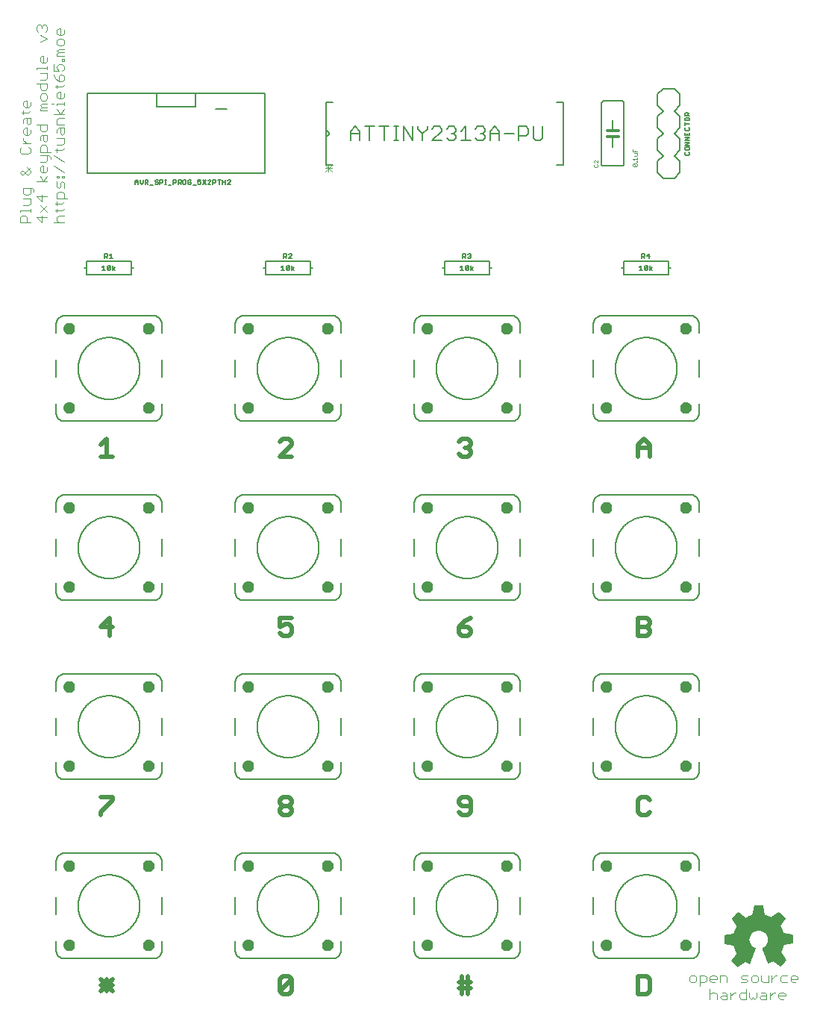
<source format=gto>
G75*
%MOIN*%
%OFA0B0*%
%FSLAX25Y25*%
%IPPOS*%
%LPD*%
%AMOC8*
5,1,8,0,0,1.08239X$1,22.5*
%
%ADD10C,0.00400*%
%ADD11C,0.00600*%
%ADD12C,0.00300*%
%ADD13C,0.00700*%
%ADD14C,0.00800*%
%ADD15C,0.00500*%
%ADD16C,0.02756*%
%ADD17C,0.02000*%
%ADD18C,0.01200*%
%ADD19C,0.00200*%
D10*
X0007696Y0357700D02*
X0007696Y0360002D01*
X0008463Y0360769D01*
X0009998Y0360769D01*
X0010765Y0360002D01*
X0010765Y0357700D01*
X0012300Y0357700D02*
X0007696Y0357700D01*
X0007696Y0362304D02*
X0007696Y0363071D01*
X0012300Y0363071D01*
X0012300Y0362304D02*
X0012300Y0363839D01*
X0011533Y0365373D02*
X0009231Y0365373D01*
X0011533Y0365373D02*
X0012300Y0366141D01*
X0012300Y0368442D01*
X0009231Y0368442D01*
X0009998Y0369977D02*
X0011533Y0369977D01*
X0012300Y0370744D01*
X0012300Y0373046D01*
X0013067Y0373046D02*
X0009231Y0373046D01*
X0009231Y0370744D01*
X0009998Y0369977D01*
X0013835Y0371512D02*
X0013835Y0372279D01*
X0013067Y0373046D01*
X0015196Y0376116D02*
X0019800Y0376116D01*
X0018265Y0376116D02*
X0016731Y0378418D01*
X0017498Y0379952D02*
X0016731Y0380720D01*
X0016731Y0382254D01*
X0017498Y0383022D01*
X0018265Y0383022D01*
X0018265Y0379952D01*
X0017498Y0379952D02*
X0019033Y0379952D01*
X0019800Y0380720D01*
X0019800Y0382254D01*
X0019033Y0384556D02*
X0019800Y0385324D01*
X0019800Y0387626D01*
X0020567Y0387626D02*
X0021335Y0386858D01*
X0021335Y0386091D01*
X0020567Y0387626D02*
X0016731Y0387626D01*
X0016731Y0389160D02*
X0016731Y0391462D01*
X0017498Y0392229D01*
X0019033Y0392229D01*
X0019800Y0391462D01*
X0019800Y0389160D01*
X0021335Y0389160D02*
X0016731Y0389160D01*
X0012300Y0389160D02*
X0012300Y0390695D01*
X0011533Y0391462D01*
X0012300Y0392997D02*
X0009231Y0392997D01*
X0010765Y0392997D02*
X0009231Y0394531D01*
X0009231Y0395299D01*
X0009998Y0396833D02*
X0009231Y0397601D01*
X0009231Y0399135D01*
X0009998Y0399903D01*
X0010765Y0399903D01*
X0010765Y0396833D01*
X0009998Y0396833D02*
X0011533Y0396833D01*
X0012300Y0397601D01*
X0012300Y0399135D01*
X0011533Y0401437D02*
X0010765Y0402205D01*
X0010765Y0404507D01*
X0009998Y0404507D02*
X0012300Y0404507D01*
X0012300Y0402205D01*
X0011533Y0401437D01*
X0009231Y0402205D02*
X0009231Y0403739D01*
X0009998Y0404507D01*
X0009231Y0406041D02*
X0009231Y0407576D01*
X0008463Y0406809D02*
X0011533Y0406809D01*
X0012300Y0407576D01*
X0011533Y0409110D02*
X0009998Y0409110D01*
X0009231Y0409878D01*
X0009231Y0411412D01*
X0009998Y0412180D01*
X0010765Y0412180D01*
X0010765Y0409110D01*
X0011533Y0409110D02*
X0012300Y0409878D01*
X0012300Y0411412D01*
X0016731Y0409878D02*
X0017498Y0409110D01*
X0019800Y0409110D01*
X0019800Y0407576D02*
X0016731Y0407576D01*
X0016731Y0408343D01*
X0017498Y0409110D01*
X0016731Y0409878D02*
X0017498Y0410645D01*
X0019800Y0410645D01*
X0019033Y0412180D02*
X0019800Y0412947D01*
X0019800Y0414482D01*
X0019033Y0415249D01*
X0017498Y0415249D01*
X0016731Y0414482D01*
X0016731Y0412947D01*
X0017498Y0412180D01*
X0019033Y0412180D01*
X0021929Y0410645D02*
X0022696Y0410645D01*
X0024231Y0410645D02*
X0027300Y0410645D01*
X0027300Y0409878D02*
X0027300Y0411412D01*
X0026533Y0412947D02*
X0024998Y0412947D01*
X0024231Y0413714D01*
X0024231Y0415249D01*
X0024998Y0416016D01*
X0025765Y0416016D01*
X0025765Y0412947D01*
X0026533Y0412947D02*
X0027300Y0413714D01*
X0027300Y0415249D01*
X0026533Y0418318D02*
X0027300Y0419086D01*
X0026533Y0418318D02*
X0023463Y0418318D01*
X0024231Y0417551D02*
X0024231Y0419086D01*
X0024998Y0420620D02*
X0024998Y0422922D01*
X0025765Y0423690D01*
X0026533Y0423690D01*
X0027300Y0422922D01*
X0027300Y0421388D01*
X0026533Y0420620D01*
X0024998Y0420620D01*
X0023463Y0422155D01*
X0022696Y0423690D01*
X0022696Y0425224D02*
X0024998Y0425224D01*
X0024231Y0426759D01*
X0024231Y0427526D01*
X0024998Y0428293D01*
X0026533Y0428293D01*
X0027300Y0427526D01*
X0027300Y0425992D01*
X0026533Y0425224D01*
X0022696Y0425224D02*
X0022696Y0428293D01*
X0019800Y0427526D02*
X0019800Y0425992D01*
X0019800Y0426759D02*
X0015196Y0426759D01*
X0015196Y0425992D01*
X0016731Y0424457D02*
X0019800Y0424457D01*
X0019800Y0422155D01*
X0019033Y0421388D01*
X0016731Y0421388D01*
X0016731Y0419853D02*
X0016731Y0417551D01*
X0017498Y0416784D01*
X0019033Y0416784D01*
X0019800Y0417551D01*
X0019800Y0419853D01*
X0015196Y0419853D01*
X0017498Y0429061D02*
X0016731Y0429828D01*
X0016731Y0431363D01*
X0017498Y0432130D01*
X0018265Y0432130D01*
X0018265Y0429061D01*
X0017498Y0429061D02*
X0019033Y0429061D01*
X0019800Y0429828D01*
X0019800Y0431363D01*
X0024231Y0432130D02*
X0024231Y0432897D01*
X0024998Y0433665D01*
X0024231Y0434432D01*
X0024998Y0435199D01*
X0027300Y0435199D01*
X0027300Y0433665D02*
X0024998Y0433665D01*
X0024231Y0432130D02*
X0027300Y0432130D01*
X0027300Y0430595D02*
X0027300Y0429828D01*
X0026533Y0429828D01*
X0026533Y0430595D01*
X0027300Y0430595D01*
X0026533Y0436734D02*
X0024998Y0436734D01*
X0024231Y0437501D01*
X0024231Y0439036D01*
X0024998Y0439803D01*
X0026533Y0439803D01*
X0027300Y0439036D01*
X0027300Y0437501D01*
X0026533Y0436734D01*
X0026533Y0441338D02*
X0024998Y0441338D01*
X0024231Y0442105D01*
X0024231Y0443640D01*
X0024998Y0444407D01*
X0025765Y0444407D01*
X0025765Y0441338D01*
X0026533Y0441338D02*
X0027300Y0442105D01*
X0027300Y0443640D01*
X0019800Y0443640D02*
X0019033Y0442873D01*
X0019800Y0443640D02*
X0019800Y0445175D01*
X0019033Y0445942D01*
X0018265Y0445942D01*
X0017498Y0445175D01*
X0017498Y0444407D01*
X0017498Y0445175D02*
X0016731Y0445942D01*
X0015963Y0445942D01*
X0015196Y0445175D01*
X0015196Y0443640D01*
X0015963Y0442873D01*
X0016731Y0441338D02*
X0019800Y0439803D01*
X0016731Y0438269D01*
X0024231Y0410645D02*
X0024231Y0409878D01*
X0024231Y0408343D02*
X0025765Y0406041D01*
X0027300Y0408343D01*
X0027300Y0406041D02*
X0022696Y0406041D01*
X0024231Y0403739D02*
X0024998Y0404507D01*
X0027300Y0404507D01*
X0027300Y0401437D02*
X0024231Y0401437D01*
X0024231Y0403739D01*
X0024998Y0399903D02*
X0027300Y0399903D01*
X0027300Y0397601D01*
X0026533Y0396833D01*
X0025765Y0397601D01*
X0025765Y0399903D01*
X0024998Y0399903D02*
X0024231Y0399135D01*
X0024231Y0397601D01*
X0024231Y0395299D02*
X0027300Y0395299D01*
X0027300Y0392997D01*
X0026533Y0392229D01*
X0024231Y0392229D01*
X0024231Y0390695D02*
X0024231Y0389160D01*
X0023463Y0389927D02*
X0026533Y0389927D01*
X0027300Y0390695D01*
X0022696Y0387625D02*
X0027300Y0384556D01*
X0027300Y0379952D02*
X0022696Y0383022D01*
X0019033Y0384556D02*
X0016731Y0384556D01*
X0012300Y0382254D02*
X0009231Y0379185D01*
X0008463Y0379185D01*
X0007696Y0379952D01*
X0008463Y0380720D01*
X0009231Y0380720D01*
X0010765Y0379185D01*
X0011533Y0379185D01*
X0012300Y0379952D01*
X0012300Y0380720D01*
X0010765Y0382254D01*
X0011533Y0388393D02*
X0008463Y0388393D01*
X0007696Y0389160D01*
X0007696Y0390695D01*
X0008463Y0391462D01*
X0011533Y0388393D02*
X0012300Y0389160D01*
X0016731Y0394531D02*
X0016731Y0396066D01*
X0017498Y0396833D01*
X0019800Y0396833D01*
X0019800Y0394531D01*
X0019033Y0393764D01*
X0018265Y0394531D01*
X0018265Y0396833D01*
X0017498Y0398368D02*
X0019033Y0398368D01*
X0019800Y0399135D01*
X0019800Y0401437D01*
X0015196Y0401437D01*
X0016731Y0401437D02*
X0016731Y0399135D01*
X0017498Y0398368D01*
X0019800Y0378418D02*
X0018265Y0376116D01*
X0024231Y0376116D02*
X0024231Y0373814D01*
X0024998Y0373046D01*
X0025765Y0373814D01*
X0025765Y0375348D01*
X0026533Y0376116D01*
X0027300Y0375348D01*
X0027300Y0373046D01*
X0026533Y0371512D02*
X0027300Y0370744D01*
X0027300Y0368442D01*
X0027300Y0366908D02*
X0026533Y0366141D01*
X0023463Y0366141D01*
X0024231Y0366908D02*
X0024231Y0365373D01*
X0024231Y0363839D02*
X0024231Y0362304D01*
X0023463Y0363071D02*
X0026533Y0363071D01*
X0027300Y0363839D01*
X0027300Y0360769D02*
X0024998Y0360769D01*
X0024231Y0360002D01*
X0024231Y0358467D01*
X0024998Y0357700D01*
X0022696Y0357700D02*
X0027300Y0357700D01*
X0019800Y0360002D02*
X0015196Y0360002D01*
X0017498Y0357700D01*
X0017498Y0360769D01*
X0016731Y0362304D02*
X0019800Y0365373D01*
X0017498Y0366908D02*
X0017498Y0369977D01*
X0015196Y0369210D02*
X0017498Y0366908D01*
X0016731Y0365373D02*
X0019800Y0362304D01*
X0024231Y0368442D02*
X0024231Y0370744D01*
X0024998Y0371512D01*
X0026533Y0371512D01*
X0028835Y0368442D02*
X0024231Y0368442D01*
X0019800Y0369210D02*
X0015196Y0369210D01*
X0024231Y0377650D02*
X0024998Y0377650D01*
X0024998Y0378418D01*
X0024231Y0378418D01*
X0024231Y0377650D01*
X0026533Y0377650D02*
X0027300Y0377650D01*
X0027300Y0378418D01*
X0026533Y0378418D01*
X0026533Y0377650D01*
X0307491Y0021369D02*
X0306724Y0020602D01*
X0306724Y0019067D01*
X0307491Y0018300D01*
X0309026Y0018300D01*
X0309793Y0019067D01*
X0309793Y0020602D01*
X0309026Y0021369D01*
X0307491Y0021369D01*
X0311328Y0021369D02*
X0311328Y0016765D01*
X0311328Y0018300D02*
X0313630Y0018300D01*
X0314397Y0019067D01*
X0314397Y0020602D01*
X0313630Y0021369D01*
X0311328Y0021369D01*
X0315932Y0020602D02*
X0316699Y0021369D01*
X0318234Y0021369D01*
X0319001Y0020602D01*
X0319001Y0019835D01*
X0315932Y0019835D01*
X0315932Y0020602D02*
X0315932Y0019067D01*
X0316699Y0018300D01*
X0318234Y0018300D01*
X0320536Y0018300D02*
X0320536Y0021369D01*
X0322838Y0021369D01*
X0323605Y0020602D01*
X0323605Y0018300D01*
X0322838Y0013869D02*
X0323605Y0013102D01*
X0323605Y0010800D01*
X0321303Y0010800D01*
X0320536Y0011567D01*
X0321303Y0012335D01*
X0323605Y0012335D01*
X0325140Y0012335D02*
X0326674Y0013869D01*
X0327442Y0013869D01*
X0328976Y0013102D02*
X0329744Y0013869D01*
X0332046Y0013869D01*
X0333580Y0013869D02*
X0333580Y0011567D01*
X0334348Y0010800D01*
X0335115Y0011567D01*
X0335882Y0010800D01*
X0336650Y0011567D01*
X0336650Y0013869D01*
X0338952Y0013869D02*
X0340486Y0013869D01*
X0341253Y0013102D01*
X0341253Y0010800D01*
X0338952Y0010800D01*
X0338184Y0011567D01*
X0338952Y0012335D01*
X0341253Y0012335D01*
X0342788Y0012335D02*
X0344323Y0013869D01*
X0345090Y0013869D01*
X0346625Y0013102D02*
X0347392Y0013869D01*
X0348927Y0013869D01*
X0349694Y0013102D01*
X0349694Y0012335D01*
X0346625Y0012335D01*
X0346625Y0013102D02*
X0346625Y0011567D01*
X0347392Y0010800D01*
X0348927Y0010800D01*
X0342788Y0010800D02*
X0342788Y0013869D01*
X0342021Y0018300D02*
X0342021Y0021369D01*
X0343555Y0021369D02*
X0343555Y0018300D01*
X0342021Y0018300D02*
X0339719Y0018300D01*
X0338952Y0019067D01*
X0338952Y0021369D01*
X0337417Y0020602D02*
X0336650Y0021369D01*
X0335115Y0021369D01*
X0334348Y0020602D01*
X0334348Y0019067D01*
X0335115Y0018300D01*
X0336650Y0018300D01*
X0337417Y0019067D01*
X0337417Y0020602D01*
X0332813Y0021369D02*
X0330511Y0021369D01*
X0329744Y0020602D01*
X0330511Y0019835D01*
X0332046Y0019835D01*
X0332813Y0019067D01*
X0332046Y0018300D01*
X0329744Y0018300D01*
X0332046Y0015404D02*
X0332046Y0010800D01*
X0329744Y0010800D01*
X0328976Y0011567D01*
X0328976Y0013102D01*
X0325140Y0013869D02*
X0325140Y0010800D01*
X0322838Y0013869D02*
X0321303Y0013869D01*
X0319001Y0013102D02*
X0319001Y0010800D01*
X0319001Y0013102D02*
X0318234Y0013869D01*
X0316699Y0013869D01*
X0315932Y0013102D01*
X0315932Y0015404D02*
X0315932Y0010800D01*
X0343555Y0019835D02*
X0345090Y0021369D01*
X0345857Y0021369D01*
X0347392Y0020602D02*
X0347392Y0019067D01*
X0348159Y0018300D01*
X0350461Y0018300D01*
X0351996Y0019067D02*
X0351996Y0020602D01*
X0352763Y0021369D01*
X0354298Y0021369D01*
X0355065Y0020602D01*
X0355065Y0019835D01*
X0351996Y0019835D01*
X0351996Y0019067D02*
X0352763Y0018300D01*
X0354298Y0018300D01*
X0350461Y0021369D02*
X0348159Y0021369D01*
X0347392Y0020602D01*
D11*
X0276500Y0383000D02*
X0268500Y0383000D01*
X0268440Y0383002D01*
X0268379Y0383007D01*
X0268320Y0383016D01*
X0268261Y0383029D01*
X0268202Y0383045D01*
X0268145Y0383065D01*
X0268090Y0383088D01*
X0268035Y0383115D01*
X0267983Y0383144D01*
X0267932Y0383177D01*
X0267883Y0383213D01*
X0267837Y0383251D01*
X0267793Y0383293D01*
X0267751Y0383337D01*
X0267713Y0383383D01*
X0267677Y0383432D01*
X0267644Y0383483D01*
X0267615Y0383535D01*
X0267588Y0383590D01*
X0267565Y0383645D01*
X0267545Y0383702D01*
X0267529Y0383761D01*
X0267516Y0383820D01*
X0267507Y0383879D01*
X0267502Y0383940D01*
X0267500Y0384000D01*
X0267500Y0411000D01*
X0267502Y0411060D01*
X0267507Y0411121D01*
X0267516Y0411180D01*
X0267529Y0411239D01*
X0267545Y0411298D01*
X0267565Y0411355D01*
X0267588Y0411410D01*
X0267615Y0411465D01*
X0267644Y0411517D01*
X0267677Y0411568D01*
X0267713Y0411617D01*
X0267751Y0411663D01*
X0267793Y0411707D01*
X0267837Y0411749D01*
X0267883Y0411787D01*
X0267932Y0411823D01*
X0267983Y0411856D01*
X0268035Y0411885D01*
X0268090Y0411912D01*
X0268145Y0411935D01*
X0268202Y0411955D01*
X0268261Y0411971D01*
X0268320Y0411984D01*
X0268379Y0411993D01*
X0268440Y0411998D01*
X0268500Y0412000D01*
X0276500Y0412000D01*
X0276560Y0411998D01*
X0276621Y0411993D01*
X0276680Y0411984D01*
X0276739Y0411971D01*
X0276798Y0411955D01*
X0276855Y0411935D01*
X0276910Y0411912D01*
X0276965Y0411885D01*
X0277017Y0411856D01*
X0277068Y0411823D01*
X0277117Y0411787D01*
X0277163Y0411749D01*
X0277207Y0411707D01*
X0277249Y0411663D01*
X0277287Y0411617D01*
X0277323Y0411568D01*
X0277356Y0411517D01*
X0277385Y0411465D01*
X0277412Y0411410D01*
X0277435Y0411355D01*
X0277455Y0411298D01*
X0277471Y0411239D01*
X0277484Y0411180D01*
X0277493Y0411121D01*
X0277498Y0411060D01*
X0277500Y0411000D01*
X0277500Y0384000D01*
X0277498Y0383940D01*
X0277493Y0383879D01*
X0277484Y0383820D01*
X0277471Y0383761D01*
X0277455Y0383702D01*
X0277435Y0383645D01*
X0277412Y0383590D01*
X0277385Y0383535D01*
X0277356Y0383483D01*
X0277323Y0383432D01*
X0277287Y0383383D01*
X0277249Y0383337D01*
X0277207Y0383293D01*
X0277163Y0383251D01*
X0277117Y0383213D01*
X0277068Y0383177D01*
X0277017Y0383144D01*
X0276965Y0383115D01*
X0276910Y0383088D01*
X0276855Y0383065D01*
X0276798Y0383045D01*
X0276739Y0383029D01*
X0276680Y0383016D01*
X0276621Y0383007D01*
X0276560Y0383002D01*
X0276500Y0383000D01*
X0272500Y0391500D02*
X0272500Y0396200D01*
X0272500Y0398700D02*
X0272500Y0403500D01*
X0250500Y0411500D02*
X0250500Y0383500D01*
X0247600Y0383500D01*
X0247600Y0411500D02*
X0250500Y0411500D01*
X0147400Y0411500D02*
X0144500Y0411500D01*
X0144500Y0398700D01*
X0144500Y0396300D01*
X0144500Y0383500D01*
X0147300Y0383500D01*
X0144500Y0396300D02*
X0144569Y0396302D01*
X0144637Y0396308D01*
X0144705Y0396318D01*
X0144772Y0396331D01*
X0144838Y0396349D01*
X0144903Y0396370D01*
X0144967Y0396395D01*
X0145029Y0396423D01*
X0145090Y0396455D01*
X0145149Y0396490D01*
X0145205Y0396529D01*
X0145260Y0396571D01*
X0145311Y0396616D01*
X0145361Y0396664D01*
X0145407Y0396714D01*
X0145450Y0396767D01*
X0145491Y0396823D01*
X0145528Y0396880D01*
X0145561Y0396940D01*
X0145592Y0397002D01*
X0145618Y0397065D01*
X0145641Y0397129D01*
X0145661Y0397195D01*
X0145676Y0397262D01*
X0145688Y0397329D01*
X0145696Y0397397D01*
X0145700Y0397466D01*
X0145700Y0397534D01*
X0145696Y0397603D01*
X0145688Y0397671D01*
X0145676Y0397738D01*
X0145661Y0397805D01*
X0145641Y0397871D01*
X0145618Y0397935D01*
X0145592Y0397998D01*
X0145561Y0398060D01*
X0145528Y0398120D01*
X0145491Y0398177D01*
X0145450Y0398233D01*
X0145407Y0398286D01*
X0145361Y0398336D01*
X0145311Y0398384D01*
X0145260Y0398429D01*
X0145205Y0398471D01*
X0145149Y0398510D01*
X0145090Y0398545D01*
X0145029Y0398577D01*
X0144967Y0398605D01*
X0144903Y0398630D01*
X0144838Y0398651D01*
X0144772Y0398669D01*
X0144705Y0398682D01*
X0144637Y0398692D01*
X0144569Y0398698D01*
X0144500Y0398700D01*
D12*
X0144030Y0383486D02*
X0147166Y0380350D01*
X0147166Y0381918D02*
X0144030Y0381918D01*
X0144030Y0380350D02*
X0147166Y0383486D01*
X0145598Y0383486D02*
X0145598Y0380350D01*
D13*
X0155350Y0394250D02*
X0155350Y0398454D01*
X0157452Y0400555D01*
X0159554Y0398454D01*
X0159554Y0394250D01*
X0159554Y0397403D02*
X0155350Y0397403D01*
X0161795Y0400555D02*
X0165999Y0400555D01*
X0163897Y0400555D02*
X0163897Y0394250D01*
X0170343Y0394250D02*
X0170343Y0400555D01*
X0168241Y0400555D02*
X0172445Y0400555D01*
X0174686Y0400555D02*
X0176788Y0400555D01*
X0175737Y0400555D02*
X0175737Y0394250D01*
X0174686Y0394250D02*
X0176788Y0394250D01*
X0178983Y0394250D02*
X0178983Y0400555D01*
X0183187Y0394250D01*
X0183187Y0400555D01*
X0185429Y0400555D02*
X0185429Y0399504D01*
X0187531Y0397403D01*
X0187531Y0394250D01*
X0187531Y0397403D02*
X0189633Y0399504D01*
X0189633Y0400555D01*
X0191874Y0399504D02*
X0192925Y0400555D01*
X0195027Y0400555D01*
X0196078Y0399504D01*
X0196078Y0398454D01*
X0191874Y0394250D01*
X0196078Y0394250D01*
X0198320Y0395301D02*
X0199371Y0394250D01*
X0201473Y0394250D01*
X0202524Y0395301D01*
X0202524Y0396352D01*
X0201473Y0397403D01*
X0200422Y0397403D01*
X0201473Y0397403D02*
X0202524Y0398454D01*
X0202524Y0399504D01*
X0201473Y0400555D01*
X0199371Y0400555D01*
X0198320Y0399504D01*
X0204765Y0398454D02*
X0206867Y0400555D01*
X0206867Y0394250D01*
X0204765Y0394250D02*
X0208969Y0394250D01*
X0211211Y0395301D02*
X0212262Y0394250D01*
X0214364Y0394250D01*
X0215415Y0395301D01*
X0215415Y0396352D01*
X0214364Y0397403D01*
X0213313Y0397403D01*
X0214364Y0397403D02*
X0215415Y0398454D01*
X0215415Y0399504D01*
X0214364Y0400555D01*
X0212262Y0400555D01*
X0211211Y0399504D01*
X0217656Y0398454D02*
X0217656Y0394250D01*
X0217656Y0397403D02*
X0221860Y0397403D01*
X0221860Y0398454D02*
X0221860Y0394250D01*
X0224102Y0397403D02*
X0228306Y0397403D01*
X0230547Y0396352D02*
X0233700Y0396352D01*
X0234751Y0397403D01*
X0234751Y0399504D01*
X0233700Y0400555D01*
X0230547Y0400555D01*
X0230547Y0394250D01*
X0236993Y0395301D02*
X0238044Y0394250D01*
X0240146Y0394250D01*
X0241197Y0395301D01*
X0241197Y0400555D01*
X0236993Y0400555D02*
X0236993Y0395301D01*
X0221860Y0398454D02*
X0219758Y0400555D01*
X0217656Y0398454D01*
D14*
X0067185Y0028878D02*
X0027815Y0028878D01*
X0027691Y0028880D01*
X0027568Y0028886D01*
X0027444Y0028895D01*
X0027322Y0028909D01*
X0027199Y0028926D01*
X0027077Y0028948D01*
X0026956Y0028973D01*
X0026836Y0029002D01*
X0026717Y0029034D01*
X0026598Y0029071D01*
X0026481Y0029111D01*
X0026366Y0029154D01*
X0026251Y0029202D01*
X0026139Y0029253D01*
X0026028Y0029307D01*
X0025918Y0029365D01*
X0025811Y0029426D01*
X0025705Y0029491D01*
X0025602Y0029559D01*
X0025501Y0029630D01*
X0025402Y0029704D01*
X0025305Y0029781D01*
X0025211Y0029862D01*
X0025120Y0029945D01*
X0025031Y0030031D01*
X0024945Y0030120D01*
X0024862Y0030211D01*
X0024781Y0030305D01*
X0024704Y0030402D01*
X0024630Y0030501D01*
X0024559Y0030602D01*
X0024491Y0030705D01*
X0024426Y0030811D01*
X0024365Y0030918D01*
X0024307Y0031028D01*
X0024253Y0031139D01*
X0024202Y0031251D01*
X0024154Y0031366D01*
X0024111Y0031481D01*
X0024071Y0031598D01*
X0024034Y0031717D01*
X0024002Y0031836D01*
X0023973Y0031956D01*
X0023948Y0032077D01*
X0023926Y0032199D01*
X0023909Y0032322D01*
X0023895Y0032444D01*
X0023886Y0032568D01*
X0023880Y0032691D01*
X0023878Y0032815D01*
X0023878Y0036752D01*
X0023878Y0048563D02*
X0023878Y0056437D01*
X0023878Y0068248D02*
X0023878Y0072185D01*
X0023880Y0072309D01*
X0023886Y0072432D01*
X0023895Y0072556D01*
X0023909Y0072678D01*
X0023926Y0072801D01*
X0023948Y0072923D01*
X0023973Y0073044D01*
X0024002Y0073164D01*
X0024034Y0073283D01*
X0024071Y0073402D01*
X0024111Y0073519D01*
X0024154Y0073634D01*
X0024202Y0073749D01*
X0024253Y0073861D01*
X0024307Y0073972D01*
X0024365Y0074082D01*
X0024426Y0074189D01*
X0024491Y0074295D01*
X0024559Y0074398D01*
X0024630Y0074499D01*
X0024704Y0074598D01*
X0024781Y0074695D01*
X0024862Y0074789D01*
X0024945Y0074880D01*
X0025031Y0074969D01*
X0025120Y0075055D01*
X0025211Y0075138D01*
X0025305Y0075219D01*
X0025402Y0075296D01*
X0025501Y0075370D01*
X0025602Y0075441D01*
X0025705Y0075509D01*
X0025811Y0075574D01*
X0025918Y0075635D01*
X0026028Y0075693D01*
X0026139Y0075747D01*
X0026251Y0075798D01*
X0026366Y0075846D01*
X0026481Y0075889D01*
X0026598Y0075929D01*
X0026717Y0075966D01*
X0026836Y0075998D01*
X0026956Y0076027D01*
X0027077Y0076052D01*
X0027199Y0076074D01*
X0027322Y0076091D01*
X0027444Y0076105D01*
X0027568Y0076114D01*
X0027691Y0076120D01*
X0027815Y0076122D01*
X0067185Y0076122D01*
X0067309Y0076120D01*
X0067432Y0076114D01*
X0067556Y0076105D01*
X0067678Y0076091D01*
X0067801Y0076074D01*
X0067923Y0076052D01*
X0068044Y0076027D01*
X0068164Y0075998D01*
X0068283Y0075966D01*
X0068402Y0075929D01*
X0068519Y0075889D01*
X0068634Y0075846D01*
X0068749Y0075798D01*
X0068861Y0075747D01*
X0068972Y0075693D01*
X0069082Y0075635D01*
X0069189Y0075574D01*
X0069295Y0075509D01*
X0069398Y0075441D01*
X0069499Y0075370D01*
X0069598Y0075296D01*
X0069695Y0075219D01*
X0069789Y0075138D01*
X0069880Y0075055D01*
X0069969Y0074969D01*
X0070055Y0074880D01*
X0070138Y0074789D01*
X0070219Y0074695D01*
X0070296Y0074598D01*
X0070370Y0074499D01*
X0070441Y0074398D01*
X0070509Y0074295D01*
X0070574Y0074189D01*
X0070635Y0074082D01*
X0070693Y0073972D01*
X0070747Y0073861D01*
X0070798Y0073749D01*
X0070846Y0073634D01*
X0070889Y0073519D01*
X0070929Y0073402D01*
X0070966Y0073283D01*
X0070998Y0073164D01*
X0071027Y0073044D01*
X0071052Y0072923D01*
X0071074Y0072801D01*
X0071091Y0072678D01*
X0071105Y0072556D01*
X0071114Y0072432D01*
X0071120Y0072309D01*
X0071122Y0072185D01*
X0071122Y0068248D01*
X0071122Y0056437D02*
X0071122Y0048563D01*
X0071122Y0036752D02*
X0071122Y0032815D01*
X0071120Y0032691D01*
X0071114Y0032568D01*
X0071105Y0032444D01*
X0071091Y0032322D01*
X0071074Y0032199D01*
X0071052Y0032077D01*
X0071027Y0031956D01*
X0070998Y0031836D01*
X0070966Y0031717D01*
X0070929Y0031598D01*
X0070889Y0031481D01*
X0070846Y0031366D01*
X0070798Y0031251D01*
X0070747Y0031139D01*
X0070693Y0031028D01*
X0070635Y0030918D01*
X0070574Y0030811D01*
X0070509Y0030705D01*
X0070441Y0030602D01*
X0070370Y0030501D01*
X0070296Y0030402D01*
X0070219Y0030305D01*
X0070138Y0030211D01*
X0070055Y0030120D01*
X0069969Y0030031D01*
X0069880Y0029945D01*
X0069789Y0029862D01*
X0069695Y0029781D01*
X0069598Y0029704D01*
X0069499Y0029630D01*
X0069398Y0029559D01*
X0069295Y0029491D01*
X0069189Y0029426D01*
X0069082Y0029365D01*
X0068972Y0029307D01*
X0068861Y0029253D01*
X0068749Y0029202D01*
X0068634Y0029154D01*
X0068519Y0029111D01*
X0068402Y0029071D01*
X0068283Y0029034D01*
X0068164Y0029002D01*
X0068044Y0028973D01*
X0067923Y0028948D01*
X0067801Y0028926D01*
X0067678Y0028909D01*
X0067556Y0028895D01*
X0067432Y0028886D01*
X0067309Y0028880D01*
X0067185Y0028878D01*
X0033720Y0052500D02*
X0033724Y0052838D01*
X0033737Y0053176D01*
X0033757Y0053514D01*
X0033786Y0053851D01*
X0033824Y0054187D01*
X0033869Y0054522D01*
X0033923Y0054856D01*
X0033985Y0055188D01*
X0034055Y0055519D01*
X0034133Y0055848D01*
X0034219Y0056175D01*
X0034313Y0056500D01*
X0034416Y0056823D01*
X0034526Y0057142D01*
X0034643Y0057459D01*
X0034769Y0057773D01*
X0034902Y0058084D01*
X0035043Y0058392D01*
X0035191Y0058696D01*
X0035347Y0058996D01*
X0035510Y0059292D01*
X0035680Y0059584D01*
X0035858Y0059872D01*
X0036042Y0060156D01*
X0036234Y0060435D01*
X0036432Y0060709D01*
X0036637Y0060978D01*
X0036848Y0061242D01*
X0037066Y0061501D01*
X0037290Y0061754D01*
X0037520Y0062002D01*
X0037756Y0062244D01*
X0037998Y0062480D01*
X0038246Y0062710D01*
X0038499Y0062934D01*
X0038758Y0063152D01*
X0039022Y0063363D01*
X0039291Y0063568D01*
X0039565Y0063766D01*
X0039844Y0063958D01*
X0040128Y0064142D01*
X0040416Y0064320D01*
X0040708Y0064490D01*
X0041004Y0064653D01*
X0041304Y0064809D01*
X0041608Y0064957D01*
X0041916Y0065098D01*
X0042227Y0065231D01*
X0042541Y0065357D01*
X0042858Y0065474D01*
X0043177Y0065584D01*
X0043500Y0065687D01*
X0043825Y0065781D01*
X0044152Y0065867D01*
X0044481Y0065945D01*
X0044812Y0066015D01*
X0045144Y0066077D01*
X0045478Y0066131D01*
X0045813Y0066176D01*
X0046149Y0066214D01*
X0046486Y0066243D01*
X0046824Y0066263D01*
X0047162Y0066276D01*
X0047500Y0066280D01*
X0047838Y0066276D01*
X0048176Y0066263D01*
X0048514Y0066243D01*
X0048851Y0066214D01*
X0049187Y0066176D01*
X0049522Y0066131D01*
X0049856Y0066077D01*
X0050188Y0066015D01*
X0050519Y0065945D01*
X0050848Y0065867D01*
X0051175Y0065781D01*
X0051500Y0065687D01*
X0051823Y0065584D01*
X0052142Y0065474D01*
X0052459Y0065357D01*
X0052773Y0065231D01*
X0053084Y0065098D01*
X0053392Y0064957D01*
X0053696Y0064809D01*
X0053996Y0064653D01*
X0054292Y0064490D01*
X0054584Y0064320D01*
X0054872Y0064142D01*
X0055156Y0063958D01*
X0055435Y0063766D01*
X0055709Y0063568D01*
X0055978Y0063363D01*
X0056242Y0063152D01*
X0056501Y0062934D01*
X0056754Y0062710D01*
X0057002Y0062480D01*
X0057244Y0062244D01*
X0057480Y0062002D01*
X0057710Y0061754D01*
X0057934Y0061501D01*
X0058152Y0061242D01*
X0058363Y0060978D01*
X0058568Y0060709D01*
X0058766Y0060435D01*
X0058958Y0060156D01*
X0059142Y0059872D01*
X0059320Y0059584D01*
X0059490Y0059292D01*
X0059653Y0058996D01*
X0059809Y0058696D01*
X0059957Y0058392D01*
X0060098Y0058084D01*
X0060231Y0057773D01*
X0060357Y0057459D01*
X0060474Y0057142D01*
X0060584Y0056823D01*
X0060687Y0056500D01*
X0060781Y0056175D01*
X0060867Y0055848D01*
X0060945Y0055519D01*
X0061015Y0055188D01*
X0061077Y0054856D01*
X0061131Y0054522D01*
X0061176Y0054187D01*
X0061214Y0053851D01*
X0061243Y0053514D01*
X0061263Y0053176D01*
X0061276Y0052838D01*
X0061280Y0052500D01*
X0061276Y0052162D01*
X0061263Y0051824D01*
X0061243Y0051486D01*
X0061214Y0051149D01*
X0061176Y0050813D01*
X0061131Y0050478D01*
X0061077Y0050144D01*
X0061015Y0049812D01*
X0060945Y0049481D01*
X0060867Y0049152D01*
X0060781Y0048825D01*
X0060687Y0048500D01*
X0060584Y0048177D01*
X0060474Y0047858D01*
X0060357Y0047541D01*
X0060231Y0047227D01*
X0060098Y0046916D01*
X0059957Y0046608D01*
X0059809Y0046304D01*
X0059653Y0046004D01*
X0059490Y0045708D01*
X0059320Y0045416D01*
X0059142Y0045128D01*
X0058958Y0044844D01*
X0058766Y0044565D01*
X0058568Y0044291D01*
X0058363Y0044022D01*
X0058152Y0043758D01*
X0057934Y0043499D01*
X0057710Y0043246D01*
X0057480Y0042998D01*
X0057244Y0042756D01*
X0057002Y0042520D01*
X0056754Y0042290D01*
X0056501Y0042066D01*
X0056242Y0041848D01*
X0055978Y0041637D01*
X0055709Y0041432D01*
X0055435Y0041234D01*
X0055156Y0041042D01*
X0054872Y0040858D01*
X0054584Y0040680D01*
X0054292Y0040510D01*
X0053996Y0040347D01*
X0053696Y0040191D01*
X0053392Y0040043D01*
X0053084Y0039902D01*
X0052773Y0039769D01*
X0052459Y0039643D01*
X0052142Y0039526D01*
X0051823Y0039416D01*
X0051500Y0039313D01*
X0051175Y0039219D01*
X0050848Y0039133D01*
X0050519Y0039055D01*
X0050188Y0038985D01*
X0049856Y0038923D01*
X0049522Y0038869D01*
X0049187Y0038824D01*
X0048851Y0038786D01*
X0048514Y0038757D01*
X0048176Y0038737D01*
X0047838Y0038724D01*
X0047500Y0038720D01*
X0047162Y0038724D01*
X0046824Y0038737D01*
X0046486Y0038757D01*
X0046149Y0038786D01*
X0045813Y0038824D01*
X0045478Y0038869D01*
X0045144Y0038923D01*
X0044812Y0038985D01*
X0044481Y0039055D01*
X0044152Y0039133D01*
X0043825Y0039219D01*
X0043500Y0039313D01*
X0043177Y0039416D01*
X0042858Y0039526D01*
X0042541Y0039643D01*
X0042227Y0039769D01*
X0041916Y0039902D01*
X0041608Y0040043D01*
X0041304Y0040191D01*
X0041004Y0040347D01*
X0040708Y0040510D01*
X0040416Y0040680D01*
X0040128Y0040858D01*
X0039844Y0041042D01*
X0039565Y0041234D01*
X0039291Y0041432D01*
X0039022Y0041637D01*
X0038758Y0041848D01*
X0038499Y0042066D01*
X0038246Y0042290D01*
X0037998Y0042520D01*
X0037756Y0042756D01*
X0037520Y0042998D01*
X0037290Y0043246D01*
X0037066Y0043499D01*
X0036848Y0043758D01*
X0036637Y0044022D01*
X0036432Y0044291D01*
X0036234Y0044565D01*
X0036042Y0044844D01*
X0035858Y0045128D01*
X0035680Y0045416D01*
X0035510Y0045708D01*
X0035347Y0046004D01*
X0035191Y0046304D01*
X0035043Y0046608D01*
X0034902Y0046916D01*
X0034769Y0047227D01*
X0034643Y0047541D01*
X0034526Y0047858D01*
X0034416Y0048177D01*
X0034313Y0048500D01*
X0034219Y0048825D01*
X0034133Y0049152D01*
X0034055Y0049481D01*
X0033985Y0049812D01*
X0033923Y0050144D01*
X0033869Y0050478D01*
X0033824Y0050813D01*
X0033786Y0051149D01*
X0033757Y0051486D01*
X0033737Y0051824D01*
X0033724Y0052162D01*
X0033720Y0052500D01*
X0027815Y0108878D02*
X0067185Y0108878D01*
X0067309Y0108880D01*
X0067432Y0108886D01*
X0067556Y0108895D01*
X0067678Y0108909D01*
X0067801Y0108926D01*
X0067923Y0108948D01*
X0068044Y0108973D01*
X0068164Y0109002D01*
X0068283Y0109034D01*
X0068402Y0109071D01*
X0068519Y0109111D01*
X0068634Y0109154D01*
X0068749Y0109202D01*
X0068861Y0109253D01*
X0068972Y0109307D01*
X0069082Y0109365D01*
X0069189Y0109426D01*
X0069295Y0109491D01*
X0069398Y0109559D01*
X0069499Y0109630D01*
X0069598Y0109704D01*
X0069695Y0109781D01*
X0069789Y0109862D01*
X0069880Y0109945D01*
X0069969Y0110031D01*
X0070055Y0110120D01*
X0070138Y0110211D01*
X0070219Y0110305D01*
X0070296Y0110402D01*
X0070370Y0110501D01*
X0070441Y0110602D01*
X0070509Y0110705D01*
X0070574Y0110811D01*
X0070635Y0110918D01*
X0070693Y0111028D01*
X0070747Y0111139D01*
X0070798Y0111251D01*
X0070846Y0111366D01*
X0070889Y0111481D01*
X0070929Y0111598D01*
X0070966Y0111717D01*
X0070998Y0111836D01*
X0071027Y0111956D01*
X0071052Y0112077D01*
X0071074Y0112199D01*
X0071091Y0112322D01*
X0071105Y0112444D01*
X0071114Y0112568D01*
X0071120Y0112691D01*
X0071122Y0112815D01*
X0071122Y0116752D01*
X0071122Y0128563D02*
X0071122Y0136437D01*
X0071122Y0148248D02*
X0071122Y0152185D01*
X0071120Y0152309D01*
X0071114Y0152432D01*
X0071105Y0152556D01*
X0071091Y0152678D01*
X0071074Y0152801D01*
X0071052Y0152923D01*
X0071027Y0153044D01*
X0070998Y0153164D01*
X0070966Y0153283D01*
X0070929Y0153402D01*
X0070889Y0153519D01*
X0070846Y0153634D01*
X0070798Y0153749D01*
X0070747Y0153861D01*
X0070693Y0153972D01*
X0070635Y0154082D01*
X0070574Y0154189D01*
X0070509Y0154295D01*
X0070441Y0154398D01*
X0070370Y0154499D01*
X0070296Y0154598D01*
X0070219Y0154695D01*
X0070138Y0154789D01*
X0070055Y0154880D01*
X0069969Y0154969D01*
X0069880Y0155055D01*
X0069789Y0155138D01*
X0069695Y0155219D01*
X0069598Y0155296D01*
X0069499Y0155370D01*
X0069398Y0155441D01*
X0069295Y0155509D01*
X0069189Y0155574D01*
X0069082Y0155635D01*
X0068972Y0155693D01*
X0068861Y0155747D01*
X0068749Y0155798D01*
X0068634Y0155846D01*
X0068519Y0155889D01*
X0068402Y0155929D01*
X0068283Y0155966D01*
X0068164Y0155998D01*
X0068044Y0156027D01*
X0067923Y0156052D01*
X0067801Y0156074D01*
X0067678Y0156091D01*
X0067556Y0156105D01*
X0067432Y0156114D01*
X0067309Y0156120D01*
X0067185Y0156122D01*
X0027815Y0156122D01*
X0027691Y0156120D01*
X0027568Y0156114D01*
X0027444Y0156105D01*
X0027322Y0156091D01*
X0027199Y0156074D01*
X0027077Y0156052D01*
X0026956Y0156027D01*
X0026836Y0155998D01*
X0026717Y0155966D01*
X0026598Y0155929D01*
X0026481Y0155889D01*
X0026366Y0155846D01*
X0026251Y0155798D01*
X0026139Y0155747D01*
X0026028Y0155693D01*
X0025918Y0155635D01*
X0025811Y0155574D01*
X0025705Y0155509D01*
X0025602Y0155441D01*
X0025501Y0155370D01*
X0025402Y0155296D01*
X0025305Y0155219D01*
X0025211Y0155138D01*
X0025120Y0155055D01*
X0025031Y0154969D01*
X0024945Y0154880D01*
X0024862Y0154789D01*
X0024781Y0154695D01*
X0024704Y0154598D01*
X0024630Y0154499D01*
X0024559Y0154398D01*
X0024491Y0154295D01*
X0024426Y0154189D01*
X0024365Y0154082D01*
X0024307Y0153972D01*
X0024253Y0153861D01*
X0024202Y0153749D01*
X0024154Y0153634D01*
X0024111Y0153519D01*
X0024071Y0153402D01*
X0024034Y0153283D01*
X0024002Y0153164D01*
X0023973Y0153044D01*
X0023948Y0152923D01*
X0023926Y0152801D01*
X0023909Y0152678D01*
X0023895Y0152556D01*
X0023886Y0152432D01*
X0023880Y0152309D01*
X0023878Y0152185D01*
X0023878Y0148248D01*
X0023878Y0136437D02*
X0023878Y0128563D01*
X0023878Y0116752D02*
X0023878Y0112815D01*
X0023880Y0112691D01*
X0023886Y0112568D01*
X0023895Y0112444D01*
X0023909Y0112322D01*
X0023926Y0112199D01*
X0023948Y0112077D01*
X0023973Y0111956D01*
X0024002Y0111836D01*
X0024034Y0111717D01*
X0024071Y0111598D01*
X0024111Y0111481D01*
X0024154Y0111366D01*
X0024202Y0111251D01*
X0024253Y0111139D01*
X0024307Y0111028D01*
X0024365Y0110918D01*
X0024426Y0110811D01*
X0024491Y0110705D01*
X0024559Y0110602D01*
X0024630Y0110501D01*
X0024704Y0110402D01*
X0024781Y0110305D01*
X0024862Y0110211D01*
X0024945Y0110120D01*
X0025031Y0110031D01*
X0025120Y0109945D01*
X0025211Y0109862D01*
X0025305Y0109781D01*
X0025402Y0109704D01*
X0025501Y0109630D01*
X0025602Y0109559D01*
X0025705Y0109491D01*
X0025811Y0109426D01*
X0025918Y0109365D01*
X0026028Y0109307D01*
X0026139Y0109253D01*
X0026251Y0109202D01*
X0026366Y0109154D01*
X0026481Y0109111D01*
X0026598Y0109071D01*
X0026717Y0109034D01*
X0026836Y0109002D01*
X0026956Y0108973D01*
X0027077Y0108948D01*
X0027199Y0108926D01*
X0027322Y0108909D01*
X0027444Y0108895D01*
X0027568Y0108886D01*
X0027691Y0108880D01*
X0027815Y0108878D01*
X0033720Y0132500D02*
X0033724Y0132838D01*
X0033737Y0133176D01*
X0033757Y0133514D01*
X0033786Y0133851D01*
X0033824Y0134187D01*
X0033869Y0134522D01*
X0033923Y0134856D01*
X0033985Y0135188D01*
X0034055Y0135519D01*
X0034133Y0135848D01*
X0034219Y0136175D01*
X0034313Y0136500D01*
X0034416Y0136823D01*
X0034526Y0137142D01*
X0034643Y0137459D01*
X0034769Y0137773D01*
X0034902Y0138084D01*
X0035043Y0138392D01*
X0035191Y0138696D01*
X0035347Y0138996D01*
X0035510Y0139292D01*
X0035680Y0139584D01*
X0035858Y0139872D01*
X0036042Y0140156D01*
X0036234Y0140435D01*
X0036432Y0140709D01*
X0036637Y0140978D01*
X0036848Y0141242D01*
X0037066Y0141501D01*
X0037290Y0141754D01*
X0037520Y0142002D01*
X0037756Y0142244D01*
X0037998Y0142480D01*
X0038246Y0142710D01*
X0038499Y0142934D01*
X0038758Y0143152D01*
X0039022Y0143363D01*
X0039291Y0143568D01*
X0039565Y0143766D01*
X0039844Y0143958D01*
X0040128Y0144142D01*
X0040416Y0144320D01*
X0040708Y0144490D01*
X0041004Y0144653D01*
X0041304Y0144809D01*
X0041608Y0144957D01*
X0041916Y0145098D01*
X0042227Y0145231D01*
X0042541Y0145357D01*
X0042858Y0145474D01*
X0043177Y0145584D01*
X0043500Y0145687D01*
X0043825Y0145781D01*
X0044152Y0145867D01*
X0044481Y0145945D01*
X0044812Y0146015D01*
X0045144Y0146077D01*
X0045478Y0146131D01*
X0045813Y0146176D01*
X0046149Y0146214D01*
X0046486Y0146243D01*
X0046824Y0146263D01*
X0047162Y0146276D01*
X0047500Y0146280D01*
X0047838Y0146276D01*
X0048176Y0146263D01*
X0048514Y0146243D01*
X0048851Y0146214D01*
X0049187Y0146176D01*
X0049522Y0146131D01*
X0049856Y0146077D01*
X0050188Y0146015D01*
X0050519Y0145945D01*
X0050848Y0145867D01*
X0051175Y0145781D01*
X0051500Y0145687D01*
X0051823Y0145584D01*
X0052142Y0145474D01*
X0052459Y0145357D01*
X0052773Y0145231D01*
X0053084Y0145098D01*
X0053392Y0144957D01*
X0053696Y0144809D01*
X0053996Y0144653D01*
X0054292Y0144490D01*
X0054584Y0144320D01*
X0054872Y0144142D01*
X0055156Y0143958D01*
X0055435Y0143766D01*
X0055709Y0143568D01*
X0055978Y0143363D01*
X0056242Y0143152D01*
X0056501Y0142934D01*
X0056754Y0142710D01*
X0057002Y0142480D01*
X0057244Y0142244D01*
X0057480Y0142002D01*
X0057710Y0141754D01*
X0057934Y0141501D01*
X0058152Y0141242D01*
X0058363Y0140978D01*
X0058568Y0140709D01*
X0058766Y0140435D01*
X0058958Y0140156D01*
X0059142Y0139872D01*
X0059320Y0139584D01*
X0059490Y0139292D01*
X0059653Y0138996D01*
X0059809Y0138696D01*
X0059957Y0138392D01*
X0060098Y0138084D01*
X0060231Y0137773D01*
X0060357Y0137459D01*
X0060474Y0137142D01*
X0060584Y0136823D01*
X0060687Y0136500D01*
X0060781Y0136175D01*
X0060867Y0135848D01*
X0060945Y0135519D01*
X0061015Y0135188D01*
X0061077Y0134856D01*
X0061131Y0134522D01*
X0061176Y0134187D01*
X0061214Y0133851D01*
X0061243Y0133514D01*
X0061263Y0133176D01*
X0061276Y0132838D01*
X0061280Y0132500D01*
X0061276Y0132162D01*
X0061263Y0131824D01*
X0061243Y0131486D01*
X0061214Y0131149D01*
X0061176Y0130813D01*
X0061131Y0130478D01*
X0061077Y0130144D01*
X0061015Y0129812D01*
X0060945Y0129481D01*
X0060867Y0129152D01*
X0060781Y0128825D01*
X0060687Y0128500D01*
X0060584Y0128177D01*
X0060474Y0127858D01*
X0060357Y0127541D01*
X0060231Y0127227D01*
X0060098Y0126916D01*
X0059957Y0126608D01*
X0059809Y0126304D01*
X0059653Y0126004D01*
X0059490Y0125708D01*
X0059320Y0125416D01*
X0059142Y0125128D01*
X0058958Y0124844D01*
X0058766Y0124565D01*
X0058568Y0124291D01*
X0058363Y0124022D01*
X0058152Y0123758D01*
X0057934Y0123499D01*
X0057710Y0123246D01*
X0057480Y0122998D01*
X0057244Y0122756D01*
X0057002Y0122520D01*
X0056754Y0122290D01*
X0056501Y0122066D01*
X0056242Y0121848D01*
X0055978Y0121637D01*
X0055709Y0121432D01*
X0055435Y0121234D01*
X0055156Y0121042D01*
X0054872Y0120858D01*
X0054584Y0120680D01*
X0054292Y0120510D01*
X0053996Y0120347D01*
X0053696Y0120191D01*
X0053392Y0120043D01*
X0053084Y0119902D01*
X0052773Y0119769D01*
X0052459Y0119643D01*
X0052142Y0119526D01*
X0051823Y0119416D01*
X0051500Y0119313D01*
X0051175Y0119219D01*
X0050848Y0119133D01*
X0050519Y0119055D01*
X0050188Y0118985D01*
X0049856Y0118923D01*
X0049522Y0118869D01*
X0049187Y0118824D01*
X0048851Y0118786D01*
X0048514Y0118757D01*
X0048176Y0118737D01*
X0047838Y0118724D01*
X0047500Y0118720D01*
X0047162Y0118724D01*
X0046824Y0118737D01*
X0046486Y0118757D01*
X0046149Y0118786D01*
X0045813Y0118824D01*
X0045478Y0118869D01*
X0045144Y0118923D01*
X0044812Y0118985D01*
X0044481Y0119055D01*
X0044152Y0119133D01*
X0043825Y0119219D01*
X0043500Y0119313D01*
X0043177Y0119416D01*
X0042858Y0119526D01*
X0042541Y0119643D01*
X0042227Y0119769D01*
X0041916Y0119902D01*
X0041608Y0120043D01*
X0041304Y0120191D01*
X0041004Y0120347D01*
X0040708Y0120510D01*
X0040416Y0120680D01*
X0040128Y0120858D01*
X0039844Y0121042D01*
X0039565Y0121234D01*
X0039291Y0121432D01*
X0039022Y0121637D01*
X0038758Y0121848D01*
X0038499Y0122066D01*
X0038246Y0122290D01*
X0037998Y0122520D01*
X0037756Y0122756D01*
X0037520Y0122998D01*
X0037290Y0123246D01*
X0037066Y0123499D01*
X0036848Y0123758D01*
X0036637Y0124022D01*
X0036432Y0124291D01*
X0036234Y0124565D01*
X0036042Y0124844D01*
X0035858Y0125128D01*
X0035680Y0125416D01*
X0035510Y0125708D01*
X0035347Y0126004D01*
X0035191Y0126304D01*
X0035043Y0126608D01*
X0034902Y0126916D01*
X0034769Y0127227D01*
X0034643Y0127541D01*
X0034526Y0127858D01*
X0034416Y0128177D01*
X0034313Y0128500D01*
X0034219Y0128825D01*
X0034133Y0129152D01*
X0034055Y0129481D01*
X0033985Y0129812D01*
X0033923Y0130144D01*
X0033869Y0130478D01*
X0033824Y0130813D01*
X0033786Y0131149D01*
X0033757Y0131486D01*
X0033737Y0131824D01*
X0033724Y0132162D01*
X0033720Y0132500D01*
X0027815Y0188878D02*
X0067185Y0188878D01*
X0067309Y0188880D01*
X0067432Y0188886D01*
X0067556Y0188895D01*
X0067678Y0188909D01*
X0067801Y0188926D01*
X0067923Y0188948D01*
X0068044Y0188973D01*
X0068164Y0189002D01*
X0068283Y0189034D01*
X0068402Y0189071D01*
X0068519Y0189111D01*
X0068634Y0189154D01*
X0068749Y0189202D01*
X0068861Y0189253D01*
X0068972Y0189307D01*
X0069082Y0189365D01*
X0069189Y0189426D01*
X0069295Y0189491D01*
X0069398Y0189559D01*
X0069499Y0189630D01*
X0069598Y0189704D01*
X0069695Y0189781D01*
X0069789Y0189862D01*
X0069880Y0189945D01*
X0069969Y0190031D01*
X0070055Y0190120D01*
X0070138Y0190211D01*
X0070219Y0190305D01*
X0070296Y0190402D01*
X0070370Y0190501D01*
X0070441Y0190602D01*
X0070509Y0190705D01*
X0070574Y0190811D01*
X0070635Y0190918D01*
X0070693Y0191028D01*
X0070747Y0191139D01*
X0070798Y0191251D01*
X0070846Y0191366D01*
X0070889Y0191481D01*
X0070929Y0191598D01*
X0070966Y0191717D01*
X0070998Y0191836D01*
X0071027Y0191956D01*
X0071052Y0192077D01*
X0071074Y0192199D01*
X0071091Y0192322D01*
X0071105Y0192444D01*
X0071114Y0192568D01*
X0071120Y0192691D01*
X0071122Y0192815D01*
X0071122Y0196752D01*
X0071122Y0208563D02*
X0071122Y0216437D01*
X0071122Y0228248D02*
X0071122Y0232185D01*
X0071120Y0232309D01*
X0071114Y0232432D01*
X0071105Y0232556D01*
X0071091Y0232678D01*
X0071074Y0232801D01*
X0071052Y0232923D01*
X0071027Y0233044D01*
X0070998Y0233164D01*
X0070966Y0233283D01*
X0070929Y0233402D01*
X0070889Y0233519D01*
X0070846Y0233634D01*
X0070798Y0233749D01*
X0070747Y0233861D01*
X0070693Y0233972D01*
X0070635Y0234082D01*
X0070574Y0234189D01*
X0070509Y0234295D01*
X0070441Y0234398D01*
X0070370Y0234499D01*
X0070296Y0234598D01*
X0070219Y0234695D01*
X0070138Y0234789D01*
X0070055Y0234880D01*
X0069969Y0234969D01*
X0069880Y0235055D01*
X0069789Y0235138D01*
X0069695Y0235219D01*
X0069598Y0235296D01*
X0069499Y0235370D01*
X0069398Y0235441D01*
X0069295Y0235509D01*
X0069189Y0235574D01*
X0069082Y0235635D01*
X0068972Y0235693D01*
X0068861Y0235747D01*
X0068749Y0235798D01*
X0068634Y0235846D01*
X0068519Y0235889D01*
X0068402Y0235929D01*
X0068283Y0235966D01*
X0068164Y0235998D01*
X0068044Y0236027D01*
X0067923Y0236052D01*
X0067801Y0236074D01*
X0067678Y0236091D01*
X0067556Y0236105D01*
X0067432Y0236114D01*
X0067309Y0236120D01*
X0067185Y0236122D01*
X0027815Y0236122D01*
X0027691Y0236120D01*
X0027568Y0236114D01*
X0027444Y0236105D01*
X0027322Y0236091D01*
X0027199Y0236074D01*
X0027077Y0236052D01*
X0026956Y0236027D01*
X0026836Y0235998D01*
X0026717Y0235966D01*
X0026598Y0235929D01*
X0026481Y0235889D01*
X0026366Y0235846D01*
X0026251Y0235798D01*
X0026139Y0235747D01*
X0026028Y0235693D01*
X0025918Y0235635D01*
X0025811Y0235574D01*
X0025705Y0235509D01*
X0025602Y0235441D01*
X0025501Y0235370D01*
X0025402Y0235296D01*
X0025305Y0235219D01*
X0025211Y0235138D01*
X0025120Y0235055D01*
X0025031Y0234969D01*
X0024945Y0234880D01*
X0024862Y0234789D01*
X0024781Y0234695D01*
X0024704Y0234598D01*
X0024630Y0234499D01*
X0024559Y0234398D01*
X0024491Y0234295D01*
X0024426Y0234189D01*
X0024365Y0234082D01*
X0024307Y0233972D01*
X0024253Y0233861D01*
X0024202Y0233749D01*
X0024154Y0233634D01*
X0024111Y0233519D01*
X0024071Y0233402D01*
X0024034Y0233283D01*
X0024002Y0233164D01*
X0023973Y0233044D01*
X0023948Y0232923D01*
X0023926Y0232801D01*
X0023909Y0232678D01*
X0023895Y0232556D01*
X0023886Y0232432D01*
X0023880Y0232309D01*
X0023878Y0232185D01*
X0023878Y0228248D01*
X0023878Y0216437D02*
X0023878Y0208563D01*
X0023878Y0196752D02*
X0023878Y0192815D01*
X0023880Y0192691D01*
X0023886Y0192568D01*
X0023895Y0192444D01*
X0023909Y0192322D01*
X0023926Y0192199D01*
X0023948Y0192077D01*
X0023973Y0191956D01*
X0024002Y0191836D01*
X0024034Y0191717D01*
X0024071Y0191598D01*
X0024111Y0191481D01*
X0024154Y0191366D01*
X0024202Y0191251D01*
X0024253Y0191139D01*
X0024307Y0191028D01*
X0024365Y0190918D01*
X0024426Y0190811D01*
X0024491Y0190705D01*
X0024559Y0190602D01*
X0024630Y0190501D01*
X0024704Y0190402D01*
X0024781Y0190305D01*
X0024862Y0190211D01*
X0024945Y0190120D01*
X0025031Y0190031D01*
X0025120Y0189945D01*
X0025211Y0189862D01*
X0025305Y0189781D01*
X0025402Y0189704D01*
X0025501Y0189630D01*
X0025602Y0189559D01*
X0025705Y0189491D01*
X0025811Y0189426D01*
X0025918Y0189365D01*
X0026028Y0189307D01*
X0026139Y0189253D01*
X0026251Y0189202D01*
X0026366Y0189154D01*
X0026481Y0189111D01*
X0026598Y0189071D01*
X0026717Y0189034D01*
X0026836Y0189002D01*
X0026956Y0188973D01*
X0027077Y0188948D01*
X0027199Y0188926D01*
X0027322Y0188909D01*
X0027444Y0188895D01*
X0027568Y0188886D01*
X0027691Y0188880D01*
X0027815Y0188878D01*
X0033720Y0212500D02*
X0033724Y0212838D01*
X0033737Y0213176D01*
X0033757Y0213514D01*
X0033786Y0213851D01*
X0033824Y0214187D01*
X0033869Y0214522D01*
X0033923Y0214856D01*
X0033985Y0215188D01*
X0034055Y0215519D01*
X0034133Y0215848D01*
X0034219Y0216175D01*
X0034313Y0216500D01*
X0034416Y0216823D01*
X0034526Y0217142D01*
X0034643Y0217459D01*
X0034769Y0217773D01*
X0034902Y0218084D01*
X0035043Y0218392D01*
X0035191Y0218696D01*
X0035347Y0218996D01*
X0035510Y0219292D01*
X0035680Y0219584D01*
X0035858Y0219872D01*
X0036042Y0220156D01*
X0036234Y0220435D01*
X0036432Y0220709D01*
X0036637Y0220978D01*
X0036848Y0221242D01*
X0037066Y0221501D01*
X0037290Y0221754D01*
X0037520Y0222002D01*
X0037756Y0222244D01*
X0037998Y0222480D01*
X0038246Y0222710D01*
X0038499Y0222934D01*
X0038758Y0223152D01*
X0039022Y0223363D01*
X0039291Y0223568D01*
X0039565Y0223766D01*
X0039844Y0223958D01*
X0040128Y0224142D01*
X0040416Y0224320D01*
X0040708Y0224490D01*
X0041004Y0224653D01*
X0041304Y0224809D01*
X0041608Y0224957D01*
X0041916Y0225098D01*
X0042227Y0225231D01*
X0042541Y0225357D01*
X0042858Y0225474D01*
X0043177Y0225584D01*
X0043500Y0225687D01*
X0043825Y0225781D01*
X0044152Y0225867D01*
X0044481Y0225945D01*
X0044812Y0226015D01*
X0045144Y0226077D01*
X0045478Y0226131D01*
X0045813Y0226176D01*
X0046149Y0226214D01*
X0046486Y0226243D01*
X0046824Y0226263D01*
X0047162Y0226276D01*
X0047500Y0226280D01*
X0047838Y0226276D01*
X0048176Y0226263D01*
X0048514Y0226243D01*
X0048851Y0226214D01*
X0049187Y0226176D01*
X0049522Y0226131D01*
X0049856Y0226077D01*
X0050188Y0226015D01*
X0050519Y0225945D01*
X0050848Y0225867D01*
X0051175Y0225781D01*
X0051500Y0225687D01*
X0051823Y0225584D01*
X0052142Y0225474D01*
X0052459Y0225357D01*
X0052773Y0225231D01*
X0053084Y0225098D01*
X0053392Y0224957D01*
X0053696Y0224809D01*
X0053996Y0224653D01*
X0054292Y0224490D01*
X0054584Y0224320D01*
X0054872Y0224142D01*
X0055156Y0223958D01*
X0055435Y0223766D01*
X0055709Y0223568D01*
X0055978Y0223363D01*
X0056242Y0223152D01*
X0056501Y0222934D01*
X0056754Y0222710D01*
X0057002Y0222480D01*
X0057244Y0222244D01*
X0057480Y0222002D01*
X0057710Y0221754D01*
X0057934Y0221501D01*
X0058152Y0221242D01*
X0058363Y0220978D01*
X0058568Y0220709D01*
X0058766Y0220435D01*
X0058958Y0220156D01*
X0059142Y0219872D01*
X0059320Y0219584D01*
X0059490Y0219292D01*
X0059653Y0218996D01*
X0059809Y0218696D01*
X0059957Y0218392D01*
X0060098Y0218084D01*
X0060231Y0217773D01*
X0060357Y0217459D01*
X0060474Y0217142D01*
X0060584Y0216823D01*
X0060687Y0216500D01*
X0060781Y0216175D01*
X0060867Y0215848D01*
X0060945Y0215519D01*
X0061015Y0215188D01*
X0061077Y0214856D01*
X0061131Y0214522D01*
X0061176Y0214187D01*
X0061214Y0213851D01*
X0061243Y0213514D01*
X0061263Y0213176D01*
X0061276Y0212838D01*
X0061280Y0212500D01*
X0061276Y0212162D01*
X0061263Y0211824D01*
X0061243Y0211486D01*
X0061214Y0211149D01*
X0061176Y0210813D01*
X0061131Y0210478D01*
X0061077Y0210144D01*
X0061015Y0209812D01*
X0060945Y0209481D01*
X0060867Y0209152D01*
X0060781Y0208825D01*
X0060687Y0208500D01*
X0060584Y0208177D01*
X0060474Y0207858D01*
X0060357Y0207541D01*
X0060231Y0207227D01*
X0060098Y0206916D01*
X0059957Y0206608D01*
X0059809Y0206304D01*
X0059653Y0206004D01*
X0059490Y0205708D01*
X0059320Y0205416D01*
X0059142Y0205128D01*
X0058958Y0204844D01*
X0058766Y0204565D01*
X0058568Y0204291D01*
X0058363Y0204022D01*
X0058152Y0203758D01*
X0057934Y0203499D01*
X0057710Y0203246D01*
X0057480Y0202998D01*
X0057244Y0202756D01*
X0057002Y0202520D01*
X0056754Y0202290D01*
X0056501Y0202066D01*
X0056242Y0201848D01*
X0055978Y0201637D01*
X0055709Y0201432D01*
X0055435Y0201234D01*
X0055156Y0201042D01*
X0054872Y0200858D01*
X0054584Y0200680D01*
X0054292Y0200510D01*
X0053996Y0200347D01*
X0053696Y0200191D01*
X0053392Y0200043D01*
X0053084Y0199902D01*
X0052773Y0199769D01*
X0052459Y0199643D01*
X0052142Y0199526D01*
X0051823Y0199416D01*
X0051500Y0199313D01*
X0051175Y0199219D01*
X0050848Y0199133D01*
X0050519Y0199055D01*
X0050188Y0198985D01*
X0049856Y0198923D01*
X0049522Y0198869D01*
X0049187Y0198824D01*
X0048851Y0198786D01*
X0048514Y0198757D01*
X0048176Y0198737D01*
X0047838Y0198724D01*
X0047500Y0198720D01*
X0047162Y0198724D01*
X0046824Y0198737D01*
X0046486Y0198757D01*
X0046149Y0198786D01*
X0045813Y0198824D01*
X0045478Y0198869D01*
X0045144Y0198923D01*
X0044812Y0198985D01*
X0044481Y0199055D01*
X0044152Y0199133D01*
X0043825Y0199219D01*
X0043500Y0199313D01*
X0043177Y0199416D01*
X0042858Y0199526D01*
X0042541Y0199643D01*
X0042227Y0199769D01*
X0041916Y0199902D01*
X0041608Y0200043D01*
X0041304Y0200191D01*
X0041004Y0200347D01*
X0040708Y0200510D01*
X0040416Y0200680D01*
X0040128Y0200858D01*
X0039844Y0201042D01*
X0039565Y0201234D01*
X0039291Y0201432D01*
X0039022Y0201637D01*
X0038758Y0201848D01*
X0038499Y0202066D01*
X0038246Y0202290D01*
X0037998Y0202520D01*
X0037756Y0202756D01*
X0037520Y0202998D01*
X0037290Y0203246D01*
X0037066Y0203499D01*
X0036848Y0203758D01*
X0036637Y0204022D01*
X0036432Y0204291D01*
X0036234Y0204565D01*
X0036042Y0204844D01*
X0035858Y0205128D01*
X0035680Y0205416D01*
X0035510Y0205708D01*
X0035347Y0206004D01*
X0035191Y0206304D01*
X0035043Y0206608D01*
X0034902Y0206916D01*
X0034769Y0207227D01*
X0034643Y0207541D01*
X0034526Y0207858D01*
X0034416Y0208177D01*
X0034313Y0208500D01*
X0034219Y0208825D01*
X0034133Y0209152D01*
X0034055Y0209481D01*
X0033985Y0209812D01*
X0033923Y0210144D01*
X0033869Y0210478D01*
X0033824Y0210813D01*
X0033786Y0211149D01*
X0033757Y0211486D01*
X0033737Y0211824D01*
X0033724Y0212162D01*
X0033720Y0212500D01*
X0027815Y0268878D02*
X0067185Y0268878D01*
X0067309Y0268880D01*
X0067432Y0268886D01*
X0067556Y0268895D01*
X0067678Y0268909D01*
X0067801Y0268926D01*
X0067923Y0268948D01*
X0068044Y0268973D01*
X0068164Y0269002D01*
X0068283Y0269034D01*
X0068402Y0269071D01*
X0068519Y0269111D01*
X0068634Y0269154D01*
X0068749Y0269202D01*
X0068861Y0269253D01*
X0068972Y0269307D01*
X0069082Y0269365D01*
X0069189Y0269426D01*
X0069295Y0269491D01*
X0069398Y0269559D01*
X0069499Y0269630D01*
X0069598Y0269704D01*
X0069695Y0269781D01*
X0069789Y0269862D01*
X0069880Y0269945D01*
X0069969Y0270031D01*
X0070055Y0270120D01*
X0070138Y0270211D01*
X0070219Y0270305D01*
X0070296Y0270402D01*
X0070370Y0270501D01*
X0070441Y0270602D01*
X0070509Y0270705D01*
X0070574Y0270811D01*
X0070635Y0270918D01*
X0070693Y0271028D01*
X0070747Y0271139D01*
X0070798Y0271251D01*
X0070846Y0271366D01*
X0070889Y0271481D01*
X0070929Y0271598D01*
X0070966Y0271717D01*
X0070998Y0271836D01*
X0071027Y0271956D01*
X0071052Y0272077D01*
X0071074Y0272199D01*
X0071091Y0272322D01*
X0071105Y0272444D01*
X0071114Y0272568D01*
X0071120Y0272691D01*
X0071122Y0272815D01*
X0071122Y0276752D01*
X0071122Y0288563D02*
X0071122Y0296437D01*
X0071122Y0308248D02*
X0071122Y0312185D01*
X0071120Y0312309D01*
X0071114Y0312432D01*
X0071105Y0312556D01*
X0071091Y0312678D01*
X0071074Y0312801D01*
X0071052Y0312923D01*
X0071027Y0313044D01*
X0070998Y0313164D01*
X0070966Y0313283D01*
X0070929Y0313402D01*
X0070889Y0313519D01*
X0070846Y0313634D01*
X0070798Y0313749D01*
X0070747Y0313861D01*
X0070693Y0313972D01*
X0070635Y0314082D01*
X0070574Y0314189D01*
X0070509Y0314295D01*
X0070441Y0314398D01*
X0070370Y0314499D01*
X0070296Y0314598D01*
X0070219Y0314695D01*
X0070138Y0314789D01*
X0070055Y0314880D01*
X0069969Y0314969D01*
X0069880Y0315055D01*
X0069789Y0315138D01*
X0069695Y0315219D01*
X0069598Y0315296D01*
X0069499Y0315370D01*
X0069398Y0315441D01*
X0069295Y0315509D01*
X0069189Y0315574D01*
X0069082Y0315635D01*
X0068972Y0315693D01*
X0068861Y0315747D01*
X0068749Y0315798D01*
X0068634Y0315846D01*
X0068519Y0315889D01*
X0068402Y0315929D01*
X0068283Y0315966D01*
X0068164Y0315998D01*
X0068044Y0316027D01*
X0067923Y0316052D01*
X0067801Y0316074D01*
X0067678Y0316091D01*
X0067556Y0316105D01*
X0067432Y0316114D01*
X0067309Y0316120D01*
X0067185Y0316122D01*
X0027815Y0316122D01*
X0027691Y0316120D01*
X0027568Y0316114D01*
X0027444Y0316105D01*
X0027322Y0316091D01*
X0027199Y0316074D01*
X0027077Y0316052D01*
X0026956Y0316027D01*
X0026836Y0315998D01*
X0026717Y0315966D01*
X0026598Y0315929D01*
X0026481Y0315889D01*
X0026366Y0315846D01*
X0026251Y0315798D01*
X0026139Y0315747D01*
X0026028Y0315693D01*
X0025918Y0315635D01*
X0025811Y0315574D01*
X0025705Y0315509D01*
X0025602Y0315441D01*
X0025501Y0315370D01*
X0025402Y0315296D01*
X0025305Y0315219D01*
X0025211Y0315138D01*
X0025120Y0315055D01*
X0025031Y0314969D01*
X0024945Y0314880D01*
X0024862Y0314789D01*
X0024781Y0314695D01*
X0024704Y0314598D01*
X0024630Y0314499D01*
X0024559Y0314398D01*
X0024491Y0314295D01*
X0024426Y0314189D01*
X0024365Y0314082D01*
X0024307Y0313972D01*
X0024253Y0313861D01*
X0024202Y0313749D01*
X0024154Y0313634D01*
X0024111Y0313519D01*
X0024071Y0313402D01*
X0024034Y0313283D01*
X0024002Y0313164D01*
X0023973Y0313044D01*
X0023948Y0312923D01*
X0023926Y0312801D01*
X0023909Y0312678D01*
X0023895Y0312556D01*
X0023886Y0312432D01*
X0023880Y0312309D01*
X0023878Y0312185D01*
X0023878Y0308248D01*
X0023878Y0296437D02*
X0023878Y0288563D01*
X0023878Y0276752D02*
X0023878Y0272815D01*
X0023880Y0272691D01*
X0023886Y0272568D01*
X0023895Y0272444D01*
X0023909Y0272322D01*
X0023926Y0272199D01*
X0023948Y0272077D01*
X0023973Y0271956D01*
X0024002Y0271836D01*
X0024034Y0271717D01*
X0024071Y0271598D01*
X0024111Y0271481D01*
X0024154Y0271366D01*
X0024202Y0271251D01*
X0024253Y0271139D01*
X0024307Y0271028D01*
X0024365Y0270918D01*
X0024426Y0270811D01*
X0024491Y0270705D01*
X0024559Y0270602D01*
X0024630Y0270501D01*
X0024704Y0270402D01*
X0024781Y0270305D01*
X0024862Y0270211D01*
X0024945Y0270120D01*
X0025031Y0270031D01*
X0025120Y0269945D01*
X0025211Y0269862D01*
X0025305Y0269781D01*
X0025402Y0269704D01*
X0025501Y0269630D01*
X0025602Y0269559D01*
X0025705Y0269491D01*
X0025811Y0269426D01*
X0025918Y0269365D01*
X0026028Y0269307D01*
X0026139Y0269253D01*
X0026251Y0269202D01*
X0026366Y0269154D01*
X0026481Y0269111D01*
X0026598Y0269071D01*
X0026717Y0269034D01*
X0026836Y0269002D01*
X0026956Y0268973D01*
X0027077Y0268948D01*
X0027199Y0268926D01*
X0027322Y0268909D01*
X0027444Y0268895D01*
X0027568Y0268886D01*
X0027691Y0268880D01*
X0027815Y0268878D01*
X0033720Y0292500D02*
X0033724Y0292838D01*
X0033737Y0293176D01*
X0033757Y0293514D01*
X0033786Y0293851D01*
X0033824Y0294187D01*
X0033869Y0294522D01*
X0033923Y0294856D01*
X0033985Y0295188D01*
X0034055Y0295519D01*
X0034133Y0295848D01*
X0034219Y0296175D01*
X0034313Y0296500D01*
X0034416Y0296823D01*
X0034526Y0297142D01*
X0034643Y0297459D01*
X0034769Y0297773D01*
X0034902Y0298084D01*
X0035043Y0298392D01*
X0035191Y0298696D01*
X0035347Y0298996D01*
X0035510Y0299292D01*
X0035680Y0299584D01*
X0035858Y0299872D01*
X0036042Y0300156D01*
X0036234Y0300435D01*
X0036432Y0300709D01*
X0036637Y0300978D01*
X0036848Y0301242D01*
X0037066Y0301501D01*
X0037290Y0301754D01*
X0037520Y0302002D01*
X0037756Y0302244D01*
X0037998Y0302480D01*
X0038246Y0302710D01*
X0038499Y0302934D01*
X0038758Y0303152D01*
X0039022Y0303363D01*
X0039291Y0303568D01*
X0039565Y0303766D01*
X0039844Y0303958D01*
X0040128Y0304142D01*
X0040416Y0304320D01*
X0040708Y0304490D01*
X0041004Y0304653D01*
X0041304Y0304809D01*
X0041608Y0304957D01*
X0041916Y0305098D01*
X0042227Y0305231D01*
X0042541Y0305357D01*
X0042858Y0305474D01*
X0043177Y0305584D01*
X0043500Y0305687D01*
X0043825Y0305781D01*
X0044152Y0305867D01*
X0044481Y0305945D01*
X0044812Y0306015D01*
X0045144Y0306077D01*
X0045478Y0306131D01*
X0045813Y0306176D01*
X0046149Y0306214D01*
X0046486Y0306243D01*
X0046824Y0306263D01*
X0047162Y0306276D01*
X0047500Y0306280D01*
X0047838Y0306276D01*
X0048176Y0306263D01*
X0048514Y0306243D01*
X0048851Y0306214D01*
X0049187Y0306176D01*
X0049522Y0306131D01*
X0049856Y0306077D01*
X0050188Y0306015D01*
X0050519Y0305945D01*
X0050848Y0305867D01*
X0051175Y0305781D01*
X0051500Y0305687D01*
X0051823Y0305584D01*
X0052142Y0305474D01*
X0052459Y0305357D01*
X0052773Y0305231D01*
X0053084Y0305098D01*
X0053392Y0304957D01*
X0053696Y0304809D01*
X0053996Y0304653D01*
X0054292Y0304490D01*
X0054584Y0304320D01*
X0054872Y0304142D01*
X0055156Y0303958D01*
X0055435Y0303766D01*
X0055709Y0303568D01*
X0055978Y0303363D01*
X0056242Y0303152D01*
X0056501Y0302934D01*
X0056754Y0302710D01*
X0057002Y0302480D01*
X0057244Y0302244D01*
X0057480Y0302002D01*
X0057710Y0301754D01*
X0057934Y0301501D01*
X0058152Y0301242D01*
X0058363Y0300978D01*
X0058568Y0300709D01*
X0058766Y0300435D01*
X0058958Y0300156D01*
X0059142Y0299872D01*
X0059320Y0299584D01*
X0059490Y0299292D01*
X0059653Y0298996D01*
X0059809Y0298696D01*
X0059957Y0298392D01*
X0060098Y0298084D01*
X0060231Y0297773D01*
X0060357Y0297459D01*
X0060474Y0297142D01*
X0060584Y0296823D01*
X0060687Y0296500D01*
X0060781Y0296175D01*
X0060867Y0295848D01*
X0060945Y0295519D01*
X0061015Y0295188D01*
X0061077Y0294856D01*
X0061131Y0294522D01*
X0061176Y0294187D01*
X0061214Y0293851D01*
X0061243Y0293514D01*
X0061263Y0293176D01*
X0061276Y0292838D01*
X0061280Y0292500D01*
X0061276Y0292162D01*
X0061263Y0291824D01*
X0061243Y0291486D01*
X0061214Y0291149D01*
X0061176Y0290813D01*
X0061131Y0290478D01*
X0061077Y0290144D01*
X0061015Y0289812D01*
X0060945Y0289481D01*
X0060867Y0289152D01*
X0060781Y0288825D01*
X0060687Y0288500D01*
X0060584Y0288177D01*
X0060474Y0287858D01*
X0060357Y0287541D01*
X0060231Y0287227D01*
X0060098Y0286916D01*
X0059957Y0286608D01*
X0059809Y0286304D01*
X0059653Y0286004D01*
X0059490Y0285708D01*
X0059320Y0285416D01*
X0059142Y0285128D01*
X0058958Y0284844D01*
X0058766Y0284565D01*
X0058568Y0284291D01*
X0058363Y0284022D01*
X0058152Y0283758D01*
X0057934Y0283499D01*
X0057710Y0283246D01*
X0057480Y0282998D01*
X0057244Y0282756D01*
X0057002Y0282520D01*
X0056754Y0282290D01*
X0056501Y0282066D01*
X0056242Y0281848D01*
X0055978Y0281637D01*
X0055709Y0281432D01*
X0055435Y0281234D01*
X0055156Y0281042D01*
X0054872Y0280858D01*
X0054584Y0280680D01*
X0054292Y0280510D01*
X0053996Y0280347D01*
X0053696Y0280191D01*
X0053392Y0280043D01*
X0053084Y0279902D01*
X0052773Y0279769D01*
X0052459Y0279643D01*
X0052142Y0279526D01*
X0051823Y0279416D01*
X0051500Y0279313D01*
X0051175Y0279219D01*
X0050848Y0279133D01*
X0050519Y0279055D01*
X0050188Y0278985D01*
X0049856Y0278923D01*
X0049522Y0278869D01*
X0049187Y0278824D01*
X0048851Y0278786D01*
X0048514Y0278757D01*
X0048176Y0278737D01*
X0047838Y0278724D01*
X0047500Y0278720D01*
X0047162Y0278724D01*
X0046824Y0278737D01*
X0046486Y0278757D01*
X0046149Y0278786D01*
X0045813Y0278824D01*
X0045478Y0278869D01*
X0045144Y0278923D01*
X0044812Y0278985D01*
X0044481Y0279055D01*
X0044152Y0279133D01*
X0043825Y0279219D01*
X0043500Y0279313D01*
X0043177Y0279416D01*
X0042858Y0279526D01*
X0042541Y0279643D01*
X0042227Y0279769D01*
X0041916Y0279902D01*
X0041608Y0280043D01*
X0041304Y0280191D01*
X0041004Y0280347D01*
X0040708Y0280510D01*
X0040416Y0280680D01*
X0040128Y0280858D01*
X0039844Y0281042D01*
X0039565Y0281234D01*
X0039291Y0281432D01*
X0039022Y0281637D01*
X0038758Y0281848D01*
X0038499Y0282066D01*
X0038246Y0282290D01*
X0037998Y0282520D01*
X0037756Y0282756D01*
X0037520Y0282998D01*
X0037290Y0283246D01*
X0037066Y0283499D01*
X0036848Y0283758D01*
X0036637Y0284022D01*
X0036432Y0284291D01*
X0036234Y0284565D01*
X0036042Y0284844D01*
X0035858Y0285128D01*
X0035680Y0285416D01*
X0035510Y0285708D01*
X0035347Y0286004D01*
X0035191Y0286304D01*
X0035043Y0286608D01*
X0034902Y0286916D01*
X0034769Y0287227D01*
X0034643Y0287541D01*
X0034526Y0287858D01*
X0034416Y0288177D01*
X0034313Y0288500D01*
X0034219Y0288825D01*
X0034133Y0289152D01*
X0034055Y0289481D01*
X0033985Y0289812D01*
X0033923Y0290144D01*
X0033869Y0290478D01*
X0033824Y0290813D01*
X0033786Y0291149D01*
X0033757Y0291486D01*
X0033737Y0291824D01*
X0033724Y0292162D01*
X0033720Y0292500D01*
X0037500Y0334500D02*
X0037500Y0337500D01*
X0036500Y0337500D01*
X0037500Y0337500D02*
X0037500Y0340500D01*
X0057500Y0340500D01*
X0057500Y0337500D01*
X0058500Y0337500D01*
X0057500Y0337500D02*
X0057500Y0334500D01*
X0037500Y0334500D01*
X0037736Y0379783D02*
X0037736Y0415217D01*
X0068839Y0415217D01*
X0068839Y0409311D01*
X0086161Y0409311D01*
X0086161Y0415217D01*
X0117264Y0415217D01*
X0117264Y0380177D01*
X0117264Y0379783D02*
X0037736Y0379783D01*
X0068839Y0415217D02*
X0086161Y0415217D01*
X0095000Y0408425D02*
X0100000Y0408425D01*
X0117500Y0340500D02*
X0117500Y0337500D01*
X0116500Y0337500D01*
X0117500Y0337500D02*
X0117500Y0334500D01*
X0137500Y0334500D01*
X0137500Y0337500D01*
X0138500Y0337500D01*
X0137500Y0337500D02*
X0137500Y0340500D01*
X0117500Y0340500D01*
X0107815Y0316122D02*
X0147185Y0316122D01*
X0147309Y0316120D01*
X0147432Y0316114D01*
X0147556Y0316105D01*
X0147678Y0316091D01*
X0147801Y0316074D01*
X0147923Y0316052D01*
X0148044Y0316027D01*
X0148164Y0315998D01*
X0148283Y0315966D01*
X0148402Y0315929D01*
X0148519Y0315889D01*
X0148634Y0315846D01*
X0148749Y0315798D01*
X0148861Y0315747D01*
X0148972Y0315693D01*
X0149082Y0315635D01*
X0149189Y0315574D01*
X0149295Y0315509D01*
X0149398Y0315441D01*
X0149499Y0315370D01*
X0149598Y0315296D01*
X0149695Y0315219D01*
X0149789Y0315138D01*
X0149880Y0315055D01*
X0149969Y0314969D01*
X0150055Y0314880D01*
X0150138Y0314789D01*
X0150219Y0314695D01*
X0150296Y0314598D01*
X0150370Y0314499D01*
X0150441Y0314398D01*
X0150509Y0314295D01*
X0150574Y0314189D01*
X0150635Y0314082D01*
X0150693Y0313972D01*
X0150747Y0313861D01*
X0150798Y0313749D01*
X0150846Y0313634D01*
X0150889Y0313519D01*
X0150929Y0313402D01*
X0150966Y0313283D01*
X0150998Y0313164D01*
X0151027Y0313044D01*
X0151052Y0312923D01*
X0151074Y0312801D01*
X0151091Y0312678D01*
X0151105Y0312556D01*
X0151114Y0312432D01*
X0151120Y0312309D01*
X0151122Y0312185D01*
X0151122Y0308248D01*
X0151122Y0296437D02*
X0151122Y0288563D01*
X0151122Y0276752D02*
X0151122Y0272815D01*
X0151120Y0272691D01*
X0151114Y0272568D01*
X0151105Y0272444D01*
X0151091Y0272322D01*
X0151074Y0272199D01*
X0151052Y0272077D01*
X0151027Y0271956D01*
X0150998Y0271836D01*
X0150966Y0271717D01*
X0150929Y0271598D01*
X0150889Y0271481D01*
X0150846Y0271366D01*
X0150798Y0271251D01*
X0150747Y0271139D01*
X0150693Y0271028D01*
X0150635Y0270918D01*
X0150574Y0270811D01*
X0150509Y0270705D01*
X0150441Y0270602D01*
X0150370Y0270501D01*
X0150296Y0270402D01*
X0150219Y0270305D01*
X0150138Y0270211D01*
X0150055Y0270120D01*
X0149969Y0270031D01*
X0149880Y0269945D01*
X0149789Y0269862D01*
X0149695Y0269781D01*
X0149598Y0269704D01*
X0149499Y0269630D01*
X0149398Y0269559D01*
X0149295Y0269491D01*
X0149189Y0269426D01*
X0149082Y0269365D01*
X0148972Y0269307D01*
X0148861Y0269253D01*
X0148749Y0269202D01*
X0148634Y0269154D01*
X0148519Y0269111D01*
X0148402Y0269071D01*
X0148283Y0269034D01*
X0148164Y0269002D01*
X0148044Y0268973D01*
X0147923Y0268948D01*
X0147801Y0268926D01*
X0147678Y0268909D01*
X0147556Y0268895D01*
X0147432Y0268886D01*
X0147309Y0268880D01*
X0147185Y0268878D01*
X0107815Y0268878D01*
X0107691Y0268880D01*
X0107568Y0268886D01*
X0107444Y0268895D01*
X0107322Y0268909D01*
X0107199Y0268926D01*
X0107077Y0268948D01*
X0106956Y0268973D01*
X0106836Y0269002D01*
X0106717Y0269034D01*
X0106598Y0269071D01*
X0106481Y0269111D01*
X0106366Y0269154D01*
X0106251Y0269202D01*
X0106139Y0269253D01*
X0106028Y0269307D01*
X0105918Y0269365D01*
X0105811Y0269426D01*
X0105705Y0269491D01*
X0105602Y0269559D01*
X0105501Y0269630D01*
X0105402Y0269704D01*
X0105305Y0269781D01*
X0105211Y0269862D01*
X0105120Y0269945D01*
X0105031Y0270031D01*
X0104945Y0270120D01*
X0104862Y0270211D01*
X0104781Y0270305D01*
X0104704Y0270402D01*
X0104630Y0270501D01*
X0104559Y0270602D01*
X0104491Y0270705D01*
X0104426Y0270811D01*
X0104365Y0270918D01*
X0104307Y0271028D01*
X0104253Y0271139D01*
X0104202Y0271251D01*
X0104154Y0271366D01*
X0104111Y0271481D01*
X0104071Y0271598D01*
X0104034Y0271717D01*
X0104002Y0271836D01*
X0103973Y0271956D01*
X0103948Y0272077D01*
X0103926Y0272199D01*
X0103909Y0272322D01*
X0103895Y0272444D01*
X0103886Y0272568D01*
X0103880Y0272691D01*
X0103878Y0272815D01*
X0103878Y0276752D01*
X0103878Y0288563D02*
X0103878Y0296437D01*
X0103878Y0308248D02*
X0103878Y0312185D01*
X0103880Y0312309D01*
X0103886Y0312432D01*
X0103895Y0312556D01*
X0103909Y0312678D01*
X0103926Y0312801D01*
X0103948Y0312923D01*
X0103973Y0313044D01*
X0104002Y0313164D01*
X0104034Y0313283D01*
X0104071Y0313402D01*
X0104111Y0313519D01*
X0104154Y0313634D01*
X0104202Y0313749D01*
X0104253Y0313861D01*
X0104307Y0313972D01*
X0104365Y0314082D01*
X0104426Y0314189D01*
X0104491Y0314295D01*
X0104559Y0314398D01*
X0104630Y0314499D01*
X0104704Y0314598D01*
X0104781Y0314695D01*
X0104862Y0314789D01*
X0104945Y0314880D01*
X0105031Y0314969D01*
X0105120Y0315055D01*
X0105211Y0315138D01*
X0105305Y0315219D01*
X0105402Y0315296D01*
X0105501Y0315370D01*
X0105602Y0315441D01*
X0105705Y0315509D01*
X0105811Y0315574D01*
X0105918Y0315635D01*
X0106028Y0315693D01*
X0106139Y0315747D01*
X0106251Y0315798D01*
X0106366Y0315846D01*
X0106481Y0315889D01*
X0106598Y0315929D01*
X0106717Y0315966D01*
X0106836Y0315998D01*
X0106956Y0316027D01*
X0107077Y0316052D01*
X0107199Y0316074D01*
X0107322Y0316091D01*
X0107444Y0316105D01*
X0107568Y0316114D01*
X0107691Y0316120D01*
X0107815Y0316122D01*
X0113720Y0292500D02*
X0113724Y0292838D01*
X0113737Y0293176D01*
X0113757Y0293514D01*
X0113786Y0293851D01*
X0113824Y0294187D01*
X0113869Y0294522D01*
X0113923Y0294856D01*
X0113985Y0295188D01*
X0114055Y0295519D01*
X0114133Y0295848D01*
X0114219Y0296175D01*
X0114313Y0296500D01*
X0114416Y0296823D01*
X0114526Y0297142D01*
X0114643Y0297459D01*
X0114769Y0297773D01*
X0114902Y0298084D01*
X0115043Y0298392D01*
X0115191Y0298696D01*
X0115347Y0298996D01*
X0115510Y0299292D01*
X0115680Y0299584D01*
X0115858Y0299872D01*
X0116042Y0300156D01*
X0116234Y0300435D01*
X0116432Y0300709D01*
X0116637Y0300978D01*
X0116848Y0301242D01*
X0117066Y0301501D01*
X0117290Y0301754D01*
X0117520Y0302002D01*
X0117756Y0302244D01*
X0117998Y0302480D01*
X0118246Y0302710D01*
X0118499Y0302934D01*
X0118758Y0303152D01*
X0119022Y0303363D01*
X0119291Y0303568D01*
X0119565Y0303766D01*
X0119844Y0303958D01*
X0120128Y0304142D01*
X0120416Y0304320D01*
X0120708Y0304490D01*
X0121004Y0304653D01*
X0121304Y0304809D01*
X0121608Y0304957D01*
X0121916Y0305098D01*
X0122227Y0305231D01*
X0122541Y0305357D01*
X0122858Y0305474D01*
X0123177Y0305584D01*
X0123500Y0305687D01*
X0123825Y0305781D01*
X0124152Y0305867D01*
X0124481Y0305945D01*
X0124812Y0306015D01*
X0125144Y0306077D01*
X0125478Y0306131D01*
X0125813Y0306176D01*
X0126149Y0306214D01*
X0126486Y0306243D01*
X0126824Y0306263D01*
X0127162Y0306276D01*
X0127500Y0306280D01*
X0127838Y0306276D01*
X0128176Y0306263D01*
X0128514Y0306243D01*
X0128851Y0306214D01*
X0129187Y0306176D01*
X0129522Y0306131D01*
X0129856Y0306077D01*
X0130188Y0306015D01*
X0130519Y0305945D01*
X0130848Y0305867D01*
X0131175Y0305781D01*
X0131500Y0305687D01*
X0131823Y0305584D01*
X0132142Y0305474D01*
X0132459Y0305357D01*
X0132773Y0305231D01*
X0133084Y0305098D01*
X0133392Y0304957D01*
X0133696Y0304809D01*
X0133996Y0304653D01*
X0134292Y0304490D01*
X0134584Y0304320D01*
X0134872Y0304142D01*
X0135156Y0303958D01*
X0135435Y0303766D01*
X0135709Y0303568D01*
X0135978Y0303363D01*
X0136242Y0303152D01*
X0136501Y0302934D01*
X0136754Y0302710D01*
X0137002Y0302480D01*
X0137244Y0302244D01*
X0137480Y0302002D01*
X0137710Y0301754D01*
X0137934Y0301501D01*
X0138152Y0301242D01*
X0138363Y0300978D01*
X0138568Y0300709D01*
X0138766Y0300435D01*
X0138958Y0300156D01*
X0139142Y0299872D01*
X0139320Y0299584D01*
X0139490Y0299292D01*
X0139653Y0298996D01*
X0139809Y0298696D01*
X0139957Y0298392D01*
X0140098Y0298084D01*
X0140231Y0297773D01*
X0140357Y0297459D01*
X0140474Y0297142D01*
X0140584Y0296823D01*
X0140687Y0296500D01*
X0140781Y0296175D01*
X0140867Y0295848D01*
X0140945Y0295519D01*
X0141015Y0295188D01*
X0141077Y0294856D01*
X0141131Y0294522D01*
X0141176Y0294187D01*
X0141214Y0293851D01*
X0141243Y0293514D01*
X0141263Y0293176D01*
X0141276Y0292838D01*
X0141280Y0292500D01*
X0141276Y0292162D01*
X0141263Y0291824D01*
X0141243Y0291486D01*
X0141214Y0291149D01*
X0141176Y0290813D01*
X0141131Y0290478D01*
X0141077Y0290144D01*
X0141015Y0289812D01*
X0140945Y0289481D01*
X0140867Y0289152D01*
X0140781Y0288825D01*
X0140687Y0288500D01*
X0140584Y0288177D01*
X0140474Y0287858D01*
X0140357Y0287541D01*
X0140231Y0287227D01*
X0140098Y0286916D01*
X0139957Y0286608D01*
X0139809Y0286304D01*
X0139653Y0286004D01*
X0139490Y0285708D01*
X0139320Y0285416D01*
X0139142Y0285128D01*
X0138958Y0284844D01*
X0138766Y0284565D01*
X0138568Y0284291D01*
X0138363Y0284022D01*
X0138152Y0283758D01*
X0137934Y0283499D01*
X0137710Y0283246D01*
X0137480Y0282998D01*
X0137244Y0282756D01*
X0137002Y0282520D01*
X0136754Y0282290D01*
X0136501Y0282066D01*
X0136242Y0281848D01*
X0135978Y0281637D01*
X0135709Y0281432D01*
X0135435Y0281234D01*
X0135156Y0281042D01*
X0134872Y0280858D01*
X0134584Y0280680D01*
X0134292Y0280510D01*
X0133996Y0280347D01*
X0133696Y0280191D01*
X0133392Y0280043D01*
X0133084Y0279902D01*
X0132773Y0279769D01*
X0132459Y0279643D01*
X0132142Y0279526D01*
X0131823Y0279416D01*
X0131500Y0279313D01*
X0131175Y0279219D01*
X0130848Y0279133D01*
X0130519Y0279055D01*
X0130188Y0278985D01*
X0129856Y0278923D01*
X0129522Y0278869D01*
X0129187Y0278824D01*
X0128851Y0278786D01*
X0128514Y0278757D01*
X0128176Y0278737D01*
X0127838Y0278724D01*
X0127500Y0278720D01*
X0127162Y0278724D01*
X0126824Y0278737D01*
X0126486Y0278757D01*
X0126149Y0278786D01*
X0125813Y0278824D01*
X0125478Y0278869D01*
X0125144Y0278923D01*
X0124812Y0278985D01*
X0124481Y0279055D01*
X0124152Y0279133D01*
X0123825Y0279219D01*
X0123500Y0279313D01*
X0123177Y0279416D01*
X0122858Y0279526D01*
X0122541Y0279643D01*
X0122227Y0279769D01*
X0121916Y0279902D01*
X0121608Y0280043D01*
X0121304Y0280191D01*
X0121004Y0280347D01*
X0120708Y0280510D01*
X0120416Y0280680D01*
X0120128Y0280858D01*
X0119844Y0281042D01*
X0119565Y0281234D01*
X0119291Y0281432D01*
X0119022Y0281637D01*
X0118758Y0281848D01*
X0118499Y0282066D01*
X0118246Y0282290D01*
X0117998Y0282520D01*
X0117756Y0282756D01*
X0117520Y0282998D01*
X0117290Y0283246D01*
X0117066Y0283499D01*
X0116848Y0283758D01*
X0116637Y0284022D01*
X0116432Y0284291D01*
X0116234Y0284565D01*
X0116042Y0284844D01*
X0115858Y0285128D01*
X0115680Y0285416D01*
X0115510Y0285708D01*
X0115347Y0286004D01*
X0115191Y0286304D01*
X0115043Y0286608D01*
X0114902Y0286916D01*
X0114769Y0287227D01*
X0114643Y0287541D01*
X0114526Y0287858D01*
X0114416Y0288177D01*
X0114313Y0288500D01*
X0114219Y0288825D01*
X0114133Y0289152D01*
X0114055Y0289481D01*
X0113985Y0289812D01*
X0113923Y0290144D01*
X0113869Y0290478D01*
X0113824Y0290813D01*
X0113786Y0291149D01*
X0113757Y0291486D01*
X0113737Y0291824D01*
X0113724Y0292162D01*
X0113720Y0292500D01*
X0107815Y0236122D02*
X0147185Y0236122D01*
X0147309Y0236120D01*
X0147432Y0236114D01*
X0147556Y0236105D01*
X0147678Y0236091D01*
X0147801Y0236074D01*
X0147923Y0236052D01*
X0148044Y0236027D01*
X0148164Y0235998D01*
X0148283Y0235966D01*
X0148402Y0235929D01*
X0148519Y0235889D01*
X0148634Y0235846D01*
X0148749Y0235798D01*
X0148861Y0235747D01*
X0148972Y0235693D01*
X0149082Y0235635D01*
X0149189Y0235574D01*
X0149295Y0235509D01*
X0149398Y0235441D01*
X0149499Y0235370D01*
X0149598Y0235296D01*
X0149695Y0235219D01*
X0149789Y0235138D01*
X0149880Y0235055D01*
X0149969Y0234969D01*
X0150055Y0234880D01*
X0150138Y0234789D01*
X0150219Y0234695D01*
X0150296Y0234598D01*
X0150370Y0234499D01*
X0150441Y0234398D01*
X0150509Y0234295D01*
X0150574Y0234189D01*
X0150635Y0234082D01*
X0150693Y0233972D01*
X0150747Y0233861D01*
X0150798Y0233749D01*
X0150846Y0233634D01*
X0150889Y0233519D01*
X0150929Y0233402D01*
X0150966Y0233283D01*
X0150998Y0233164D01*
X0151027Y0233044D01*
X0151052Y0232923D01*
X0151074Y0232801D01*
X0151091Y0232678D01*
X0151105Y0232556D01*
X0151114Y0232432D01*
X0151120Y0232309D01*
X0151122Y0232185D01*
X0151122Y0228248D01*
X0151122Y0216437D02*
X0151122Y0208563D01*
X0151122Y0196752D02*
X0151122Y0192815D01*
X0151120Y0192691D01*
X0151114Y0192568D01*
X0151105Y0192444D01*
X0151091Y0192322D01*
X0151074Y0192199D01*
X0151052Y0192077D01*
X0151027Y0191956D01*
X0150998Y0191836D01*
X0150966Y0191717D01*
X0150929Y0191598D01*
X0150889Y0191481D01*
X0150846Y0191366D01*
X0150798Y0191251D01*
X0150747Y0191139D01*
X0150693Y0191028D01*
X0150635Y0190918D01*
X0150574Y0190811D01*
X0150509Y0190705D01*
X0150441Y0190602D01*
X0150370Y0190501D01*
X0150296Y0190402D01*
X0150219Y0190305D01*
X0150138Y0190211D01*
X0150055Y0190120D01*
X0149969Y0190031D01*
X0149880Y0189945D01*
X0149789Y0189862D01*
X0149695Y0189781D01*
X0149598Y0189704D01*
X0149499Y0189630D01*
X0149398Y0189559D01*
X0149295Y0189491D01*
X0149189Y0189426D01*
X0149082Y0189365D01*
X0148972Y0189307D01*
X0148861Y0189253D01*
X0148749Y0189202D01*
X0148634Y0189154D01*
X0148519Y0189111D01*
X0148402Y0189071D01*
X0148283Y0189034D01*
X0148164Y0189002D01*
X0148044Y0188973D01*
X0147923Y0188948D01*
X0147801Y0188926D01*
X0147678Y0188909D01*
X0147556Y0188895D01*
X0147432Y0188886D01*
X0147309Y0188880D01*
X0147185Y0188878D01*
X0107815Y0188878D01*
X0107691Y0188880D01*
X0107568Y0188886D01*
X0107444Y0188895D01*
X0107322Y0188909D01*
X0107199Y0188926D01*
X0107077Y0188948D01*
X0106956Y0188973D01*
X0106836Y0189002D01*
X0106717Y0189034D01*
X0106598Y0189071D01*
X0106481Y0189111D01*
X0106366Y0189154D01*
X0106251Y0189202D01*
X0106139Y0189253D01*
X0106028Y0189307D01*
X0105918Y0189365D01*
X0105811Y0189426D01*
X0105705Y0189491D01*
X0105602Y0189559D01*
X0105501Y0189630D01*
X0105402Y0189704D01*
X0105305Y0189781D01*
X0105211Y0189862D01*
X0105120Y0189945D01*
X0105031Y0190031D01*
X0104945Y0190120D01*
X0104862Y0190211D01*
X0104781Y0190305D01*
X0104704Y0190402D01*
X0104630Y0190501D01*
X0104559Y0190602D01*
X0104491Y0190705D01*
X0104426Y0190811D01*
X0104365Y0190918D01*
X0104307Y0191028D01*
X0104253Y0191139D01*
X0104202Y0191251D01*
X0104154Y0191366D01*
X0104111Y0191481D01*
X0104071Y0191598D01*
X0104034Y0191717D01*
X0104002Y0191836D01*
X0103973Y0191956D01*
X0103948Y0192077D01*
X0103926Y0192199D01*
X0103909Y0192322D01*
X0103895Y0192444D01*
X0103886Y0192568D01*
X0103880Y0192691D01*
X0103878Y0192815D01*
X0103878Y0196752D01*
X0103878Y0208563D02*
X0103878Y0216437D01*
X0103878Y0228248D02*
X0103878Y0232185D01*
X0103880Y0232309D01*
X0103886Y0232432D01*
X0103895Y0232556D01*
X0103909Y0232678D01*
X0103926Y0232801D01*
X0103948Y0232923D01*
X0103973Y0233044D01*
X0104002Y0233164D01*
X0104034Y0233283D01*
X0104071Y0233402D01*
X0104111Y0233519D01*
X0104154Y0233634D01*
X0104202Y0233749D01*
X0104253Y0233861D01*
X0104307Y0233972D01*
X0104365Y0234082D01*
X0104426Y0234189D01*
X0104491Y0234295D01*
X0104559Y0234398D01*
X0104630Y0234499D01*
X0104704Y0234598D01*
X0104781Y0234695D01*
X0104862Y0234789D01*
X0104945Y0234880D01*
X0105031Y0234969D01*
X0105120Y0235055D01*
X0105211Y0235138D01*
X0105305Y0235219D01*
X0105402Y0235296D01*
X0105501Y0235370D01*
X0105602Y0235441D01*
X0105705Y0235509D01*
X0105811Y0235574D01*
X0105918Y0235635D01*
X0106028Y0235693D01*
X0106139Y0235747D01*
X0106251Y0235798D01*
X0106366Y0235846D01*
X0106481Y0235889D01*
X0106598Y0235929D01*
X0106717Y0235966D01*
X0106836Y0235998D01*
X0106956Y0236027D01*
X0107077Y0236052D01*
X0107199Y0236074D01*
X0107322Y0236091D01*
X0107444Y0236105D01*
X0107568Y0236114D01*
X0107691Y0236120D01*
X0107815Y0236122D01*
X0113720Y0212500D02*
X0113724Y0212838D01*
X0113737Y0213176D01*
X0113757Y0213514D01*
X0113786Y0213851D01*
X0113824Y0214187D01*
X0113869Y0214522D01*
X0113923Y0214856D01*
X0113985Y0215188D01*
X0114055Y0215519D01*
X0114133Y0215848D01*
X0114219Y0216175D01*
X0114313Y0216500D01*
X0114416Y0216823D01*
X0114526Y0217142D01*
X0114643Y0217459D01*
X0114769Y0217773D01*
X0114902Y0218084D01*
X0115043Y0218392D01*
X0115191Y0218696D01*
X0115347Y0218996D01*
X0115510Y0219292D01*
X0115680Y0219584D01*
X0115858Y0219872D01*
X0116042Y0220156D01*
X0116234Y0220435D01*
X0116432Y0220709D01*
X0116637Y0220978D01*
X0116848Y0221242D01*
X0117066Y0221501D01*
X0117290Y0221754D01*
X0117520Y0222002D01*
X0117756Y0222244D01*
X0117998Y0222480D01*
X0118246Y0222710D01*
X0118499Y0222934D01*
X0118758Y0223152D01*
X0119022Y0223363D01*
X0119291Y0223568D01*
X0119565Y0223766D01*
X0119844Y0223958D01*
X0120128Y0224142D01*
X0120416Y0224320D01*
X0120708Y0224490D01*
X0121004Y0224653D01*
X0121304Y0224809D01*
X0121608Y0224957D01*
X0121916Y0225098D01*
X0122227Y0225231D01*
X0122541Y0225357D01*
X0122858Y0225474D01*
X0123177Y0225584D01*
X0123500Y0225687D01*
X0123825Y0225781D01*
X0124152Y0225867D01*
X0124481Y0225945D01*
X0124812Y0226015D01*
X0125144Y0226077D01*
X0125478Y0226131D01*
X0125813Y0226176D01*
X0126149Y0226214D01*
X0126486Y0226243D01*
X0126824Y0226263D01*
X0127162Y0226276D01*
X0127500Y0226280D01*
X0127838Y0226276D01*
X0128176Y0226263D01*
X0128514Y0226243D01*
X0128851Y0226214D01*
X0129187Y0226176D01*
X0129522Y0226131D01*
X0129856Y0226077D01*
X0130188Y0226015D01*
X0130519Y0225945D01*
X0130848Y0225867D01*
X0131175Y0225781D01*
X0131500Y0225687D01*
X0131823Y0225584D01*
X0132142Y0225474D01*
X0132459Y0225357D01*
X0132773Y0225231D01*
X0133084Y0225098D01*
X0133392Y0224957D01*
X0133696Y0224809D01*
X0133996Y0224653D01*
X0134292Y0224490D01*
X0134584Y0224320D01*
X0134872Y0224142D01*
X0135156Y0223958D01*
X0135435Y0223766D01*
X0135709Y0223568D01*
X0135978Y0223363D01*
X0136242Y0223152D01*
X0136501Y0222934D01*
X0136754Y0222710D01*
X0137002Y0222480D01*
X0137244Y0222244D01*
X0137480Y0222002D01*
X0137710Y0221754D01*
X0137934Y0221501D01*
X0138152Y0221242D01*
X0138363Y0220978D01*
X0138568Y0220709D01*
X0138766Y0220435D01*
X0138958Y0220156D01*
X0139142Y0219872D01*
X0139320Y0219584D01*
X0139490Y0219292D01*
X0139653Y0218996D01*
X0139809Y0218696D01*
X0139957Y0218392D01*
X0140098Y0218084D01*
X0140231Y0217773D01*
X0140357Y0217459D01*
X0140474Y0217142D01*
X0140584Y0216823D01*
X0140687Y0216500D01*
X0140781Y0216175D01*
X0140867Y0215848D01*
X0140945Y0215519D01*
X0141015Y0215188D01*
X0141077Y0214856D01*
X0141131Y0214522D01*
X0141176Y0214187D01*
X0141214Y0213851D01*
X0141243Y0213514D01*
X0141263Y0213176D01*
X0141276Y0212838D01*
X0141280Y0212500D01*
X0141276Y0212162D01*
X0141263Y0211824D01*
X0141243Y0211486D01*
X0141214Y0211149D01*
X0141176Y0210813D01*
X0141131Y0210478D01*
X0141077Y0210144D01*
X0141015Y0209812D01*
X0140945Y0209481D01*
X0140867Y0209152D01*
X0140781Y0208825D01*
X0140687Y0208500D01*
X0140584Y0208177D01*
X0140474Y0207858D01*
X0140357Y0207541D01*
X0140231Y0207227D01*
X0140098Y0206916D01*
X0139957Y0206608D01*
X0139809Y0206304D01*
X0139653Y0206004D01*
X0139490Y0205708D01*
X0139320Y0205416D01*
X0139142Y0205128D01*
X0138958Y0204844D01*
X0138766Y0204565D01*
X0138568Y0204291D01*
X0138363Y0204022D01*
X0138152Y0203758D01*
X0137934Y0203499D01*
X0137710Y0203246D01*
X0137480Y0202998D01*
X0137244Y0202756D01*
X0137002Y0202520D01*
X0136754Y0202290D01*
X0136501Y0202066D01*
X0136242Y0201848D01*
X0135978Y0201637D01*
X0135709Y0201432D01*
X0135435Y0201234D01*
X0135156Y0201042D01*
X0134872Y0200858D01*
X0134584Y0200680D01*
X0134292Y0200510D01*
X0133996Y0200347D01*
X0133696Y0200191D01*
X0133392Y0200043D01*
X0133084Y0199902D01*
X0132773Y0199769D01*
X0132459Y0199643D01*
X0132142Y0199526D01*
X0131823Y0199416D01*
X0131500Y0199313D01*
X0131175Y0199219D01*
X0130848Y0199133D01*
X0130519Y0199055D01*
X0130188Y0198985D01*
X0129856Y0198923D01*
X0129522Y0198869D01*
X0129187Y0198824D01*
X0128851Y0198786D01*
X0128514Y0198757D01*
X0128176Y0198737D01*
X0127838Y0198724D01*
X0127500Y0198720D01*
X0127162Y0198724D01*
X0126824Y0198737D01*
X0126486Y0198757D01*
X0126149Y0198786D01*
X0125813Y0198824D01*
X0125478Y0198869D01*
X0125144Y0198923D01*
X0124812Y0198985D01*
X0124481Y0199055D01*
X0124152Y0199133D01*
X0123825Y0199219D01*
X0123500Y0199313D01*
X0123177Y0199416D01*
X0122858Y0199526D01*
X0122541Y0199643D01*
X0122227Y0199769D01*
X0121916Y0199902D01*
X0121608Y0200043D01*
X0121304Y0200191D01*
X0121004Y0200347D01*
X0120708Y0200510D01*
X0120416Y0200680D01*
X0120128Y0200858D01*
X0119844Y0201042D01*
X0119565Y0201234D01*
X0119291Y0201432D01*
X0119022Y0201637D01*
X0118758Y0201848D01*
X0118499Y0202066D01*
X0118246Y0202290D01*
X0117998Y0202520D01*
X0117756Y0202756D01*
X0117520Y0202998D01*
X0117290Y0203246D01*
X0117066Y0203499D01*
X0116848Y0203758D01*
X0116637Y0204022D01*
X0116432Y0204291D01*
X0116234Y0204565D01*
X0116042Y0204844D01*
X0115858Y0205128D01*
X0115680Y0205416D01*
X0115510Y0205708D01*
X0115347Y0206004D01*
X0115191Y0206304D01*
X0115043Y0206608D01*
X0114902Y0206916D01*
X0114769Y0207227D01*
X0114643Y0207541D01*
X0114526Y0207858D01*
X0114416Y0208177D01*
X0114313Y0208500D01*
X0114219Y0208825D01*
X0114133Y0209152D01*
X0114055Y0209481D01*
X0113985Y0209812D01*
X0113923Y0210144D01*
X0113869Y0210478D01*
X0113824Y0210813D01*
X0113786Y0211149D01*
X0113757Y0211486D01*
X0113737Y0211824D01*
X0113724Y0212162D01*
X0113720Y0212500D01*
X0107815Y0156122D02*
X0147185Y0156122D01*
X0147309Y0156120D01*
X0147432Y0156114D01*
X0147556Y0156105D01*
X0147678Y0156091D01*
X0147801Y0156074D01*
X0147923Y0156052D01*
X0148044Y0156027D01*
X0148164Y0155998D01*
X0148283Y0155966D01*
X0148402Y0155929D01*
X0148519Y0155889D01*
X0148634Y0155846D01*
X0148749Y0155798D01*
X0148861Y0155747D01*
X0148972Y0155693D01*
X0149082Y0155635D01*
X0149189Y0155574D01*
X0149295Y0155509D01*
X0149398Y0155441D01*
X0149499Y0155370D01*
X0149598Y0155296D01*
X0149695Y0155219D01*
X0149789Y0155138D01*
X0149880Y0155055D01*
X0149969Y0154969D01*
X0150055Y0154880D01*
X0150138Y0154789D01*
X0150219Y0154695D01*
X0150296Y0154598D01*
X0150370Y0154499D01*
X0150441Y0154398D01*
X0150509Y0154295D01*
X0150574Y0154189D01*
X0150635Y0154082D01*
X0150693Y0153972D01*
X0150747Y0153861D01*
X0150798Y0153749D01*
X0150846Y0153634D01*
X0150889Y0153519D01*
X0150929Y0153402D01*
X0150966Y0153283D01*
X0150998Y0153164D01*
X0151027Y0153044D01*
X0151052Y0152923D01*
X0151074Y0152801D01*
X0151091Y0152678D01*
X0151105Y0152556D01*
X0151114Y0152432D01*
X0151120Y0152309D01*
X0151122Y0152185D01*
X0151122Y0148248D01*
X0151122Y0136437D02*
X0151122Y0128563D01*
X0151122Y0116752D02*
X0151122Y0112815D01*
X0151120Y0112691D01*
X0151114Y0112568D01*
X0151105Y0112444D01*
X0151091Y0112322D01*
X0151074Y0112199D01*
X0151052Y0112077D01*
X0151027Y0111956D01*
X0150998Y0111836D01*
X0150966Y0111717D01*
X0150929Y0111598D01*
X0150889Y0111481D01*
X0150846Y0111366D01*
X0150798Y0111251D01*
X0150747Y0111139D01*
X0150693Y0111028D01*
X0150635Y0110918D01*
X0150574Y0110811D01*
X0150509Y0110705D01*
X0150441Y0110602D01*
X0150370Y0110501D01*
X0150296Y0110402D01*
X0150219Y0110305D01*
X0150138Y0110211D01*
X0150055Y0110120D01*
X0149969Y0110031D01*
X0149880Y0109945D01*
X0149789Y0109862D01*
X0149695Y0109781D01*
X0149598Y0109704D01*
X0149499Y0109630D01*
X0149398Y0109559D01*
X0149295Y0109491D01*
X0149189Y0109426D01*
X0149082Y0109365D01*
X0148972Y0109307D01*
X0148861Y0109253D01*
X0148749Y0109202D01*
X0148634Y0109154D01*
X0148519Y0109111D01*
X0148402Y0109071D01*
X0148283Y0109034D01*
X0148164Y0109002D01*
X0148044Y0108973D01*
X0147923Y0108948D01*
X0147801Y0108926D01*
X0147678Y0108909D01*
X0147556Y0108895D01*
X0147432Y0108886D01*
X0147309Y0108880D01*
X0147185Y0108878D01*
X0107815Y0108878D01*
X0107691Y0108880D01*
X0107568Y0108886D01*
X0107444Y0108895D01*
X0107322Y0108909D01*
X0107199Y0108926D01*
X0107077Y0108948D01*
X0106956Y0108973D01*
X0106836Y0109002D01*
X0106717Y0109034D01*
X0106598Y0109071D01*
X0106481Y0109111D01*
X0106366Y0109154D01*
X0106251Y0109202D01*
X0106139Y0109253D01*
X0106028Y0109307D01*
X0105918Y0109365D01*
X0105811Y0109426D01*
X0105705Y0109491D01*
X0105602Y0109559D01*
X0105501Y0109630D01*
X0105402Y0109704D01*
X0105305Y0109781D01*
X0105211Y0109862D01*
X0105120Y0109945D01*
X0105031Y0110031D01*
X0104945Y0110120D01*
X0104862Y0110211D01*
X0104781Y0110305D01*
X0104704Y0110402D01*
X0104630Y0110501D01*
X0104559Y0110602D01*
X0104491Y0110705D01*
X0104426Y0110811D01*
X0104365Y0110918D01*
X0104307Y0111028D01*
X0104253Y0111139D01*
X0104202Y0111251D01*
X0104154Y0111366D01*
X0104111Y0111481D01*
X0104071Y0111598D01*
X0104034Y0111717D01*
X0104002Y0111836D01*
X0103973Y0111956D01*
X0103948Y0112077D01*
X0103926Y0112199D01*
X0103909Y0112322D01*
X0103895Y0112444D01*
X0103886Y0112568D01*
X0103880Y0112691D01*
X0103878Y0112815D01*
X0103878Y0116752D01*
X0103878Y0128563D02*
X0103878Y0136437D01*
X0103878Y0148248D02*
X0103878Y0152185D01*
X0103880Y0152309D01*
X0103886Y0152432D01*
X0103895Y0152556D01*
X0103909Y0152678D01*
X0103926Y0152801D01*
X0103948Y0152923D01*
X0103973Y0153044D01*
X0104002Y0153164D01*
X0104034Y0153283D01*
X0104071Y0153402D01*
X0104111Y0153519D01*
X0104154Y0153634D01*
X0104202Y0153749D01*
X0104253Y0153861D01*
X0104307Y0153972D01*
X0104365Y0154082D01*
X0104426Y0154189D01*
X0104491Y0154295D01*
X0104559Y0154398D01*
X0104630Y0154499D01*
X0104704Y0154598D01*
X0104781Y0154695D01*
X0104862Y0154789D01*
X0104945Y0154880D01*
X0105031Y0154969D01*
X0105120Y0155055D01*
X0105211Y0155138D01*
X0105305Y0155219D01*
X0105402Y0155296D01*
X0105501Y0155370D01*
X0105602Y0155441D01*
X0105705Y0155509D01*
X0105811Y0155574D01*
X0105918Y0155635D01*
X0106028Y0155693D01*
X0106139Y0155747D01*
X0106251Y0155798D01*
X0106366Y0155846D01*
X0106481Y0155889D01*
X0106598Y0155929D01*
X0106717Y0155966D01*
X0106836Y0155998D01*
X0106956Y0156027D01*
X0107077Y0156052D01*
X0107199Y0156074D01*
X0107322Y0156091D01*
X0107444Y0156105D01*
X0107568Y0156114D01*
X0107691Y0156120D01*
X0107815Y0156122D01*
X0113720Y0132500D02*
X0113724Y0132838D01*
X0113737Y0133176D01*
X0113757Y0133514D01*
X0113786Y0133851D01*
X0113824Y0134187D01*
X0113869Y0134522D01*
X0113923Y0134856D01*
X0113985Y0135188D01*
X0114055Y0135519D01*
X0114133Y0135848D01*
X0114219Y0136175D01*
X0114313Y0136500D01*
X0114416Y0136823D01*
X0114526Y0137142D01*
X0114643Y0137459D01*
X0114769Y0137773D01*
X0114902Y0138084D01*
X0115043Y0138392D01*
X0115191Y0138696D01*
X0115347Y0138996D01*
X0115510Y0139292D01*
X0115680Y0139584D01*
X0115858Y0139872D01*
X0116042Y0140156D01*
X0116234Y0140435D01*
X0116432Y0140709D01*
X0116637Y0140978D01*
X0116848Y0141242D01*
X0117066Y0141501D01*
X0117290Y0141754D01*
X0117520Y0142002D01*
X0117756Y0142244D01*
X0117998Y0142480D01*
X0118246Y0142710D01*
X0118499Y0142934D01*
X0118758Y0143152D01*
X0119022Y0143363D01*
X0119291Y0143568D01*
X0119565Y0143766D01*
X0119844Y0143958D01*
X0120128Y0144142D01*
X0120416Y0144320D01*
X0120708Y0144490D01*
X0121004Y0144653D01*
X0121304Y0144809D01*
X0121608Y0144957D01*
X0121916Y0145098D01*
X0122227Y0145231D01*
X0122541Y0145357D01*
X0122858Y0145474D01*
X0123177Y0145584D01*
X0123500Y0145687D01*
X0123825Y0145781D01*
X0124152Y0145867D01*
X0124481Y0145945D01*
X0124812Y0146015D01*
X0125144Y0146077D01*
X0125478Y0146131D01*
X0125813Y0146176D01*
X0126149Y0146214D01*
X0126486Y0146243D01*
X0126824Y0146263D01*
X0127162Y0146276D01*
X0127500Y0146280D01*
X0127838Y0146276D01*
X0128176Y0146263D01*
X0128514Y0146243D01*
X0128851Y0146214D01*
X0129187Y0146176D01*
X0129522Y0146131D01*
X0129856Y0146077D01*
X0130188Y0146015D01*
X0130519Y0145945D01*
X0130848Y0145867D01*
X0131175Y0145781D01*
X0131500Y0145687D01*
X0131823Y0145584D01*
X0132142Y0145474D01*
X0132459Y0145357D01*
X0132773Y0145231D01*
X0133084Y0145098D01*
X0133392Y0144957D01*
X0133696Y0144809D01*
X0133996Y0144653D01*
X0134292Y0144490D01*
X0134584Y0144320D01*
X0134872Y0144142D01*
X0135156Y0143958D01*
X0135435Y0143766D01*
X0135709Y0143568D01*
X0135978Y0143363D01*
X0136242Y0143152D01*
X0136501Y0142934D01*
X0136754Y0142710D01*
X0137002Y0142480D01*
X0137244Y0142244D01*
X0137480Y0142002D01*
X0137710Y0141754D01*
X0137934Y0141501D01*
X0138152Y0141242D01*
X0138363Y0140978D01*
X0138568Y0140709D01*
X0138766Y0140435D01*
X0138958Y0140156D01*
X0139142Y0139872D01*
X0139320Y0139584D01*
X0139490Y0139292D01*
X0139653Y0138996D01*
X0139809Y0138696D01*
X0139957Y0138392D01*
X0140098Y0138084D01*
X0140231Y0137773D01*
X0140357Y0137459D01*
X0140474Y0137142D01*
X0140584Y0136823D01*
X0140687Y0136500D01*
X0140781Y0136175D01*
X0140867Y0135848D01*
X0140945Y0135519D01*
X0141015Y0135188D01*
X0141077Y0134856D01*
X0141131Y0134522D01*
X0141176Y0134187D01*
X0141214Y0133851D01*
X0141243Y0133514D01*
X0141263Y0133176D01*
X0141276Y0132838D01*
X0141280Y0132500D01*
X0141276Y0132162D01*
X0141263Y0131824D01*
X0141243Y0131486D01*
X0141214Y0131149D01*
X0141176Y0130813D01*
X0141131Y0130478D01*
X0141077Y0130144D01*
X0141015Y0129812D01*
X0140945Y0129481D01*
X0140867Y0129152D01*
X0140781Y0128825D01*
X0140687Y0128500D01*
X0140584Y0128177D01*
X0140474Y0127858D01*
X0140357Y0127541D01*
X0140231Y0127227D01*
X0140098Y0126916D01*
X0139957Y0126608D01*
X0139809Y0126304D01*
X0139653Y0126004D01*
X0139490Y0125708D01*
X0139320Y0125416D01*
X0139142Y0125128D01*
X0138958Y0124844D01*
X0138766Y0124565D01*
X0138568Y0124291D01*
X0138363Y0124022D01*
X0138152Y0123758D01*
X0137934Y0123499D01*
X0137710Y0123246D01*
X0137480Y0122998D01*
X0137244Y0122756D01*
X0137002Y0122520D01*
X0136754Y0122290D01*
X0136501Y0122066D01*
X0136242Y0121848D01*
X0135978Y0121637D01*
X0135709Y0121432D01*
X0135435Y0121234D01*
X0135156Y0121042D01*
X0134872Y0120858D01*
X0134584Y0120680D01*
X0134292Y0120510D01*
X0133996Y0120347D01*
X0133696Y0120191D01*
X0133392Y0120043D01*
X0133084Y0119902D01*
X0132773Y0119769D01*
X0132459Y0119643D01*
X0132142Y0119526D01*
X0131823Y0119416D01*
X0131500Y0119313D01*
X0131175Y0119219D01*
X0130848Y0119133D01*
X0130519Y0119055D01*
X0130188Y0118985D01*
X0129856Y0118923D01*
X0129522Y0118869D01*
X0129187Y0118824D01*
X0128851Y0118786D01*
X0128514Y0118757D01*
X0128176Y0118737D01*
X0127838Y0118724D01*
X0127500Y0118720D01*
X0127162Y0118724D01*
X0126824Y0118737D01*
X0126486Y0118757D01*
X0126149Y0118786D01*
X0125813Y0118824D01*
X0125478Y0118869D01*
X0125144Y0118923D01*
X0124812Y0118985D01*
X0124481Y0119055D01*
X0124152Y0119133D01*
X0123825Y0119219D01*
X0123500Y0119313D01*
X0123177Y0119416D01*
X0122858Y0119526D01*
X0122541Y0119643D01*
X0122227Y0119769D01*
X0121916Y0119902D01*
X0121608Y0120043D01*
X0121304Y0120191D01*
X0121004Y0120347D01*
X0120708Y0120510D01*
X0120416Y0120680D01*
X0120128Y0120858D01*
X0119844Y0121042D01*
X0119565Y0121234D01*
X0119291Y0121432D01*
X0119022Y0121637D01*
X0118758Y0121848D01*
X0118499Y0122066D01*
X0118246Y0122290D01*
X0117998Y0122520D01*
X0117756Y0122756D01*
X0117520Y0122998D01*
X0117290Y0123246D01*
X0117066Y0123499D01*
X0116848Y0123758D01*
X0116637Y0124022D01*
X0116432Y0124291D01*
X0116234Y0124565D01*
X0116042Y0124844D01*
X0115858Y0125128D01*
X0115680Y0125416D01*
X0115510Y0125708D01*
X0115347Y0126004D01*
X0115191Y0126304D01*
X0115043Y0126608D01*
X0114902Y0126916D01*
X0114769Y0127227D01*
X0114643Y0127541D01*
X0114526Y0127858D01*
X0114416Y0128177D01*
X0114313Y0128500D01*
X0114219Y0128825D01*
X0114133Y0129152D01*
X0114055Y0129481D01*
X0113985Y0129812D01*
X0113923Y0130144D01*
X0113869Y0130478D01*
X0113824Y0130813D01*
X0113786Y0131149D01*
X0113757Y0131486D01*
X0113737Y0131824D01*
X0113724Y0132162D01*
X0113720Y0132500D01*
X0107815Y0076122D02*
X0147185Y0076122D01*
X0147309Y0076120D01*
X0147432Y0076114D01*
X0147556Y0076105D01*
X0147678Y0076091D01*
X0147801Y0076074D01*
X0147923Y0076052D01*
X0148044Y0076027D01*
X0148164Y0075998D01*
X0148283Y0075966D01*
X0148402Y0075929D01*
X0148519Y0075889D01*
X0148634Y0075846D01*
X0148749Y0075798D01*
X0148861Y0075747D01*
X0148972Y0075693D01*
X0149082Y0075635D01*
X0149189Y0075574D01*
X0149295Y0075509D01*
X0149398Y0075441D01*
X0149499Y0075370D01*
X0149598Y0075296D01*
X0149695Y0075219D01*
X0149789Y0075138D01*
X0149880Y0075055D01*
X0149969Y0074969D01*
X0150055Y0074880D01*
X0150138Y0074789D01*
X0150219Y0074695D01*
X0150296Y0074598D01*
X0150370Y0074499D01*
X0150441Y0074398D01*
X0150509Y0074295D01*
X0150574Y0074189D01*
X0150635Y0074082D01*
X0150693Y0073972D01*
X0150747Y0073861D01*
X0150798Y0073749D01*
X0150846Y0073634D01*
X0150889Y0073519D01*
X0150929Y0073402D01*
X0150966Y0073283D01*
X0150998Y0073164D01*
X0151027Y0073044D01*
X0151052Y0072923D01*
X0151074Y0072801D01*
X0151091Y0072678D01*
X0151105Y0072556D01*
X0151114Y0072432D01*
X0151120Y0072309D01*
X0151122Y0072185D01*
X0151122Y0068248D01*
X0151122Y0056437D02*
X0151122Y0048563D01*
X0151122Y0036752D02*
X0151122Y0032815D01*
X0151120Y0032691D01*
X0151114Y0032568D01*
X0151105Y0032444D01*
X0151091Y0032322D01*
X0151074Y0032199D01*
X0151052Y0032077D01*
X0151027Y0031956D01*
X0150998Y0031836D01*
X0150966Y0031717D01*
X0150929Y0031598D01*
X0150889Y0031481D01*
X0150846Y0031366D01*
X0150798Y0031251D01*
X0150747Y0031139D01*
X0150693Y0031028D01*
X0150635Y0030918D01*
X0150574Y0030811D01*
X0150509Y0030705D01*
X0150441Y0030602D01*
X0150370Y0030501D01*
X0150296Y0030402D01*
X0150219Y0030305D01*
X0150138Y0030211D01*
X0150055Y0030120D01*
X0149969Y0030031D01*
X0149880Y0029945D01*
X0149789Y0029862D01*
X0149695Y0029781D01*
X0149598Y0029704D01*
X0149499Y0029630D01*
X0149398Y0029559D01*
X0149295Y0029491D01*
X0149189Y0029426D01*
X0149082Y0029365D01*
X0148972Y0029307D01*
X0148861Y0029253D01*
X0148749Y0029202D01*
X0148634Y0029154D01*
X0148519Y0029111D01*
X0148402Y0029071D01*
X0148283Y0029034D01*
X0148164Y0029002D01*
X0148044Y0028973D01*
X0147923Y0028948D01*
X0147801Y0028926D01*
X0147678Y0028909D01*
X0147556Y0028895D01*
X0147432Y0028886D01*
X0147309Y0028880D01*
X0147185Y0028878D01*
X0107815Y0028878D01*
X0107691Y0028880D01*
X0107568Y0028886D01*
X0107444Y0028895D01*
X0107322Y0028909D01*
X0107199Y0028926D01*
X0107077Y0028948D01*
X0106956Y0028973D01*
X0106836Y0029002D01*
X0106717Y0029034D01*
X0106598Y0029071D01*
X0106481Y0029111D01*
X0106366Y0029154D01*
X0106251Y0029202D01*
X0106139Y0029253D01*
X0106028Y0029307D01*
X0105918Y0029365D01*
X0105811Y0029426D01*
X0105705Y0029491D01*
X0105602Y0029559D01*
X0105501Y0029630D01*
X0105402Y0029704D01*
X0105305Y0029781D01*
X0105211Y0029862D01*
X0105120Y0029945D01*
X0105031Y0030031D01*
X0104945Y0030120D01*
X0104862Y0030211D01*
X0104781Y0030305D01*
X0104704Y0030402D01*
X0104630Y0030501D01*
X0104559Y0030602D01*
X0104491Y0030705D01*
X0104426Y0030811D01*
X0104365Y0030918D01*
X0104307Y0031028D01*
X0104253Y0031139D01*
X0104202Y0031251D01*
X0104154Y0031366D01*
X0104111Y0031481D01*
X0104071Y0031598D01*
X0104034Y0031717D01*
X0104002Y0031836D01*
X0103973Y0031956D01*
X0103948Y0032077D01*
X0103926Y0032199D01*
X0103909Y0032322D01*
X0103895Y0032444D01*
X0103886Y0032568D01*
X0103880Y0032691D01*
X0103878Y0032815D01*
X0103878Y0036752D01*
X0103878Y0048563D02*
X0103878Y0056437D01*
X0103878Y0068248D02*
X0103878Y0072185D01*
X0103880Y0072309D01*
X0103886Y0072432D01*
X0103895Y0072556D01*
X0103909Y0072678D01*
X0103926Y0072801D01*
X0103948Y0072923D01*
X0103973Y0073044D01*
X0104002Y0073164D01*
X0104034Y0073283D01*
X0104071Y0073402D01*
X0104111Y0073519D01*
X0104154Y0073634D01*
X0104202Y0073749D01*
X0104253Y0073861D01*
X0104307Y0073972D01*
X0104365Y0074082D01*
X0104426Y0074189D01*
X0104491Y0074295D01*
X0104559Y0074398D01*
X0104630Y0074499D01*
X0104704Y0074598D01*
X0104781Y0074695D01*
X0104862Y0074789D01*
X0104945Y0074880D01*
X0105031Y0074969D01*
X0105120Y0075055D01*
X0105211Y0075138D01*
X0105305Y0075219D01*
X0105402Y0075296D01*
X0105501Y0075370D01*
X0105602Y0075441D01*
X0105705Y0075509D01*
X0105811Y0075574D01*
X0105918Y0075635D01*
X0106028Y0075693D01*
X0106139Y0075747D01*
X0106251Y0075798D01*
X0106366Y0075846D01*
X0106481Y0075889D01*
X0106598Y0075929D01*
X0106717Y0075966D01*
X0106836Y0075998D01*
X0106956Y0076027D01*
X0107077Y0076052D01*
X0107199Y0076074D01*
X0107322Y0076091D01*
X0107444Y0076105D01*
X0107568Y0076114D01*
X0107691Y0076120D01*
X0107815Y0076122D01*
X0113720Y0052500D02*
X0113724Y0052838D01*
X0113737Y0053176D01*
X0113757Y0053514D01*
X0113786Y0053851D01*
X0113824Y0054187D01*
X0113869Y0054522D01*
X0113923Y0054856D01*
X0113985Y0055188D01*
X0114055Y0055519D01*
X0114133Y0055848D01*
X0114219Y0056175D01*
X0114313Y0056500D01*
X0114416Y0056823D01*
X0114526Y0057142D01*
X0114643Y0057459D01*
X0114769Y0057773D01*
X0114902Y0058084D01*
X0115043Y0058392D01*
X0115191Y0058696D01*
X0115347Y0058996D01*
X0115510Y0059292D01*
X0115680Y0059584D01*
X0115858Y0059872D01*
X0116042Y0060156D01*
X0116234Y0060435D01*
X0116432Y0060709D01*
X0116637Y0060978D01*
X0116848Y0061242D01*
X0117066Y0061501D01*
X0117290Y0061754D01*
X0117520Y0062002D01*
X0117756Y0062244D01*
X0117998Y0062480D01*
X0118246Y0062710D01*
X0118499Y0062934D01*
X0118758Y0063152D01*
X0119022Y0063363D01*
X0119291Y0063568D01*
X0119565Y0063766D01*
X0119844Y0063958D01*
X0120128Y0064142D01*
X0120416Y0064320D01*
X0120708Y0064490D01*
X0121004Y0064653D01*
X0121304Y0064809D01*
X0121608Y0064957D01*
X0121916Y0065098D01*
X0122227Y0065231D01*
X0122541Y0065357D01*
X0122858Y0065474D01*
X0123177Y0065584D01*
X0123500Y0065687D01*
X0123825Y0065781D01*
X0124152Y0065867D01*
X0124481Y0065945D01*
X0124812Y0066015D01*
X0125144Y0066077D01*
X0125478Y0066131D01*
X0125813Y0066176D01*
X0126149Y0066214D01*
X0126486Y0066243D01*
X0126824Y0066263D01*
X0127162Y0066276D01*
X0127500Y0066280D01*
X0127838Y0066276D01*
X0128176Y0066263D01*
X0128514Y0066243D01*
X0128851Y0066214D01*
X0129187Y0066176D01*
X0129522Y0066131D01*
X0129856Y0066077D01*
X0130188Y0066015D01*
X0130519Y0065945D01*
X0130848Y0065867D01*
X0131175Y0065781D01*
X0131500Y0065687D01*
X0131823Y0065584D01*
X0132142Y0065474D01*
X0132459Y0065357D01*
X0132773Y0065231D01*
X0133084Y0065098D01*
X0133392Y0064957D01*
X0133696Y0064809D01*
X0133996Y0064653D01*
X0134292Y0064490D01*
X0134584Y0064320D01*
X0134872Y0064142D01*
X0135156Y0063958D01*
X0135435Y0063766D01*
X0135709Y0063568D01*
X0135978Y0063363D01*
X0136242Y0063152D01*
X0136501Y0062934D01*
X0136754Y0062710D01*
X0137002Y0062480D01*
X0137244Y0062244D01*
X0137480Y0062002D01*
X0137710Y0061754D01*
X0137934Y0061501D01*
X0138152Y0061242D01*
X0138363Y0060978D01*
X0138568Y0060709D01*
X0138766Y0060435D01*
X0138958Y0060156D01*
X0139142Y0059872D01*
X0139320Y0059584D01*
X0139490Y0059292D01*
X0139653Y0058996D01*
X0139809Y0058696D01*
X0139957Y0058392D01*
X0140098Y0058084D01*
X0140231Y0057773D01*
X0140357Y0057459D01*
X0140474Y0057142D01*
X0140584Y0056823D01*
X0140687Y0056500D01*
X0140781Y0056175D01*
X0140867Y0055848D01*
X0140945Y0055519D01*
X0141015Y0055188D01*
X0141077Y0054856D01*
X0141131Y0054522D01*
X0141176Y0054187D01*
X0141214Y0053851D01*
X0141243Y0053514D01*
X0141263Y0053176D01*
X0141276Y0052838D01*
X0141280Y0052500D01*
X0141276Y0052162D01*
X0141263Y0051824D01*
X0141243Y0051486D01*
X0141214Y0051149D01*
X0141176Y0050813D01*
X0141131Y0050478D01*
X0141077Y0050144D01*
X0141015Y0049812D01*
X0140945Y0049481D01*
X0140867Y0049152D01*
X0140781Y0048825D01*
X0140687Y0048500D01*
X0140584Y0048177D01*
X0140474Y0047858D01*
X0140357Y0047541D01*
X0140231Y0047227D01*
X0140098Y0046916D01*
X0139957Y0046608D01*
X0139809Y0046304D01*
X0139653Y0046004D01*
X0139490Y0045708D01*
X0139320Y0045416D01*
X0139142Y0045128D01*
X0138958Y0044844D01*
X0138766Y0044565D01*
X0138568Y0044291D01*
X0138363Y0044022D01*
X0138152Y0043758D01*
X0137934Y0043499D01*
X0137710Y0043246D01*
X0137480Y0042998D01*
X0137244Y0042756D01*
X0137002Y0042520D01*
X0136754Y0042290D01*
X0136501Y0042066D01*
X0136242Y0041848D01*
X0135978Y0041637D01*
X0135709Y0041432D01*
X0135435Y0041234D01*
X0135156Y0041042D01*
X0134872Y0040858D01*
X0134584Y0040680D01*
X0134292Y0040510D01*
X0133996Y0040347D01*
X0133696Y0040191D01*
X0133392Y0040043D01*
X0133084Y0039902D01*
X0132773Y0039769D01*
X0132459Y0039643D01*
X0132142Y0039526D01*
X0131823Y0039416D01*
X0131500Y0039313D01*
X0131175Y0039219D01*
X0130848Y0039133D01*
X0130519Y0039055D01*
X0130188Y0038985D01*
X0129856Y0038923D01*
X0129522Y0038869D01*
X0129187Y0038824D01*
X0128851Y0038786D01*
X0128514Y0038757D01*
X0128176Y0038737D01*
X0127838Y0038724D01*
X0127500Y0038720D01*
X0127162Y0038724D01*
X0126824Y0038737D01*
X0126486Y0038757D01*
X0126149Y0038786D01*
X0125813Y0038824D01*
X0125478Y0038869D01*
X0125144Y0038923D01*
X0124812Y0038985D01*
X0124481Y0039055D01*
X0124152Y0039133D01*
X0123825Y0039219D01*
X0123500Y0039313D01*
X0123177Y0039416D01*
X0122858Y0039526D01*
X0122541Y0039643D01*
X0122227Y0039769D01*
X0121916Y0039902D01*
X0121608Y0040043D01*
X0121304Y0040191D01*
X0121004Y0040347D01*
X0120708Y0040510D01*
X0120416Y0040680D01*
X0120128Y0040858D01*
X0119844Y0041042D01*
X0119565Y0041234D01*
X0119291Y0041432D01*
X0119022Y0041637D01*
X0118758Y0041848D01*
X0118499Y0042066D01*
X0118246Y0042290D01*
X0117998Y0042520D01*
X0117756Y0042756D01*
X0117520Y0042998D01*
X0117290Y0043246D01*
X0117066Y0043499D01*
X0116848Y0043758D01*
X0116637Y0044022D01*
X0116432Y0044291D01*
X0116234Y0044565D01*
X0116042Y0044844D01*
X0115858Y0045128D01*
X0115680Y0045416D01*
X0115510Y0045708D01*
X0115347Y0046004D01*
X0115191Y0046304D01*
X0115043Y0046608D01*
X0114902Y0046916D01*
X0114769Y0047227D01*
X0114643Y0047541D01*
X0114526Y0047858D01*
X0114416Y0048177D01*
X0114313Y0048500D01*
X0114219Y0048825D01*
X0114133Y0049152D01*
X0114055Y0049481D01*
X0113985Y0049812D01*
X0113923Y0050144D01*
X0113869Y0050478D01*
X0113824Y0050813D01*
X0113786Y0051149D01*
X0113757Y0051486D01*
X0113737Y0051824D01*
X0113724Y0052162D01*
X0113720Y0052500D01*
X0183878Y0048563D02*
X0183878Y0056437D01*
X0183878Y0068248D02*
X0183878Y0072185D01*
X0183880Y0072309D01*
X0183886Y0072432D01*
X0183895Y0072556D01*
X0183909Y0072678D01*
X0183926Y0072801D01*
X0183948Y0072923D01*
X0183973Y0073044D01*
X0184002Y0073164D01*
X0184034Y0073283D01*
X0184071Y0073402D01*
X0184111Y0073519D01*
X0184154Y0073634D01*
X0184202Y0073749D01*
X0184253Y0073861D01*
X0184307Y0073972D01*
X0184365Y0074082D01*
X0184426Y0074189D01*
X0184491Y0074295D01*
X0184559Y0074398D01*
X0184630Y0074499D01*
X0184704Y0074598D01*
X0184781Y0074695D01*
X0184862Y0074789D01*
X0184945Y0074880D01*
X0185031Y0074969D01*
X0185120Y0075055D01*
X0185211Y0075138D01*
X0185305Y0075219D01*
X0185402Y0075296D01*
X0185501Y0075370D01*
X0185602Y0075441D01*
X0185705Y0075509D01*
X0185811Y0075574D01*
X0185918Y0075635D01*
X0186028Y0075693D01*
X0186139Y0075747D01*
X0186251Y0075798D01*
X0186366Y0075846D01*
X0186481Y0075889D01*
X0186598Y0075929D01*
X0186717Y0075966D01*
X0186836Y0075998D01*
X0186956Y0076027D01*
X0187077Y0076052D01*
X0187199Y0076074D01*
X0187322Y0076091D01*
X0187444Y0076105D01*
X0187568Y0076114D01*
X0187691Y0076120D01*
X0187815Y0076122D01*
X0227185Y0076122D01*
X0227309Y0076120D01*
X0227432Y0076114D01*
X0227556Y0076105D01*
X0227678Y0076091D01*
X0227801Y0076074D01*
X0227923Y0076052D01*
X0228044Y0076027D01*
X0228164Y0075998D01*
X0228283Y0075966D01*
X0228402Y0075929D01*
X0228519Y0075889D01*
X0228634Y0075846D01*
X0228749Y0075798D01*
X0228861Y0075747D01*
X0228972Y0075693D01*
X0229082Y0075635D01*
X0229189Y0075574D01*
X0229295Y0075509D01*
X0229398Y0075441D01*
X0229499Y0075370D01*
X0229598Y0075296D01*
X0229695Y0075219D01*
X0229789Y0075138D01*
X0229880Y0075055D01*
X0229969Y0074969D01*
X0230055Y0074880D01*
X0230138Y0074789D01*
X0230219Y0074695D01*
X0230296Y0074598D01*
X0230370Y0074499D01*
X0230441Y0074398D01*
X0230509Y0074295D01*
X0230574Y0074189D01*
X0230635Y0074082D01*
X0230693Y0073972D01*
X0230747Y0073861D01*
X0230798Y0073749D01*
X0230846Y0073634D01*
X0230889Y0073519D01*
X0230929Y0073402D01*
X0230966Y0073283D01*
X0230998Y0073164D01*
X0231027Y0073044D01*
X0231052Y0072923D01*
X0231074Y0072801D01*
X0231091Y0072678D01*
X0231105Y0072556D01*
X0231114Y0072432D01*
X0231120Y0072309D01*
X0231122Y0072185D01*
X0231122Y0068248D01*
X0231122Y0056437D02*
X0231122Y0048563D01*
X0231122Y0036752D02*
X0231122Y0032815D01*
X0231120Y0032691D01*
X0231114Y0032568D01*
X0231105Y0032444D01*
X0231091Y0032322D01*
X0231074Y0032199D01*
X0231052Y0032077D01*
X0231027Y0031956D01*
X0230998Y0031836D01*
X0230966Y0031717D01*
X0230929Y0031598D01*
X0230889Y0031481D01*
X0230846Y0031366D01*
X0230798Y0031251D01*
X0230747Y0031139D01*
X0230693Y0031028D01*
X0230635Y0030918D01*
X0230574Y0030811D01*
X0230509Y0030705D01*
X0230441Y0030602D01*
X0230370Y0030501D01*
X0230296Y0030402D01*
X0230219Y0030305D01*
X0230138Y0030211D01*
X0230055Y0030120D01*
X0229969Y0030031D01*
X0229880Y0029945D01*
X0229789Y0029862D01*
X0229695Y0029781D01*
X0229598Y0029704D01*
X0229499Y0029630D01*
X0229398Y0029559D01*
X0229295Y0029491D01*
X0229189Y0029426D01*
X0229082Y0029365D01*
X0228972Y0029307D01*
X0228861Y0029253D01*
X0228749Y0029202D01*
X0228634Y0029154D01*
X0228519Y0029111D01*
X0228402Y0029071D01*
X0228283Y0029034D01*
X0228164Y0029002D01*
X0228044Y0028973D01*
X0227923Y0028948D01*
X0227801Y0028926D01*
X0227678Y0028909D01*
X0227556Y0028895D01*
X0227432Y0028886D01*
X0227309Y0028880D01*
X0227185Y0028878D01*
X0187815Y0028878D01*
X0187691Y0028880D01*
X0187568Y0028886D01*
X0187444Y0028895D01*
X0187322Y0028909D01*
X0187199Y0028926D01*
X0187077Y0028948D01*
X0186956Y0028973D01*
X0186836Y0029002D01*
X0186717Y0029034D01*
X0186598Y0029071D01*
X0186481Y0029111D01*
X0186366Y0029154D01*
X0186251Y0029202D01*
X0186139Y0029253D01*
X0186028Y0029307D01*
X0185918Y0029365D01*
X0185811Y0029426D01*
X0185705Y0029491D01*
X0185602Y0029559D01*
X0185501Y0029630D01*
X0185402Y0029704D01*
X0185305Y0029781D01*
X0185211Y0029862D01*
X0185120Y0029945D01*
X0185031Y0030031D01*
X0184945Y0030120D01*
X0184862Y0030211D01*
X0184781Y0030305D01*
X0184704Y0030402D01*
X0184630Y0030501D01*
X0184559Y0030602D01*
X0184491Y0030705D01*
X0184426Y0030811D01*
X0184365Y0030918D01*
X0184307Y0031028D01*
X0184253Y0031139D01*
X0184202Y0031251D01*
X0184154Y0031366D01*
X0184111Y0031481D01*
X0184071Y0031598D01*
X0184034Y0031717D01*
X0184002Y0031836D01*
X0183973Y0031956D01*
X0183948Y0032077D01*
X0183926Y0032199D01*
X0183909Y0032322D01*
X0183895Y0032444D01*
X0183886Y0032568D01*
X0183880Y0032691D01*
X0183878Y0032815D01*
X0183878Y0036752D01*
X0193720Y0052500D02*
X0193724Y0052838D01*
X0193737Y0053176D01*
X0193757Y0053514D01*
X0193786Y0053851D01*
X0193824Y0054187D01*
X0193869Y0054522D01*
X0193923Y0054856D01*
X0193985Y0055188D01*
X0194055Y0055519D01*
X0194133Y0055848D01*
X0194219Y0056175D01*
X0194313Y0056500D01*
X0194416Y0056823D01*
X0194526Y0057142D01*
X0194643Y0057459D01*
X0194769Y0057773D01*
X0194902Y0058084D01*
X0195043Y0058392D01*
X0195191Y0058696D01*
X0195347Y0058996D01*
X0195510Y0059292D01*
X0195680Y0059584D01*
X0195858Y0059872D01*
X0196042Y0060156D01*
X0196234Y0060435D01*
X0196432Y0060709D01*
X0196637Y0060978D01*
X0196848Y0061242D01*
X0197066Y0061501D01*
X0197290Y0061754D01*
X0197520Y0062002D01*
X0197756Y0062244D01*
X0197998Y0062480D01*
X0198246Y0062710D01*
X0198499Y0062934D01*
X0198758Y0063152D01*
X0199022Y0063363D01*
X0199291Y0063568D01*
X0199565Y0063766D01*
X0199844Y0063958D01*
X0200128Y0064142D01*
X0200416Y0064320D01*
X0200708Y0064490D01*
X0201004Y0064653D01*
X0201304Y0064809D01*
X0201608Y0064957D01*
X0201916Y0065098D01*
X0202227Y0065231D01*
X0202541Y0065357D01*
X0202858Y0065474D01*
X0203177Y0065584D01*
X0203500Y0065687D01*
X0203825Y0065781D01*
X0204152Y0065867D01*
X0204481Y0065945D01*
X0204812Y0066015D01*
X0205144Y0066077D01*
X0205478Y0066131D01*
X0205813Y0066176D01*
X0206149Y0066214D01*
X0206486Y0066243D01*
X0206824Y0066263D01*
X0207162Y0066276D01*
X0207500Y0066280D01*
X0207838Y0066276D01*
X0208176Y0066263D01*
X0208514Y0066243D01*
X0208851Y0066214D01*
X0209187Y0066176D01*
X0209522Y0066131D01*
X0209856Y0066077D01*
X0210188Y0066015D01*
X0210519Y0065945D01*
X0210848Y0065867D01*
X0211175Y0065781D01*
X0211500Y0065687D01*
X0211823Y0065584D01*
X0212142Y0065474D01*
X0212459Y0065357D01*
X0212773Y0065231D01*
X0213084Y0065098D01*
X0213392Y0064957D01*
X0213696Y0064809D01*
X0213996Y0064653D01*
X0214292Y0064490D01*
X0214584Y0064320D01*
X0214872Y0064142D01*
X0215156Y0063958D01*
X0215435Y0063766D01*
X0215709Y0063568D01*
X0215978Y0063363D01*
X0216242Y0063152D01*
X0216501Y0062934D01*
X0216754Y0062710D01*
X0217002Y0062480D01*
X0217244Y0062244D01*
X0217480Y0062002D01*
X0217710Y0061754D01*
X0217934Y0061501D01*
X0218152Y0061242D01*
X0218363Y0060978D01*
X0218568Y0060709D01*
X0218766Y0060435D01*
X0218958Y0060156D01*
X0219142Y0059872D01*
X0219320Y0059584D01*
X0219490Y0059292D01*
X0219653Y0058996D01*
X0219809Y0058696D01*
X0219957Y0058392D01*
X0220098Y0058084D01*
X0220231Y0057773D01*
X0220357Y0057459D01*
X0220474Y0057142D01*
X0220584Y0056823D01*
X0220687Y0056500D01*
X0220781Y0056175D01*
X0220867Y0055848D01*
X0220945Y0055519D01*
X0221015Y0055188D01*
X0221077Y0054856D01*
X0221131Y0054522D01*
X0221176Y0054187D01*
X0221214Y0053851D01*
X0221243Y0053514D01*
X0221263Y0053176D01*
X0221276Y0052838D01*
X0221280Y0052500D01*
X0221276Y0052162D01*
X0221263Y0051824D01*
X0221243Y0051486D01*
X0221214Y0051149D01*
X0221176Y0050813D01*
X0221131Y0050478D01*
X0221077Y0050144D01*
X0221015Y0049812D01*
X0220945Y0049481D01*
X0220867Y0049152D01*
X0220781Y0048825D01*
X0220687Y0048500D01*
X0220584Y0048177D01*
X0220474Y0047858D01*
X0220357Y0047541D01*
X0220231Y0047227D01*
X0220098Y0046916D01*
X0219957Y0046608D01*
X0219809Y0046304D01*
X0219653Y0046004D01*
X0219490Y0045708D01*
X0219320Y0045416D01*
X0219142Y0045128D01*
X0218958Y0044844D01*
X0218766Y0044565D01*
X0218568Y0044291D01*
X0218363Y0044022D01*
X0218152Y0043758D01*
X0217934Y0043499D01*
X0217710Y0043246D01*
X0217480Y0042998D01*
X0217244Y0042756D01*
X0217002Y0042520D01*
X0216754Y0042290D01*
X0216501Y0042066D01*
X0216242Y0041848D01*
X0215978Y0041637D01*
X0215709Y0041432D01*
X0215435Y0041234D01*
X0215156Y0041042D01*
X0214872Y0040858D01*
X0214584Y0040680D01*
X0214292Y0040510D01*
X0213996Y0040347D01*
X0213696Y0040191D01*
X0213392Y0040043D01*
X0213084Y0039902D01*
X0212773Y0039769D01*
X0212459Y0039643D01*
X0212142Y0039526D01*
X0211823Y0039416D01*
X0211500Y0039313D01*
X0211175Y0039219D01*
X0210848Y0039133D01*
X0210519Y0039055D01*
X0210188Y0038985D01*
X0209856Y0038923D01*
X0209522Y0038869D01*
X0209187Y0038824D01*
X0208851Y0038786D01*
X0208514Y0038757D01*
X0208176Y0038737D01*
X0207838Y0038724D01*
X0207500Y0038720D01*
X0207162Y0038724D01*
X0206824Y0038737D01*
X0206486Y0038757D01*
X0206149Y0038786D01*
X0205813Y0038824D01*
X0205478Y0038869D01*
X0205144Y0038923D01*
X0204812Y0038985D01*
X0204481Y0039055D01*
X0204152Y0039133D01*
X0203825Y0039219D01*
X0203500Y0039313D01*
X0203177Y0039416D01*
X0202858Y0039526D01*
X0202541Y0039643D01*
X0202227Y0039769D01*
X0201916Y0039902D01*
X0201608Y0040043D01*
X0201304Y0040191D01*
X0201004Y0040347D01*
X0200708Y0040510D01*
X0200416Y0040680D01*
X0200128Y0040858D01*
X0199844Y0041042D01*
X0199565Y0041234D01*
X0199291Y0041432D01*
X0199022Y0041637D01*
X0198758Y0041848D01*
X0198499Y0042066D01*
X0198246Y0042290D01*
X0197998Y0042520D01*
X0197756Y0042756D01*
X0197520Y0042998D01*
X0197290Y0043246D01*
X0197066Y0043499D01*
X0196848Y0043758D01*
X0196637Y0044022D01*
X0196432Y0044291D01*
X0196234Y0044565D01*
X0196042Y0044844D01*
X0195858Y0045128D01*
X0195680Y0045416D01*
X0195510Y0045708D01*
X0195347Y0046004D01*
X0195191Y0046304D01*
X0195043Y0046608D01*
X0194902Y0046916D01*
X0194769Y0047227D01*
X0194643Y0047541D01*
X0194526Y0047858D01*
X0194416Y0048177D01*
X0194313Y0048500D01*
X0194219Y0048825D01*
X0194133Y0049152D01*
X0194055Y0049481D01*
X0193985Y0049812D01*
X0193923Y0050144D01*
X0193869Y0050478D01*
X0193824Y0050813D01*
X0193786Y0051149D01*
X0193757Y0051486D01*
X0193737Y0051824D01*
X0193724Y0052162D01*
X0193720Y0052500D01*
X0187815Y0108878D02*
X0227185Y0108878D01*
X0227309Y0108880D01*
X0227432Y0108886D01*
X0227556Y0108895D01*
X0227678Y0108909D01*
X0227801Y0108926D01*
X0227923Y0108948D01*
X0228044Y0108973D01*
X0228164Y0109002D01*
X0228283Y0109034D01*
X0228402Y0109071D01*
X0228519Y0109111D01*
X0228634Y0109154D01*
X0228749Y0109202D01*
X0228861Y0109253D01*
X0228972Y0109307D01*
X0229082Y0109365D01*
X0229189Y0109426D01*
X0229295Y0109491D01*
X0229398Y0109559D01*
X0229499Y0109630D01*
X0229598Y0109704D01*
X0229695Y0109781D01*
X0229789Y0109862D01*
X0229880Y0109945D01*
X0229969Y0110031D01*
X0230055Y0110120D01*
X0230138Y0110211D01*
X0230219Y0110305D01*
X0230296Y0110402D01*
X0230370Y0110501D01*
X0230441Y0110602D01*
X0230509Y0110705D01*
X0230574Y0110811D01*
X0230635Y0110918D01*
X0230693Y0111028D01*
X0230747Y0111139D01*
X0230798Y0111251D01*
X0230846Y0111366D01*
X0230889Y0111481D01*
X0230929Y0111598D01*
X0230966Y0111717D01*
X0230998Y0111836D01*
X0231027Y0111956D01*
X0231052Y0112077D01*
X0231074Y0112199D01*
X0231091Y0112322D01*
X0231105Y0112444D01*
X0231114Y0112568D01*
X0231120Y0112691D01*
X0231122Y0112815D01*
X0231122Y0116752D01*
X0231122Y0128563D02*
X0231122Y0136437D01*
X0231122Y0148248D02*
X0231122Y0152185D01*
X0231120Y0152309D01*
X0231114Y0152432D01*
X0231105Y0152556D01*
X0231091Y0152678D01*
X0231074Y0152801D01*
X0231052Y0152923D01*
X0231027Y0153044D01*
X0230998Y0153164D01*
X0230966Y0153283D01*
X0230929Y0153402D01*
X0230889Y0153519D01*
X0230846Y0153634D01*
X0230798Y0153749D01*
X0230747Y0153861D01*
X0230693Y0153972D01*
X0230635Y0154082D01*
X0230574Y0154189D01*
X0230509Y0154295D01*
X0230441Y0154398D01*
X0230370Y0154499D01*
X0230296Y0154598D01*
X0230219Y0154695D01*
X0230138Y0154789D01*
X0230055Y0154880D01*
X0229969Y0154969D01*
X0229880Y0155055D01*
X0229789Y0155138D01*
X0229695Y0155219D01*
X0229598Y0155296D01*
X0229499Y0155370D01*
X0229398Y0155441D01*
X0229295Y0155509D01*
X0229189Y0155574D01*
X0229082Y0155635D01*
X0228972Y0155693D01*
X0228861Y0155747D01*
X0228749Y0155798D01*
X0228634Y0155846D01*
X0228519Y0155889D01*
X0228402Y0155929D01*
X0228283Y0155966D01*
X0228164Y0155998D01*
X0228044Y0156027D01*
X0227923Y0156052D01*
X0227801Y0156074D01*
X0227678Y0156091D01*
X0227556Y0156105D01*
X0227432Y0156114D01*
X0227309Y0156120D01*
X0227185Y0156122D01*
X0187815Y0156122D01*
X0187691Y0156120D01*
X0187568Y0156114D01*
X0187444Y0156105D01*
X0187322Y0156091D01*
X0187199Y0156074D01*
X0187077Y0156052D01*
X0186956Y0156027D01*
X0186836Y0155998D01*
X0186717Y0155966D01*
X0186598Y0155929D01*
X0186481Y0155889D01*
X0186366Y0155846D01*
X0186251Y0155798D01*
X0186139Y0155747D01*
X0186028Y0155693D01*
X0185918Y0155635D01*
X0185811Y0155574D01*
X0185705Y0155509D01*
X0185602Y0155441D01*
X0185501Y0155370D01*
X0185402Y0155296D01*
X0185305Y0155219D01*
X0185211Y0155138D01*
X0185120Y0155055D01*
X0185031Y0154969D01*
X0184945Y0154880D01*
X0184862Y0154789D01*
X0184781Y0154695D01*
X0184704Y0154598D01*
X0184630Y0154499D01*
X0184559Y0154398D01*
X0184491Y0154295D01*
X0184426Y0154189D01*
X0184365Y0154082D01*
X0184307Y0153972D01*
X0184253Y0153861D01*
X0184202Y0153749D01*
X0184154Y0153634D01*
X0184111Y0153519D01*
X0184071Y0153402D01*
X0184034Y0153283D01*
X0184002Y0153164D01*
X0183973Y0153044D01*
X0183948Y0152923D01*
X0183926Y0152801D01*
X0183909Y0152678D01*
X0183895Y0152556D01*
X0183886Y0152432D01*
X0183880Y0152309D01*
X0183878Y0152185D01*
X0183878Y0148248D01*
X0183878Y0136437D02*
X0183878Y0128563D01*
X0183878Y0116752D02*
X0183878Y0112815D01*
X0183880Y0112691D01*
X0183886Y0112568D01*
X0183895Y0112444D01*
X0183909Y0112322D01*
X0183926Y0112199D01*
X0183948Y0112077D01*
X0183973Y0111956D01*
X0184002Y0111836D01*
X0184034Y0111717D01*
X0184071Y0111598D01*
X0184111Y0111481D01*
X0184154Y0111366D01*
X0184202Y0111251D01*
X0184253Y0111139D01*
X0184307Y0111028D01*
X0184365Y0110918D01*
X0184426Y0110811D01*
X0184491Y0110705D01*
X0184559Y0110602D01*
X0184630Y0110501D01*
X0184704Y0110402D01*
X0184781Y0110305D01*
X0184862Y0110211D01*
X0184945Y0110120D01*
X0185031Y0110031D01*
X0185120Y0109945D01*
X0185211Y0109862D01*
X0185305Y0109781D01*
X0185402Y0109704D01*
X0185501Y0109630D01*
X0185602Y0109559D01*
X0185705Y0109491D01*
X0185811Y0109426D01*
X0185918Y0109365D01*
X0186028Y0109307D01*
X0186139Y0109253D01*
X0186251Y0109202D01*
X0186366Y0109154D01*
X0186481Y0109111D01*
X0186598Y0109071D01*
X0186717Y0109034D01*
X0186836Y0109002D01*
X0186956Y0108973D01*
X0187077Y0108948D01*
X0187199Y0108926D01*
X0187322Y0108909D01*
X0187444Y0108895D01*
X0187568Y0108886D01*
X0187691Y0108880D01*
X0187815Y0108878D01*
X0193720Y0132500D02*
X0193724Y0132838D01*
X0193737Y0133176D01*
X0193757Y0133514D01*
X0193786Y0133851D01*
X0193824Y0134187D01*
X0193869Y0134522D01*
X0193923Y0134856D01*
X0193985Y0135188D01*
X0194055Y0135519D01*
X0194133Y0135848D01*
X0194219Y0136175D01*
X0194313Y0136500D01*
X0194416Y0136823D01*
X0194526Y0137142D01*
X0194643Y0137459D01*
X0194769Y0137773D01*
X0194902Y0138084D01*
X0195043Y0138392D01*
X0195191Y0138696D01*
X0195347Y0138996D01*
X0195510Y0139292D01*
X0195680Y0139584D01*
X0195858Y0139872D01*
X0196042Y0140156D01*
X0196234Y0140435D01*
X0196432Y0140709D01*
X0196637Y0140978D01*
X0196848Y0141242D01*
X0197066Y0141501D01*
X0197290Y0141754D01*
X0197520Y0142002D01*
X0197756Y0142244D01*
X0197998Y0142480D01*
X0198246Y0142710D01*
X0198499Y0142934D01*
X0198758Y0143152D01*
X0199022Y0143363D01*
X0199291Y0143568D01*
X0199565Y0143766D01*
X0199844Y0143958D01*
X0200128Y0144142D01*
X0200416Y0144320D01*
X0200708Y0144490D01*
X0201004Y0144653D01*
X0201304Y0144809D01*
X0201608Y0144957D01*
X0201916Y0145098D01*
X0202227Y0145231D01*
X0202541Y0145357D01*
X0202858Y0145474D01*
X0203177Y0145584D01*
X0203500Y0145687D01*
X0203825Y0145781D01*
X0204152Y0145867D01*
X0204481Y0145945D01*
X0204812Y0146015D01*
X0205144Y0146077D01*
X0205478Y0146131D01*
X0205813Y0146176D01*
X0206149Y0146214D01*
X0206486Y0146243D01*
X0206824Y0146263D01*
X0207162Y0146276D01*
X0207500Y0146280D01*
X0207838Y0146276D01*
X0208176Y0146263D01*
X0208514Y0146243D01*
X0208851Y0146214D01*
X0209187Y0146176D01*
X0209522Y0146131D01*
X0209856Y0146077D01*
X0210188Y0146015D01*
X0210519Y0145945D01*
X0210848Y0145867D01*
X0211175Y0145781D01*
X0211500Y0145687D01*
X0211823Y0145584D01*
X0212142Y0145474D01*
X0212459Y0145357D01*
X0212773Y0145231D01*
X0213084Y0145098D01*
X0213392Y0144957D01*
X0213696Y0144809D01*
X0213996Y0144653D01*
X0214292Y0144490D01*
X0214584Y0144320D01*
X0214872Y0144142D01*
X0215156Y0143958D01*
X0215435Y0143766D01*
X0215709Y0143568D01*
X0215978Y0143363D01*
X0216242Y0143152D01*
X0216501Y0142934D01*
X0216754Y0142710D01*
X0217002Y0142480D01*
X0217244Y0142244D01*
X0217480Y0142002D01*
X0217710Y0141754D01*
X0217934Y0141501D01*
X0218152Y0141242D01*
X0218363Y0140978D01*
X0218568Y0140709D01*
X0218766Y0140435D01*
X0218958Y0140156D01*
X0219142Y0139872D01*
X0219320Y0139584D01*
X0219490Y0139292D01*
X0219653Y0138996D01*
X0219809Y0138696D01*
X0219957Y0138392D01*
X0220098Y0138084D01*
X0220231Y0137773D01*
X0220357Y0137459D01*
X0220474Y0137142D01*
X0220584Y0136823D01*
X0220687Y0136500D01*
X0220781Y0136175D01*
X0220867Y0135848D01*
X0220945Y0135519D01*
X0221015Y0135188D01*
X0221077Y0134856D01*
X0221131Y0134522D01*
X0221176Y0134187D01*
X0221214Y0133851D01*
X0221243Y0133514D01*
X0221263Y0133176D01*
X0221276Y0132838D01*
X0221280Y0132500D01*
X0221276Y0132162D01*
X0221263Y0131824D01*
X0221243Y0131486D01*
X0221214Y0131149D01*
X0221176Y0130813D01*
X0221131Y0130478D01*
X0221077Y0130144D01*
X0221015Y0129812D01*
X0220945Y0129481D01*
X0220867Y0129152D01*
X0220781Y0128825D01*
X0220687Y0128500D01*
X0220584Y0128177D01*
X0220474Y0127858D01*
X0220357Y0127541D01*
X0220231Y0127227D01*
X0220098Y0126916D01*
X0219957Y0126608D01*
X0219809Y0126304D01*
X0219653Y0126004D01*
X0219490Y0125708D01*
X0219320Y0125416D01*
X0219142Y0125128D01*
X0218958Y0124844D01*
X0218766Y0124565D01*
X0218568Y0124291D01*
X0218363Y0124022D01*
X0218152Y0123758D01*
X0217934Y0123499D01*
X0217710Y0123246D01*
X0217480Y0122998D01*
X0217244Y0122756D01*
X0217002Y0122520D01*
X0216754Y0122290D01*
X0216501Y0122066D01*
X0216242Y0121848D01*
X0215978Y0121637D01*
X0215709Y0121432D01*
X0215435Y0121234D01*
X0215156Y0121042D01*
X0214872Y0120858D01*
X0214584Y0120680D01*
X0214292Y0120510D01*
X0213996Y0120347D01*
X0213696Y0120191D01*
X0213392Y0120043D01*
X0213084Y0119902D01*
X0212773Y0119769D01*
X0212459Y0119643D01*
X0212142Y0119526D01*
X0211823Y0119416D01*
X0211500Y0119313D01*
X0211175Y0119219D01*
X0210848Y0119133D01*
X0210519Y0119055D01*
X0210188Y0118985D01*
X0209856Y0118923D01*
X0209522Y0118869D01*
X0209187Y0118824D01*
X0208851Y0118786D01*
X0208514Y0118757D01*
X0208176Y0118737D01*
X0207838Y0118724D01*
X0207500Y0118720D01*
X0207162Y0118724D01*
X0206824Y0118737D01*
X0206486Y0118757D01*
X0206149Y0118786D01*
X0205813Y0118824D01*
X0205478Y0118869D01*
X0205144Y0118923D01*
X0204812Y0118985D01*
X0204481Y0119055D01*
X0204152Y0119133D01*
X0203825Y0119219D01*
X0203500Y0119313D01*
X0203177Y0119416D01*
X0202858Y0119526D01*
X0202541Y0119643D01*
X0202227Y0119769D01*
X0201916Y0119902D01*
X0201608Y0120043D01*
X0201304Y0120191D01*
X0201004Y0120347D01*
X0200708Y0120510D01*
X0200416Y0120680D01*
X0200128Y0120858D01*
X0199844Y0121042D01*
X0199565Y0121234D01*
X0199291Y0121432D01*
X0199022Y0121637D01*
X0198758Y0121848D01*
X0198499Y0122066D01*
X0198246Y0122290D01*
X0197998Y0122520D01*
X0197756Y0122756D01*
X0197520Y0122998D01*
X0197290Y0123246D01*
X0197066Y0123499D01*
X0196848Y0123758D01*
X0196637Y0124022D01*
X0196432Y0124291D01*
X0196234Y0124565D01*
X0196042Y0124844D01*
X0195858Y0125128D01*
X0195680Y0125416D01*
X0195510Y0125708D01*
X0195347Y0126004D01*
X0195191Y0126304D01*
X0195043Y0126608D01*
X0194902Y0126916D01*
X0194769Y0127227D01*
X0194643Y0127541D01*
X0194526Y0127858D01*
X0194416Y0128177D01*
X0194313Y0128500D01*
X0194219Y0128825D01*
X0194133Y0129152D01*
X0194055Y0129481D01*
X0193985Y0129812D01*
X0193923Y0130144D01*
X0193869Y0130478D01*
X0193824Y0130813D01*
X0193786Y0131149D01*
X0193757Y0131486D01*
X0193737Y0131824D01*
X0193724Y0132162D01*
X0193720Y0132500D01*
X0187815Y0188878D02*
X0227185Y0188878D01*
X0227309Y0188880D01*
X0227432Y0188886D01*
X0227556Y0188895D01*
X0227678Y0188909D01*
X0227801Y0188926D01*
X0227923Y0188948D01*
X0228044Y0188973D01*
X0228164Y0189002D01*
X0228283Y0189034D01*
X0228402Y0189071D01*
X0228519Y0189111D01*
X0228634Y0189154D01*
X0228749Y0189202D01*
X0228861Y0189253D01*
X0228972Y0189307D01*
X0229082Y0189365D01*
X0229189Y0189426D01*
X0229295Y0189491D01*
X0229398Y0189559D01*
X0229499Y0189630D01*
X0229598Y0189704D01*
X0229695Y0189781D01*
X0229789Y0189862D01*
X0229880Y0189945D01*
X0229969Y0190031D01*
X0230055Y0190120D01*
X0230138Y0190211D01*
X0230219Y0190305D01*
X0230296Y0190402D01*
X0230370Y0190501D01*
X0230441Y0190602D01*
X0230509Y0190705D01*
X0230574Y0190811D01*
X0230635Y0190918D01*
X0230693Y0191028D01*
X0230747Y0191139D01*
X0230798Y0191251D01*
X0230846Y0191366D01*
X0230889Y0191481D01*
X0230929Y0191598D01*
X0230966Y0191717D01*
X0230998Y0191836D01*
X0231027Y0191956D01*
X0231052Y0192077D01*
X0231074Y0192199D01*
X0231091Y0192322D01*
X0231105Y0192444D01*
X0231114Y0192568D01*
X0231120Y0192691D01*
X0231122Y0192815D01*
X0231122Y0196752D01*
X0231122Y0208563D02*
X0231122Y0216437D01*
X0231122Y0228248D02*
X0231122Y0232185D01*
X0231120Y0232309D01*
X0231114Y0232432D01*
X0231105Y0232556D01*
X0231091Y0232678D01*
X0231074Y0232801D01*
X0231052Y0232923D01*
X0231027Y0233044D01*
X0230998Y0233164D01*
X0230966Y0233283D01*
X0230929Y0233402D01*
X0230889Y0233519D01*
X0230846Y0233634D01*
X0230798Y0233749D01*
X0230747Y0233861D01*
X0230693Y0233972D01*
X0230635Y0234082D01*
X0230574Y0234189D01*
X0230509Y0234295D01*
X0230441Y0234398D01*
X0230370Y0234499D01*
X0230296Y0234598D01*
X0230219Y0234695D01*
X0230138Y0234789D01*
X0230055Y0234880D01*
X0229969Y0234969D01*
X0229880Y0235055D01*
X0229789Y0235138D01*
X0229695Y0235219D01*
X0229598Y0235296D01*
X0229499Y0235370D01*
X0229398Y0235441D01*
X0229295Y0235509D01*
X0229189Y0235574D01*
X0229082Y0235635D01*
X0228972Y0235693D01*
X0228861Y0235747D01*
X0228749Y0235798D01*
X0228634Y0235846D01*
X0228519Y0235889D01*
X0228402Y0235929D01*
X0228283Y0235966D01*
X0228164Y0235998D01*
X0228044Y0236027D01*
X0227923Y0236052D01*
X0227801Y0236074D01*
X0227678Y0236091D01*
X0227556Y0236105D01*
X0227432Y0236114D01*
X0227309Y0236120D01*
X0227185Y0236122D01*
X0187815Y0236122D01*
X0187691Y0236120D01*
X0187568Y0236114D01*
X0187444Y0236105D01*
X0187322Y0236091D01*
X0187199Y0236074D01*
X0187077Y0236052D01*
X0186956Y0236027D01*
X0186836Y0235998D01*
X0186717Y0235966D01*
X0186598Y0235929D01*
X0186481Y0235889D01*
X0186366Y0235846D01*
X0186251Y0235798D01*
X0186139Y0235747D01*
X0186028Y0235693D01*
X0185918Y0235635D01*
X0185811Y0235574D01*
X0185705Y0235509D01*
X0185602Y0235441D01*
X0185501Y0235370D01*
X0185402Y0235296D01*
X0185305Y0235219D01*
X0185211Y0235138D01*
X0185120Y0235055D01*
X0185031Y0234969D01*
X0184945Y0234880D01*
X0184862Y0234789D01*
X0184781Y0234695D01*
X0184704Y0234598D01*
X0184630Y0234499D01*
X0184559Y0234398D01*
X0184491Y0234295D01*
X0184426Y0234189D01*
X0184365Y0234082D01*
X0184307Y0233972D01*
X0184253Y0233861D01*
X0184202Y0233749D01*
X0184154Y0233634D01*
X0184111Y0233519D01*
X0184071Y0233402D01*
X0184034Y0233283D01*
X0184002Y0233164D01*
X0183973Y0233044D01*
X0183948Y0232923D01*
X0183926Y0232801D01*
X0183909Y0232678D01*
X0183895Y0232556D01*
X0183886Y0232432D01*
X0183880Y0232309D01*
X0183878Y0232185D01*
X0183878Y0228248D01*
X0183878Y0216437D02*
X0183878Y0208563D01*
X0183878Y0196752D02*
X0183878Y0192815D01*
X0183880Y0192691D01*
X0183886Y0192568D01*
X0183895Y0192444D01*
X0183909Y0192322D01*
X0183926Y0192199D01*
X0183948Y0192077D01*
X0183973Y0191956D01*
X0184002Y0191836D01*
X0184034Y0191717D01*
X0184071Y0191598D01*
X0184111Y0191481D01*
X0184154Y0191366D01*
X0184202Y0191251D01*
X0184253Y0191139D01*
X0184307Y0191028D01*
X0184365Y0190918D01*
X0184426Y0190811D01*
X0184491Y0190705D01*
X0184559Y0190602D01*
X0184630Y0190501D01*
X0184704Y0190402D01*
X0184781Y0190305D01*
X0184862Y0190211D01*
X0184945Y0190120D01*
X0185031Y0190031D01*
X0185120Y0189945D01*
X0185211Y0189862D01*
X0185305Y0189781D01*
X0185402Y0189704D01*
X0185501Y0189630D01*
X0185602Y0189559D01*
X0185705Y0189491D01*
X0185811Y0189426D01*
X0185918Y0189365D01*
X0186028Y0189307D01*
X0186139Y0189253D01*
X0186251Y0189202D01*
X0186366Y0189154D01*
X0186481Y0189111D01*
X0186598Y0189071D01*
X0186717Y0189034D01*
X0186836Y0189002D01*
X0186956Y0188973D01*
X0187077Y0188948D01*
X0187199Y0188926D01*
X0187322Y0188909D01*
X0187444Y0188895D01*
X0187568Y0188886D01*
X0187691Y0188880D01*
X0187815Y0188878D01*
X0193720Y0212500D02*
X0193724Y0212838D01*
X0193737Y0213176D01*
X0193757Y0213514D01*
X0193786Y0213851D01*
X0193824Y0214187D01*
X0193869Y0214522D01*
X0193923Y0214856D01*
X0193985Y0215188D01*
X0194055Y0215519D01*
X0194133Y0215848D01*
X0194219Y0216175D01*
X0194313Y0216500D01*
X0194416Y0216823D01*
X0194526Y0217142D01*
X0194643Y0217459D01*
X0194769Y0217773D01*
X0194902Y0218084D01*
X0195043Y0218392D01*
X0195191Y0218696D01*
X0195347Y0218996D01*
X0195510Y0219292D01*
X0195680Y0219584D01*
X0195858Y0219872D01*
X0196042Y0220156D01*
X0196234Y0220435D01*
X0196432Y0220709D01*
X0196637Y0220978D01*
X0196848Y0221242D01*
X0197066Y0221501D01*
X0197290Y0221754D01*
X0197520Y0222002D01*
X0197756Y0222244D01*
X0197998Y0222480D01*
X0198246Y0222710D01*
X0198499Y0222934D01*
X0198758Y0223152D01*
X0199022Y0223363D01*
X0199291Y0223568D01*
X0199565Y0223766D01*
X0199844Y0223958D01*
X0200128Y0224142D01*
X0200416Y0224320D01*
X0200708Y0224490D01*
X0201004Y0224653D01*
X0201304Y0224809D01*
X0201608Y0224957D01*
X0201916Y0225098D01*
X0202227Y0225231D01*
X0202541Y0225357D01*
X0202858Y0225474D01*
X0203177Y0225584D01*
X0203500Y0225687D01*
X0203825Y0225781D01*
X0204152Y0225867D01*
X0204481Y0225945D01*
X0204812Y0226015D01*
X0205144Y0226077D01*
X0205478Y0226131D01*
X0205813Y0226176D01*
X0206149Y0226214D01*
X0206486Y0226243D01*
X0206824Y0226263D01*
X0207162Y0226276D01*
X0207500Y0226280D01*
X0207838Y0226276D01*
X0208176Y0226263D01*
X0208514Y0226243D01*
X0208851Y0226214D01*
X0209187Y0226176D01*
X0209522Y0226131D01*
X0209856Y0226077D01*
X0210188Y0226015D01*
X0210519Y0225945D01*
X0210848Y0225867D01*
X0211175Y0225781D01*
X0211500Y0225687D01*
X0211823Y0225584D01*
X0212142Y0225474D01*
X0212459Y0225357D01*
X0212773Y0225231D01*
X0213084Y0225098D01*
X0213392Y0224957D01*
X0213696Y0224809D01*
X0213996Y0224653D01*
X0214292Y0224490D01*
X0214584Y0224320D01*
X0214872Y0224142D01*
X0215156Y0223958D01*
X0215435Y0223766D01*
X0215709Y0223568D01*
X0215978Y0223363D01*
X0216242Y0223152D01*
X0216501Y0222934D01*
X0216754Y0222710D01*
X0217002Y0222480D01*
X0217244Y0222244D01*
X0217480Y0222002D01*
X0217710Y0221754D01*
X0217934Y0221501D01*
X0218152Y0221242D01*
X0218363Y0220978D01*
X0218568Y0220709D01*
X0218766Y0220435D01*
X0218958Y0220156D01*
X0219142Y0219872D01*
X0219320Y0219584D01*
X0219490Y0219292D01*
X0219653Y0218996D01*
X0219809Y0218696D01*
X0219957Y0218392D01*
X0220098Y0218084D01*
X0220231Y0217773D01*
X0220357Y0217459D01*
X0220474Y0217142D01*
X0220584Y0216823D01*
X0220687Y0216500D01*
X0220781Y0216175D01*
X0220867Y0215848D01*
X0220945Y0215519D01*
X0221015Y0215188D01*
X0221077Y0214856D01*
X0221131Y0214522D01*
X0221176Y0214187D01*
X0221214Y0213851D01*
X0221243Y0213514D01*
X0221263Y0213176D01*
X0221276Y0212838D01*
X0221280Y0212500D01*
X0221276Y0212162D01*
X0221263Y0211824D01*
X0221243Y0211486D01*
X0221214Y0211149D01*
X0221176Y0210813D01*
X0221131Y0210478D01*
X0221077Y0210144D01*
X0221015Y0209812D01*
X0220945Y0209481D01*
X0220867Y0209152D01*
X0220781Y0208825D01*
X0220687Y0208500D01*
X0220584Y0208177D01*
X0220474Y0207858D01*
X0220357Y0207541D01*
X0220231Y0207227D01*
X0220098Y0206916D01*
X0219957Y0206608D01*
X0219809Y0206304D01*
X0219653Y0206004D01*
X0219490Y0205708D01*
X0219320Y0205416D01*
X0219142Y0205128D01*
X0218958Y0204844D01*
X0218766Y0204565D01*
X0218568Y0204291D01*
X0218363Y0204022D01*
X0218152Y0203758D01*
X0217934Y0203499D01*
X0217710Y0203246D01*
X0217480Y0202998D01*
X0217244Y0202756D01*
X0217002Y0202520D01*
X0216754Y0202290D01*
X0216501Y0202066D01*
X0216242Y0201848D01*
X0215978Y0201637D01*
X0215709Y0201432D01*
X0215435Y0201234D01*
X0215156Y0201042D01*
X0214872Y0200858D01*
X0214584Y0200680D01*
X0214292Y0200510D01*
X0213996Y0200347D01*
X0213696Y0200191D01*
X0213392Y0200043D01*
X0213084Y0199902D01*
X0212773Y0199769D01*
X0212459Y0199643D01*
X0212142Y0199526D01*
X0211823Y0199416D01*
X0211500Y0199313D01*
X0211175Y0199219D01*
X0210848Y0199133D01*
X0210519Y0199055D01*
X0210188Y0198985D01*
X0209856Y0198923D01*
X0209522Y0198869D01*
X0209187Y0198824D01*
X0208851Y0198786D01*
X0208514Y0198757D01*
X0208176Y0198737D01*
X0207838Y0198724D01*
X0207500Y0198720D01*
X0207162Y0198724D01*
X0206824Y0198737D01*
X0206486Y0198757D01*
X0206149Y0198786D01*
X0205813Y0198824D01*
X0205478Y0198869D01*
X0205144Y0198923D01*
X0204812Y0198985D01*
X0204481Y0199055D01*
X0204152Y0199133D01*
X0203825Y0199219D01*
X0203500Y0199313D01*
X0203177Y0199416D01*
X0202858Y0199526D01*
X0202541Y0199643D01*
X0202227Y0199769D01*
X0201916Y0199902D01*
X0201608Y0200043D01*
X0201304Y0200191D01*
X0201004Y0200347D01*
X0200708Y0200510D01*
X0200416Y0200680D01*
X0200128Y0200858D01*
X0199844Y0201042D01*
X0199565Y0201234D01*
X0199291Y0201432D01*
X0199022Y0201637D01*
X0198758Y0201848D01*
X0198499Y0202066D01*
X0198246Y0202290D01*
X0197998Y0202520D01*
X0197756Y0202756D01*
X0197520Y0202998D01*
X0197290Y0203246D01*
X0197066Y0203499D01*
X0196848Y0203758D01*
X0196637Y0204022D01*
X0196432Y0204291D01*
X0196234Y0204565D01*
X0196042Y0204844D01*
X0195858Y0205128D01*
X0195680Y0205416D01*
X0195510Y0205708D01*
X0195347Y0206004D01*
X0195191Y0206304D01*
X0195043Y0206608D01*
X0194902Y0206916D01*
X0194769Y0207227D01*
X0194643Y0207541D01*
X0194526Y0207858D01*
X0194416Y0208177D01*
X0194313Y0208500D01*
X0194219Y0208825D01*
X0194133Y0209152D01*
X0194055Y0209481D01*
X0193985Y0209812D01*
X0193923Y0210144D01*
X0193869Y0210478D01*
X0193824Y0210813D01*
X0193786Y0211149D01*
X0193757Y0211486D01*
X0193737Y0211824D01*
X0193724Y0212162D01*
X0193720Y0212500D01*
X0187815Y0268878D02*
X0227185Y0268878D01*
X0227309Y0268880D01*
X0227432Y0268886D01*
X0227556Y0268895D01*
X0227678Y0268909D01*
X0227801Y0268926D01*
X0227923Y0268948D01*
X0228044Y0268973D01*
X0228164Y0269002D01*
X0228283Y0269034D01*
X0228402Y0269071D01*
X0228519Y0269111D01*
X0228634Y0269154D01*
X0228749Y0269202D01*
X0228861Y0269253D01*
X0228972Y0269307D01*
X0229082Y0269365D01*
X0229189Y0269426D01*
X0229295Y0269491D01*
X0229398Y0269559D01*
X0229499Y0269630D01*
X0229598Y0269704D01*
X0229695Y0269781D01*
X0229789Y0269862D01*
X0229880Y0269945D01*
X0229969Y0270031D01*
X0230055Y0270120D01*
X0230138Y0270211D01*
X0230219Y0270305D01*
X0230296Y0270402D01*
X0230370Y0270501D01*
X0230441Y0270602D01*
X0230509Y0270705D01*
X0230574Y0270811D01*
X0230635Y0270918D01*
X0230693Y0271028D01*
X0230747Y0271139D01*
X0230798Y0271251D01*
X0230846Y0271366D01*
X0230889Y0271481D01*
X0230929Y0271598D01*
X0230966Y0271717D01*
X0230998Y0271836D01*
X0231027Y0271956D01*
X0231052Y0272077D01*
X0231074Y0272199D01*
X0231091Y0272322D01*
X0231105Y0272444D01*
X0231114Y0272568D01*
X0231120Y0272691D01*
X0231122Y0272815D01*
X0231122Y0276752D01*
X0231122Y0288563D02*
X0231122Y0296437D01*
X0231122Y0308248D02*
X0231122Y0312185D01*
X0231120Y0312309D01*
X0231114Y0312432D01*
X0231105Y0312556D01*
X0231091Y0312678D01*
X0231074Y0312801D01*
X0231052Y0312923D01*
X0231027Y0313044D01*
X0230998Y0313164D01*
X0230966Y0313283D01*
X0230929Y0313402D01*
X0230889Y0313519D01*
X0230846Y0313634D01*
X0230798Y0313749D01*
X0230747Y0313861D01*
X0230693Y0313972D01*
X0230635Y0314082D01*
X0230574Y0314189D01*
X0230509Y0314295D01*
X0230441Y0314398D01*
X0230370Y0314499D01*
X0230296Y0314598D01*
X0230219Y0314695D01*
X0230138Y0314789D01*
X0230055Y0314880D01*
X0229969Y0314969D01*
X0229880Y0315055D01*
X0229789Y0315138D01*
X0229695Y0315219D01*
X0229598Y0315296D01*
X0229499Y0315370D01*
X0229398Y0315441D01*
X0229295Y0315509D01*
X0229189Y0315574D01*
X0229082Y0315635D01*
X0228972Y0315693D01*
X0228861Y0315747D01*
X0228749Y0315798D01*
X0228634Y0315846D01*
X0228519Y0315889D01*
X0228402Y0315929D01*
X0228283Y0315966D01*
X0228164Y0315998D01*
X0228044Y0316027D01*
X0227923Y0316052D01*
X0227801Y0316074D01*
X0227678Y0316091D01*
X0227556Y0316105D01*
X0227432Y0316114D01*
X0227309Y0316120D01*
X0227185Y0316122D01*
X0187815Y0316122D01*
X0187691Y0316120D01*
X0187568Y0316114D01*
X0187444Y0316105D01*
X0187322Y0316091D01*
X0187199Y0316074D01*
X0187077Y0316052D01*
X0186956Y0316027D01*
X0186836Y0315998D01*
X0186717Y0315966D01*
X0186598Y0315929D01*
X0186481Y0315889D01*
X0186366Y0315846D01*
X0186251Y0315798D01*
X0186139Y0315747D01*
X0186028Y0315693D01*
X0185918Y0315635D01*
X0185811Y0315574D01*
X0185705Y0315509D01*
X0185602Y0315441D01*
X0185501Y0315370D01*
X0185402Y0315296D01*
X0185305Y0315219D01*
X0185211Y0315138D01*
X0185120Y0315055D01*
X0185031Y0314969D01*
X0184945Y0314880D01*
X0184862Y0314789D01*
X0184781Y0314695D01*
X0184704Y0314598D01*
X0184630Y0314499D01*
X0184559Y0314398D01*
X0184491Y0314295D01*
X0184426Y0314189D01*
X0184365Y0314082D01*
X0184307Y0313972D01*
X0184253Y0313861D01*
X0184202Y0313749D01*
X0184154Y0313634D01*
X0184111Y0313519D01*
X0184071Y0313402D01*
X0184034Y0313283D01*
X0184002Y0313164D01*
X0183973Y0313044D01*
X0183948Y0312923D01*
X0183926Y0312801D01*
X0183909Y0312678D01*
X0183895Y0312556D01*
X0183886Y0312432D01*
X0183880Y0312309D01*
X0183878Y0312185D01*
X0183878Y0308248D01*
X0183878Y0296437D02*
X0183878Y0288563D01*
X0183878Y0276752D02*
X0183878Y0272815D01*
X0183880Y0272691D01*
X0183886Y0272568D01*
X0183895Y0272444D01*
X0183909Y0272322D01*
X0183926Y0272199D01*
X0183948Y0272077D01*
X0183973Y0271956D01*
X0184002Y0271836D01*
X0184034Y0271717D01*
X0184071Y0271598D01*
X0184111Y0271481D01*
X0184154Y0271366D01*
X0184202Y0271251D01*
X0184253Y0271139D01*
X0184307Y0271028D01*
X0184365Y0270918D01*
X0184426Y0270811D01*
X0184491Y0270705D01*
X0184559Y0270602D01*
X0184630Y0270501D01*
X0184704Y0270402D01*
X0184781Y0270305D01*
X0184862Y0270211D01*
X0184945Y0270120D01*
X0185031Y0270031D01*
X0185120Y0269945D01*
X0185211Y0269862D01*
X0185305Y0269781D01*
X0185402Y0269704D01*
X0185501Y0269630D01*
X0185602Y0269559D01*
X0185705Y0269491D01*
X0185811Y0269426D01*
X0185918Y0269365D01*
X0186028Y0269307D01*
X0186139Y0269253D01*
X0186251Y0269202D01*
X0186366Y0269154D01*
X0186481Y0269111D01*
X0186598Y0269071D01*
X0186717Y0269034D01*
X0186836Y0269002D01*
X0186956Y0268973D01*
X0187077Y0268948D01*
X0187199Y0268926D01*
X0187322Y0268909D01*
X0187444Y0268895D01*
X0187568Y0268886D01*
X0187691Y0268880D01*
X0187815Y0268878D01*
X0193720Y0292500D02*
X0193724Y0292838D01*
X0193737Y0293176D01*
X0193757Y0293514D01*
X0193786Y0293851D01*
X0193824Y0294187D01*
X0193869Y0294522D01*
X0193923Y0294856D01*
X0193985Y0295188D01*
X0194055Y0295519D01*
X0194133Y0295848D01*
X0194219Y0296175D01*
X0194313Y0296500D01*
X0194416Y0296823D01*
X0194526Y0297142D01*
X0194643Y0297459D01*
X0194769Y0297773D01*
X0194902Y0298084D01*
X0195043Y0298392D01*
X0195191Y0298696D01*
X0195347Y0298996D01*
X0195510Y0299292D01*
X0195680Y0299584D01*
X0195858Y0299872D01*
X0196042Y0300156D01*
X0196234Y0300435D01*
X0196432Y0300709D01*
X0196637Y0300978D01*
X0196848Y0301242D01*
X0197066Y0301501D01*
X0197290Y0301754D01*
X0197520Y0302002D01*
X0197756Y0302244D01*
X0197998Y0302480D01*
X0198246Y0302710D01*
X0198499Y0302934D01*
X0198758Y0303152D01*
X0199022Y0303363D01*
X0199291Y0303568D01*
X0199565Y0303766D01*
X0199844Y0303958D01*
X0200128Y0304142D01*
X0200416Y0304320D01*
X0200708Y0304490D01*
X0201004Y0304653D01*
X0201304Y0304809D01*
X0201608Y0304957D01*
X0201916Y0305098D01*
X0202227Y0305231D01*
X0202541Y0305357D01*
X0202858Y0305474D01*
X0203177Y0305584D01*
X0203500Y0305687D01*
X0203825Y0305781D01*
X0204152Y0305867D01*
X0204481Y0305945D01*
X0204812Y0306015D01*
X0205144Y0306077D01*
X0205478Y0306131D01*
X0205813Y0306176D01*
X0206149Y0306214D01*
X0206486Y0306243D01*
X0206824Y0306263D01*
X0207162Y0306276D01*
X0207500Y0306280D01*
X0207838Y0306276D01*
X0208176Y0306263D01*
X0208514Y0306243D01*
X0208851Y0306214D01*
X0209187Y0306176D01*
X0209522Y0306131D01*
X0209856Y0306077D01*
X0210188Y0306015D01*
X0210519Y0305945D01*
X0210848Y0305867D01*
X0211175Y0305781D01*
X0211500Y0305687D01*
X0211823Y0305584D01*
X0212142Y0305474D01*
X0212459Y0305357D01*
X0212773Y0305231D01*
X0213084Y0305098D01*
X0213392Y0304957D01*
X0213696Y0304809D01*
X0213996Y0304653D01*
X0214292Y0304490D01*
X0214584Y0304320D01*
X0214872Y0304142D01*
X0215156Y0303958D01*
X0215435Y0303766D01*
X0215709Y0303568D01*
X0215978Y0303363D01*
X0216242Y0303152D01*
X0216501Y0302934D01*
X0216754Y0302710D01*
X0217002Y0302480D01*
X0217244Y0302244D01*
X0217480Y0302002D01*
X0217710Y0301754D01*
X0217934Y0301501D01*
X0218152Y0301242D01*
X0218363Y0300978D01*
X0218568Y0300709D01*
X0218766Y0300435D01*
X0218958Y0300156D01*
X0219142Y0299872D01*
X0219320Y0299584D01*
X0219490Y0299292D01*
X0219653Y0298996D01*
X0219809Y0298696D01*
X0219957Y0298392D01*
X0220098Y0298084D01*
X0220231Y0297773D01*
X0220357Y0297459D01*
X0220474Y0297142D01*
X0220584Y0296823D01*
X0220687Y0296500D01*
X0220781Y0296175D01*
X0220867Y0295848D01*
X0220945Y0295519D01*
X0221015Y0295188D01*
X0221077Y0294856D01*
X0221131Y0294522D01*
X0221176Y0294187D01*
X0221214Y0293851D01*
X0221243Y0293514D01*
X0221263Y0293176D01*
X0221276Y0292838D01*
X0221280Y0292500D01*
X0221276Y0292162D01*
X0221263Y0291824D01*
X0221243Y0291486D01*
X0221214Y0291149D01*
X0221176Y0290813D01*
X0221131Y0290478D01*
X0221077Y0290144D01*
X0221015Y0289812D01*
X0220945Y0289481D01*
X0220867Y0289152D01*
X0220781Y0288825D01*
X0220687Y0288500D01*
X0220584Y0288177D01*
X0220474Y0287858D01*
X0220357Y0287541D01*
X0220231Y0287227D01*
X0220098Y0286916D01*
X0219957Y0286608D01*
X0219809Y0286304D01*
X0219653Y0286004D01*
X0219490Y0285708D01*
X0219320Y0285416D01*
X0219142Y0285128D01*
X0218958Y0284844D01*
X0218766Y0284565D01*
X0218568Y0284291D01*
X0218363Y0284022D01*
X0218152Y0283758D01*
X0217934Y0283499D01*
X0217710Y0283246D01*
X0217480Y0282998D01*
X0217244Y0282756D01*
X0217002Y0282520D01*
X0216754Y0282290D01*
X0216501Y0282066D01*
X0216242Y0281848D01*
X0215978Y0281637D01*
X0215709Y0281432D01*
X0215435Y0281234D01*
X0215156Y0281042D01*
X0214872Y0280858D01*
X0214584Y0280680D01*
X0214292Y0280510D01*
X0213996Y0280347D01*
X0213696Y0280191D01*
X0213392Y0280043D01*
X0213084Y0279902D01*
X0212773Y0279769D01*
X0212459Y0279643D01*
X0212142Y0279526D01*
X0211823Y0279416D01*
X0211500Y0279313D01*
X0211175Y0279219D01*
X0210848Y0279133D01*
X0210519Y0279055D01*
X0210188Y0278985D01*
X0209856Y0278923D01*
X0209522Y0278869D01*
X0209187Y0278824D01*
X0208851Y0278786D01*
X0208514Y0278757D01*
X0208176Y0278737D01*
X0207838Y0278724D01*
X0207500Y0278720D01*
X0207162Y0278724D01*
X0206824Y0278737D01*
X0206486Y0278757D01*
X0206149Y0278786D01*
X0205813Y0278824D01*
X0205478Y0278869D01*
X0205144Y0278923D01*
X0204812Y0278985D01*
X0204481Y0279055D01*
X0204152Y0279133D01*
X0203825Y0279219D01*
X0203500Y0279313D01*
X0203177Y0279416D01*
X0202858Y0279526D01*
X0202541Y0279643D01*
X0202227Y0279769D01*
X0201916Y0279902D01*
X0201608Y0280043D01*
X0201304Y0280191D01*
X0201004Y0280347D01*
X0200708Y0280510D01*
X0200416Y0280680D01*
X0200128Y0280858D01*
X0199844Y0281042D01*
X0199565Y0281234D01*
X0199291Y0281432D01*
X0199022Y0281637D01*
X0198758Y0281848D01*
X0198499Y0282066D01*
X0198246Y0282290D01*
X0197998Y0282520D01*
X0197756Y0282756D01*
X0197520Y0282998D01*
X0197290Y0283246D01*
X0197066Y0283499D01*
X0196848Y0283758D01*
X0196637Y0284022D01*
X0196432Y0284291D01*
X0196234Y0284565D01*
X0196042Y0284844D01*
X0195858Y0285128D01*
X0195680Y0285416D01*
X0195510Y0285708D01*
X0195347Y0286004D01*
X0195191Y0286304D01*
X0195043Y0286608D01*
X0194902Y0286916D01*
X0194769Y0287227D01*
X0194643Y0287541D01*
X0194526Y0287858D01*
X0194416Y0288177D01*
X0194313Y0288500D01*
X0194219Y0288825D01*
X0194133Y0289152D01*
X0194055Y0289481D01*
X0193985Y0289812D01*
X0193923Y0290144D01*
X0193869Y0290478D01*
X0193824Y0290813D01*
X0193786Y0291149D01*
X0193757Y0291486D01*
X0193737Y0291824D01*
X0193724Y0292162D01*
X0193720Y0292500D01*
X0197500Y0334500D02*
X0197500Y0337500D01*
X0196500Y0337500D01*
X0197500Y0337500D02*
X0197500Y0340500D01*
X0217500Y0340500D01*
X0217500Y0337500D01*
X0218500Y0337500D01*
X0217500Y0337500D02*
X0217500Y0334500D01*
X0197500Y0334500D01*
X0263878Y0312185D02*
X0263878Y0308248D01*
X0263878Y0312185D02*
X0263880Y0312309D01*
X0263886Y0312432D01*
X0263895Y0312556D01*
X0263909Y0312678D01*
X0263926Y0312801D01*
X0263948Y0312923D01*
X0263973Y0313044D01*
X0264002Y0313164D01*
X0264034Y0313283D01*
X0264071Y0313402D01*
X0264111Y0313519D01*
X0264154Y0313634D01*
X0264202Y0313749D01*
X0264253Y0313861D01*
X0264307Y0313972D01*
X0264365Y0314082D01*
X0264426Y0314189D01*
X0264491Y0314295D01*
X0264559Y0314398D01*
X0264630Y0314499D01*
X0264704Y0314598D01*
X0264781Y0314695D01*
X0264862Y0314789D01*
X0264945Y0314880D01*
X0265031Y0314969D01*
X0265120Y0315055D01*
X0265211Y0315138D01*
X0265305Y0315219D01*
X0265402Y0315296D01*
X0265501Y0315370D01*
X0265602Y0315441D01*
X0265705Y0315509D01*
X0265811Y0315574D01*
X0265918Y0315635D01*
X0266028Y0315693D01*
X0266139Y0315747D01*
X0266251Y0315798D01*
X0266366Y0315846D01*
X0266481Y0315889D01*
X0266598Y0315929D01*
X0266717Y0315966D01*
X0266836Y0315998D01*
X0266956Y0316027D01*
X0267077Y0316052D01*
X0267199Y0316074D01*
X0267322Y0316091D01*
X0267444Y0316105D01*
X0267568Y0316114D01*
X0267691Y0316120D01*
X0267815Y0316122D01*
X0307185Y0316122D01*
X0307309Y0316120D01*
X0307432Y0316114D01*
X0307556Y0316105D01*
X0307678Y0316091D01*
X0307801Y0316074D01*
X0307923Y0316052D01*
X0308044Y0316027D01*
X0308164Y0315998D01*
X0308283Y0315966D01*
X0308402Y0315929D01*
X0308519Y0315889D01*
X0308634Y0315846D01*
X0308749Y0315798D01*
X0308861Y0315747D01*
X0308972Y0315693D01*
X0309082Y0315635D01*
X0309189Y0315574D01*
X0309295Y0315509D01*
X0309398Y0315441D01*
X0309499Y0315370D01*
X0309598Y0315296D01*
X0309695Y0315219D01*
X0309789Y0315138D01*
X0309880Y0315055D01*
X0309969Y0314969D01*
X0310055Y0314880D01*
X0310138Y0314789D01*
X0310219Y0314695D01*
X0310296Y0314598D01*
X0310370Y0314499D01*
X0310441Y0314398D01*
X0310509Y0314295D01*
X0310574Y0314189D01*
X0310635Y0314082D01*
X0310693Y0313972D01*
X0310747Y0313861D01*
X0310798Y0313749D01*
X0310846Y0313634D01*
X0310889Y0313519D01*
X0310929Y0313402D01*
X0310966Y0313283D01*
X0310998Y0313164D01*
X0311027Y0313044D01*
X0311052Y0312923D01*
X0311074Y0312801D01*
X0311091Y0312678D01*
X0311105Y0312556D01*
X0311114Y0312432D01*
X0311120Y0312309D01*
X0311122Y0312185D01*
X0311122Y0308248D01*
X0311122Y0296437D02*
X0311122Y0288563D01*
X0311122Y0276752D02*
X0311122Y0272815D01*
X0311120Y0272691D01*
X0311114Y0272568D01*
X0311105Y0272444D01*
X0311091Y0272322D01*
X0311074Y0272199D01*
X0311052Y0272077D01*
X0311027Y0271956D01*
X0310998Y0271836D01*
X0310966Y0271717D01*
X0310929Y0271598D01*
X0310889Y0271481D01*
X0310846Y0271366D01*
X0310798Y0271251D01*
X0310747Y0271139D01*
X0310693Y0271028D01*
X0310635Y0270918D01*
X0310574Y0270811D01*
X0310509Y0270705D01*
X0310441Y0270602D01*
X0310370Y0270501D01*
X0310296Y0270402D01*
X0310219Y0270305D01*
X0310138Y0270211D01*
X0310055Y0270120D01*
X0309969Y0270031D01*
X0309880Y0269945D01*
X0309789Y0269862D01*
X0309695Y0269781D01*
X0309598Y0269704D01*
X0309499Y0269630D01*
X0309398Y0269559D01*
X0309295Y0269491D01*
X0309189Y0269426D01*
X0309082Y0269365D01*
X0308972Y0269307D01*
X0308861Y0269253D01*
X0308749Y0269202D01*
X0308634Y0269154D01*
X0308519Y0269111D01*
X0308402Y0269071D01*
X0308283Y0269034D01*
X0308164Y0269002D01*
X0308044Y0268973D01*
X0307923Y0268948D01*
X0307801Y0268926D01*
X0307678Y0268909D01*
X0307556Y0268895D01*
X0307432Y0268886D01*
X0307309Y0268880D01*
X0307185Y0268878D01*
X0267815Y0268878D01*
X0267691Y0268880D01*
X0267568Y0268886D01*
X0267444Y0268895D01*
X0267322Y0268909D01*
X0267199Y0268926D01*
X0267077Y0268948D01*
X0266956Y0268973D01*
X0266836Y0269002D01*
X0266717Y0269034D01*
X0266598Y0269071D01*
X0266481Y0269111D01*
X0266366Y0269154D01*
X0266251Y0269202D01*
X0266139Y0269253D01*
X0266028Y0269307D01*
X0265918Y0269365D01*
X0265811Y0269426D01*
X0265705Y0269491D01*
X0265602Y0269559D01*
X0265501Y0269630D01*
X0265402Y0269704D01*
X0265305Y0269781D01*
X0265211Y0269862D01*
X0265120Y0269945D01*
X0265031Y0270031D01*
X0264945Y0270120D01*
X0264862Y0270211D01*
X0264781Y0270305D01*
X0264704Y0270402D01*
X0264630Y0270501D01*
X0264559Y0270602D01*
X0264491Y0270705D01*
X0264426Y0270811D01*
X0264365Y0270918D01*
X0264307Y0271028D01*
X0264253Y0271139D01*
X0264202Y0271251D01*
X0264154Y0271366D01*
X0264111Y0271481D01*
X0264071Y0271598D01*
X0264034Y0271717D01*
X0264002Y0271836D01*
X0263973Y0271956D01*
X0263948Y0272077D01*
X0263926Y0272199D01*
X0263909Y0272322D01*
X0263895Y0272444D01*
X0263886Y0272568D01*
X0263880Y0272691D01*
X0263878Y0272815D01*
X0263878Y0276752D01*
X0263878Y0288563D02*
X0263878Y0296437D01*
X0273720Y0292500D02*
X0273724Y0292838D01*
X0273737Y0293176D01*
X0273757Y0293514D01*
X0273786Y0293851D01*
X0273824Y0294187D01*
X0273869Y0294522D01*
X0273923Y0294856D01*
X0273985Y0295188D01*
X0274055Y0295519D01*
X0274133Y0295848D01*
X0274219Y0296175D01*
X0274313Y0296500D01*
X0274416Y0296823D01*
X0274526Y0297142D01*
X0274643Y0297459D01*
X0274769Y0297773D01*
X0274902Y0298084D01*
X0275043Y0298392D01*
X0275191Y0298696D01*
X0275347Y0298996D01*
X0275510Y0299292D01*
X0275680Y0299584D01*
X0275858Y0299872D01*
X0276042Y0300156D01*
X0276234Y0300435D01*
X0276432Y0300709D01*
X0276637Y0300978D01*
X0276848Y0301242D01*
X0277066Y0301501D01*
X0277290Y0301754D01*
X0277520Y0302002D01*
X0277756Y0302244D01*
X0277998Y0302480D01*
X0278246Y0302710D01*
X0278499Y0302934D01*
X0278758Y0303152D01*
X0279022Y0303363D01*
X0279291Y0303568D01*
X0279565Y0303766D01*
X0279844Y0303958D01*
X0280128Y0304142D01*
X0280416Y0304320D01*
X0280708Y0304490D01*
X0281004Y0304653D01*
X0281304Y0304809D01*
X0281608Y0304957D01*
X0281916Y0305098D01*
X0282227Y0305231D01*
X0282541Y0305357D01*
X0282858Y0305474D01*
X0283177Y0305584D01*
X0283500Y0305687D01*
X0283825Y0305781D01*
X0284152Y0305867D01*
X0284481Y0305945D01*
X0284812Y0306015D01*
X0285144Y0306077D01*
X0285478Y0306131D01*
X0285813Y0306176D01*
X0286149Y0306214D01*
X0286486Y0306243D01*
X0286824Y0306263D01*
X0287162Y0306276D01*
X0287500Y0306280D01*
X0287838Y0306276D01*
X0288176Y0306263D01*
X0288514Y0306243D01*
X0288851Y0306214D01*
X0289187Y0306176D01*
X0289522Y0306131D01*
X0289856Y0306077D01*
X0290188Y0306015D01*
X0290519Y0305945D01*
X0290848Y0305867D01*
X0291175Y0305781D01*
X0291500Y0305687D01*
X0291823Y0305584D01*
X0292142Y0305474D01*
X0292459Y0305357D01*
X0292773Y0305231D01*
X0293084Y0305098D01*
X0293392Y0304957D01*
X0293696Y0304809D01*
X0293996Y0304653D01*
X0294292Y0304490D01*
X0294584Y0304320D01*
X0294872Y0304142D01*
X0295156Y0303958D01*
X0295435Y0303766D01*
X0295709Y0303568D01*
X0295978Y0303363D01*
X0296242Y0303152D01*
X0296501Y0302934D01*
X0296754Y0302710D01*
X0297002Y0302480D01*
X0297244Y0302244D01*
X0297480Y0302002D01*
X0297710Y0301754D01*
X0297934Y0301501D01*
X0298152Y0301242D01*
X0298363Y0300978D01*
X0298568Y0300709D01*
X0298766Y0300435D01*
X0298958Y0300156D01*
X0299142Y0299872D01*
X0299320Y0299584D01*
X0299490Y0299292D01*
X0299653Y0298996D01*
X0299809Y0298696D01*
X0299957Y0298392D01*
X0300098Y0298084D01*
X0300231Y0297773D01*
X0300357Y0297459D01*
X0300474Y0297142D01*
X0300584Y0296823D01*
X0300687Y0296500D01*
X0300781Y0296175D01*
X0300867Y0295848D01*
X0300945Y0295519D01*
X0301015Y0295188D01*
X0301077Y0294856D01*
X0301131Y0294522D01*
X0301176Y0294187D01*
X0301214Y0293851D01*
X0301243Y0293514D01*
X0301263Y0293176D01*
X0301276Y0292838D01*
X0301280Y0292500D01*
X0301276Y0292162D01*
X0301263Y0291824D01*
X0301243Y0291486D01*
X0301214Y0291149D01*
X0301176Y0290813D01*
X0301131Y0290478D01*
X0301077Y0290144D01*
X0301015Y0289812D01*
X0300945Y0289481D01*
X0300867Y0289152D01*
X0300781Y0288825D01*
X0300687Y0288500D01*
X0300584Y0288177D01*
X0300474Y0287858D01*
X0300357Y0287541D01*
X0300231Y0287227D01*
X0300098Y0286916D01*
X0299957Y0286608D01*
X0299809Y0286304D01*
X0299653Y0286004D01*
X0299490Y0285708D01*
X0299320Y0285416D01*
X0299142Y0285128D01*
X0298958Y0284844D01*
X0298766Y0284565D01*
X0298568Y0284291D01*
X0298363Y0284022D01*
X0298152Y0283758D01*
X0297934Y0283499D01*
X0297710Y0283246D01*
X0297480Y0282998D01*
X0297244Y0282756D01*
X0297002Y0282520D01*
X0296754Y0282290D01*
X0296501Y0282066D01*
X0296242Y0281848D01*
X0295978Y0281637D01*
X0295709Y0281432D01*
X0295435Y0281234D01*
X0295156Y0281042D01*
X0294872Y0280858D01*
X0294584Y0280680D01*
X0294292Y0280510D01*
X0293996Y0280347D01*
X0293696Y0280191D01*
X0293392Y0280043D01*
X0293084Y0279902D01*
X0292773Y0279769D01*
X0292459Y0279643D01*
X0292142Y0279526D01*
X0291823Y0279416D01*
X0291500Y0279313D01*
X0291175Y0279219D01*
X0290848Y0279133D01*
X0290519Y0279055D01*
X0290188Y0278985D01*
X0289856Y0278923D01*
X0289522Y0278869D01*
X0289187Y0278824D01*
X0288851Y0278786D01*
X0288514Y0278757D01*
X0288176Y0278737D01*
X0287838Y0278724D01*
X0287500Y0278720D01*
X0287162Y0278724D01*
X0286824Y0278737D01*
X0286486Y0278757D01*
X0286149Y0278786D01*
X0285813Y0278824D01*
X0285478Y0278869D01*
X0285144Y0278923D01*
X0284812Y0278985D01*
X0284481Y0279055D01*
X0284152Y0279133D01*
X0283825Y0279219D01*
X0283500Y0279313D01*
X0283177Y0279416D01*
X0282858Y0279526D01*
X0282541Y0279643D01*
X0282227Y0279769D01*
X0281916Y0279902D01*
X0281608Y0280043D01*
X0281304Y0280191D01*
X0281004Y0280347D01*
X0280708Y0280510D01*
X0280416Y0280680D01*
X0280128Y0280858D01*
X0279844Y0281042D01*
X0279565Y0281234D01*
X0279291Y0281432D01*
X0279022Y0281637D01*
X0278758Y0281848D01*
X0278499Y0282066D01*
X0278246Y0282290D01*
X0277998Y0282520D01*
X0277756Y0282756D01*
X0277520Y0282998D01*
X0277290Y0283246D01*
X0277066Y0283499D01*
X0276848Y0283758D01*
X0276637Y0284022D01*
X0276432Y0284291D01*
X0276234Y0284565D01*
X0276042Y0284844D01*
X0275858Y0285128D01*
X0275680Y0285416D01*
X0275510Y0285708D01*
X0275347Y0286004D01*
X0275191Y0286304D01*
X0275043Y0286608D01*
X0274902Y0286916D01*
X0274769Y0287227D01*
X0274643Y0287541D01*
X0274526Y0287858D01*
X0274416Y0288177D01*
X0274313Y0288500D01*
X0274219Y0288825D01*
X0274133Y0289152D01*
X0274055Y0289481D01*
X0273985Y0289812D01*
X0273923Y0290144D01*
X0273869Y0290478D01*
X0273824Y0290813D01*
X0273786Y0291149D01*
X0273757Y0291486D01*
X0273737Y0291824D01*
X0273724Y0292162D01*
X0273720Y0292500D01*
X0277500Y0334500D02*
X0277500Y0337500D01*
X0276500Y0337500D01*
X0277500Y0337500D02*
X0277500Y0340500D01*
X0297500Y0340500D01*
X0297500Y0337500D01*
X0298500Y0337500D01*
X0297500Y0337500D02*
X0297500Y0334500D01*
X0277500Y0334500D01*
X0295000Y0377500D02*
X0292500Y0380000D01*
X0292500Y0385000D01*
X0295000Y0387500D01*
X0292500Y0390000D01*
X0292500Y0395000D01*
X0295000Y0397500D01*
X0292500Y0400000D01*
X0292500Y0405000D01*
X0295000Y0407500D01*
X0292500Y0410000D01*
X0292500Y0415000D01*
X0295000Y0417500D01*
X0300000Y0417500D01*
X0302500Y0415000D01*
X0302500Y0410000D01*
X0300000Y0407500D01*
X0302500Y0405000D01*
X0302500Y0400000D01*
X0300000Y0397500D01*
X0302500Y0395000D01*
X0302500Y0390000D01*
X0300000Y0387500D01*
X0302500Y0385000D01*
X0302500Y0380000D01*
X0300000Y0377500D01*
X0295000Y0377500D01*
X0307185Y0236122D02*
X0267815Y0236122D01*
X0267691Y0236120D01*
X0267568Y0236114D01*
X0267444Y0236105D01*
X0267322Y0236091D01*
X0267199Y0236074D01*
X0267077Y0236052D01*
X0266956Y0236027D01*
X0266836Y0235998D01*
X0266717Y0235966D01*
X0266598Y0235929D01*
X0266481Y0235889D01*
X0266366Y0235846D01*
X0266251Y0235798D01*
X0266139Y0235747D01*
X0266028Y0235693D01*
X0265918Y0235635D01*
X0265811Y0235574D01*
X0265705Y0235509D01*
X0265602Y0235441D01*
X0265501Y0235370D01*
X0265402Y0235296D01*
X0265305Y0235219D01*
X0265211Y0235138D01*
X0265120Y0235055D01*
X0265031Y0234969D01*
X0264945Y0234880D01*
X0264862Y0234789D01*
X0264781Y0234695D01*
X0264704Y0234598D01*
X0264630Y0234499D01*
X0264559Y0234398D01*
X0264491Y0234295D01*
X0264426Y0234189D01*
X0264365Y0234082D01*
X0264307Y0233972D01*
X0264253Y0233861D01*
X0264202Y0233749D01*
X0264154Y0233634D01*
X0264111Y0233519D01*
X0264071Y0233402D01*
X0264034Y0233283D01*
X0264002Y0233164D01*
X0263973Y0233044D01*
X0263948Y0232923D01*
X0263926Y0232801D01*
X0263909Y0232678D01*
X0263895Y0232556D01*
X0263886Y0232432D01*
X0263880Y0232309D01*
X0263878Y0232185D01*
X0263878Y0228248D01*
X0263878Y0216437D02*
X0263878Y0208563D01*
X0263878Y0196752D02*
X0263878Y0192815D01*
X0263880Y0192691D01*
X0263886Y0192568D01*
X0263895Y0192444D01*
X0263909Y0192322D01*
X0263926Y0192199D01*
X0263948Y0192077D01*
X0263973Y0191956D01*
X0264002Y0191836D01*
X0264034Y0191717D01*
X0264071Y0191598D01*
X0264111Y0191481D01*
X0264154Y0191366D01*
X0264202Y0191251D01*
X0264253Y0191139D01*
X0264307Y0191028D01*
X0264365Y0190918D01*
X0264426Y0190811D01*
X0264491Y0190705D01*
X0264559Y0190602D01*
X0264630Y0190501D01*
X0264704Y0190402D01*
X0264781Y0190305D01*
X0264862Y0190211D01*
X0264945Y0190120D01*
X0265031Y0190031D01*
X0265120Y0189945D01*
X0265211Y0189862D01*
X0265305Y0189781D01*
X0265402Y0189704D01*
X0265501Y0189630D01*
X0265602Y0189559D01*
X0265705Y0189491D01*
X0265811Y0189426D01*
X0265918Y0189365D01*
X0266028Y0189307D01*
X0266139Y0189253D01*
X0266251Y0189202D01*
X0266366Y0189154D01*
X0266481Y0189111D01*
X0266598Y0189071D01*
X0266717Y0189034D01*
X0266836Y0189002D01*
X0266956Y0188973D01*
X0267077Y0188948D01*
X0267199Y0188926D01*
X0267322Y0188909D01*
X0267444Y0188895D01*
X0267568Y0188886D01*
X0267691Y0188880D01*
X0267815Y0188878D01*
X0307185Y0188878D01*
X0307309Y0188880D01*
X0307432Y0188886D01*
X0307556Y0188895D01*
X0307678Y0188909D01*
X0307801Y0188926D01*
X0307923Y0188948D01*
X0308044Y0188973D01*
X0308164Y0189002D01*
X0308283Y0189034D01*
X0308402Y0189071D01*
X0308519Y0189111D01*
X0308634Y0189154D01*
X0308749Y0189202D01*
X0308861Y0189253D01*
X0308972Y0189307D01*
X0309082Y0189365D01*
X0309189Y0189426D01*
X0309295Y0189491D01*
X0309398Y0189559D01*
X0309499Y0189630D01*
X0309598Y0189704D01*
X0309695Y0189781D01*
X0309789Y0189862D01*
X0309880Y0189945D01*
X0309969Y0190031D01*
X0310055Y0190120D01*
X0310138Y0190211D01*
X0310219Y0190305D01*
X0310296Y0190402D01*
X0310370Y0190501D01*
X0310441Y0190602D01*
X0310509Y0190705D01*
X0310574Y0190811D01*
X0310635Y0190918D01*
X0310693Y0191028D01*
X0310747Y0191139D01*
X0310798Y0191251D01*
X0310846Y0191366D01*
X0310889Y0191481D01*
X0310929Y0191598D01*
X0310966Y0191717D01*
X0310998Y0191836D01*
X0311027Y0191956D01*
X0311052Y0192077D01*
X0311074Y0192199D01*
X0311091Y0192322D01*
X0311105Y0192444D01*
X0311114Y0192568D01*
X0311120Y0192691D01*
X0311122Y0192815D01*
X0311122Y0196752D01*
X0311122Y0208563D02*
X0311122Y0216437D01*
X0311122Y0228248D02*
X0311122Y0232185D01*
X0311120Y0232309D01*
X0311114Y0232432D01*
X0311105Y0232556D01*
X0311091Y0232678D01*
X0311074Y0232801D01*
X0311052Y0232923D01*
X0311027Y0233044D01*
X0310998Y0233164D01*
X0310966Y0233283D01*
X0310929Y0233402D01*
X0310889Y0233519D01*
X0310846Y0233634D01*
X0310798Y0233749D01*
X0310747Y0233861D01*
X0310693Y0233972D01*
X0310635Y0234082D01*
X0310574Y0234189D01*
X0310509Y0234295D01*
X0310441Y0234398D01*
X0310370Y0234499D01*
X0310296Y0234598D01*
X0310219Y0234695D01*
X0310138Y0234789D01*
X0310055Y0234880D01*
X0309969Y0234969D01*
X0309880Y0235055D01*
X0309789Y0235138D01*
X0309695Y0235219D01*
X0309598Y0235296D01*
X0309499Y0235370D01*
X0309398Y0235441D01*
X0309295Y0235509D01*
X0309189Y0235574D01*
X0309082Y0235635D01*
X0308972Y0235693D01*
X0308861Y0235747D01*
X0308749Y0235798D01*
X0308634Y0235846D01*
X0308519Y0235889D01*
X0308402Y0235929D01*
X0308283Y0235966D01*
X0308164Y0235998D01*
X0308044Y0236027D01*
X0307923Y0236052D01*
X0307801Y0236074D01*
X0307678Y0236091D01*
X0307556Y0236105D01*
X0307432Y0236114D01*
X0307309Y0236120D01*
X0307185Y0236122D01*
X0273720Y0212500D02*
X0273724Y0212838D01*
X0273737Y0213176D01*
X0273757Y0213514D01*
X0273786Y0213851D01*
X0273824Y0214187D01*
X0273869Y0214522D01*
X0273923Y0214856D01*
X0273985Y0215188D01*
X0274055Y0215519D01*
X0274133Y0215848D01*
X0274219Y0216175D01*
X0274313Y0216500D01*
X0274416Y0216823D01*
X0274526Y0217142D01*
X0274643Y0217459D01*
X0274769Y0217773D01*
X0274902Y0218084D01*
X0275043Y0218392D01*
X0275191Y0218696D01*
X0275347Y0218996D01*
X0275510Y0219292D01*
X0275680Y0219584D01*
X0275858Y0219872D01*
X0276042Y0220156D01*
X0276234Y0220435D01*
X0276432Y0220709D01*
X0276637Y0220978D01*
X0276848Y0221242D01*
X0277066Y0221501D01*
X0277290Y0221754D01*
X0277520Y0222002D01*
X0277756Y0222244D01*
X0277998Y0222480D01*
X0278246Y0222710D01*
X0278499Y0222934D01*
X0278758Y0223152D01*
X0279022Y0223363D01*
X0279291Y0223568D01*
X0279565Y0223766D01*
X0279844Y0223958D01*
X0280128Y0224142D01*
X0280416Y0224320D01*
X0280708Y0224490D01*
X0281004Y0224653D01*
X0281304Y0224809D01*
X0281608Y0224957D01*
X0281916Y0225098D01*
X0282227Y0225231D01*
X0282541Y0225357D01*
X0282858Y0225474D01*
X0283177Y0225584D01*
X0283500Y0225687D01*
X0283825Y0225781D01*
X0284152Y0225867D01*
X0284481Y0225945D01*
X0284812Y0226015D01*
X0285144Y0226077D01*
X0285478Y0226131D01*
X0285813Y0226176D01*
X0286149Y0226214D01*
X0286486Y0226243D01*
X0286824Y0226263D01*
X0287162Y0226276D01*
X0287500Y0226280D01*
X0287838Y0226276D01*
X0288176Y0226263D01*
X0288514Y0226243D01*
X0288851Y0226214D01*
X0289187Y0226176D01*
X0289522Y0226131D01*
X0289856Y0226077D01*
X0290188Y0226015D01*
X0290519Y0225945D01*
X0290848Y0225867D01*
X0291175Y0225781D01*
X0291500Y0225687D01*
X0291823Y0225584D01*
X0292142Y0225474D01*
X0292459Y0225357D01*
X0292773Y0225231D01*
X0293084Y0225098D01*
X0293392Y0224957D01*
X0293696Y0224809D01*
X0293996Y0224653D01*
X0294292Y0224490D01*
X0294584Y0224320D01*
X0294872Y0224142D01*
X0295156Y0223958D01*
X0295435Y0223766D01*
X0295709Y0223568D01*
X0295978Y0223363D01*
X0296242Y0223152D01*
X0296501Y0222934D01*
X0296754Y0222710D01*
X0297002Y0222480D01*
X0297244Y0222244D01*
X0297480Y0222002D01*
X0297710Y0221754D01*
X0297934Y0221501D01*
X0298152Y0221242D01*
X0298363Y0220978D01*
X0298568Y0220709D01*
X0298766Y0220435D01*
X0298958Y0220156D01*
X0299142Y0219872D01*
X0299320Y0219584D01*
X0299490Y0219292D01*
X0299653Y0218996D01*
X0299809Y0218696D01*
X0299957Y0218392D01*
X0300098Y0218084D01*
X0300231Y0217773D01*
X0300357Y0217459D01*
X0300474Y0217142D01*
X0300584Y0216823D01*
X0300687Y0216500D01*
X0300781Y0216175D01*
X0300867Y0215848D01*
X0300945Y0215519D01*
X0301015Y0215188D01*
X0301077Y0214856D01*
X0301131Y0214522D01*
X0301176Y0214187D01*
X0301214Y0213851D01*
X0301243Y0213514D01*
X0301263Y0213176D01*
X0301276Y0212838D01*
X0301280Y0212500D01*
X0301276Y0212162D01*
X0301263Y0211824D01*
X0301243Y0211486D01*
X0301214Y0211149D01*
X0301176Y0210813D01*
X0301131Y0210478D01*
X0301077Y0210144D01*
X0301015Y0209812D01*
X0300945Y0209481D01*
X0300867Y0209152D01*
X0300781Y0208825D01*
X0300687Y0208500D01*
X0300584Y0208177D01*
X0300474Y0207858D01*
X0300357Y0207541D01*
X0300231Y0207227D01*
X0300098Y0206916D01*
X0299957Y0206608D01*
X0299809Y0206304D01*
X0299653Y0206004D01*
X0299490Y0205708D01*
X0299320Y0205416D01*
X0299142Y0205128D01*
X0298958Y0204844D01*
X0298766Y0204565D01*
X0298568Y0204291D01*
X0298363Y0204022D01*
X0298152Y0203758D01*
X0297934Y0203499D01*
X0297710Y0203246D01*
X0297480Y0202998D01*
X0297244Y0202756D01*
X0297002Y0202520D01*
X0296754Y0202290D01*
X0296501Y0202066D01*
X0296242Y0201848D01*
X0295978Y0201637D01*
X0295709Y0201432D01*
X0295435Y0201234D01*
X0295156Y0201042D01*
X0294872Y0200858D01*
X0294584Y0200680D01*
X0294292Y0200510D01*
X0293996Y0200347D01*
X0293696Y0200191D01*
X0293392Y0200043D01*
X0293084Y0199902D01*
X0292773Y0199769D01*
X0292459Y0199643D01*
X0292142Y0199526D01*
X0291823Y0199416D01*
X0291500Y0199313D01*
X0291175Y0199219D01*
X0290848Y0199133D01*
X0290519Y0199055D01*
X0290188Y0198985D01*
X0289856Y0198923D01*
X0289522Y0198869D01*
X0289187Y0198824D01*
X0288851Y0198786D01*
X0288514Y0198757D01*
X0288176Y0198737D01*
X0287838Y0198724D01*
X0287500Y0198720D01*
X0287162Y0198724D01*
X0286824Y0198737D01*
X0286486Y0198757D01*
X0286149Y0198786D01*
X0285813Y0198824D01*
X0285478Y0198869D01*
X0285144Y0198923D01*
X0284812Y0198985D01*
X0284481Y0199055D01*
X0284152Y0199133D01*
X0283825Y0199219D01*
X0283500Y0199313D01*
X0283177Y0199416D01*
X0282858Y0199526D01*
X0282541Y0199643D01*
X0282227Y0199769D01*
X0281916Y0199902D01*
X0281608Y0200043D01*
X0281304Y0200191D01*
X0281004Y0200347D01*
X0280708Y0200510D01*
X0280416Y0200680D01*
X0280128Y0200858D01*
X0279844Y0201042D01*
X0279565Y0201234D01*
X0279291Y0201432D01*
X0279022Y0201637D01*
X0278758Y0201848D01*
X0278499Y0202066D01*
X0278246Y0202290D01*
X0277998Y0202520D01*
X0277756Y0202756D01*
X0277520Y0202998D01*
X0277290Y0203246D01*
X0277066Y0203499D01*
X0276848Y0203758D01*
X0276637Y0204022D01*
X0276432Y0204291D01*
X0276234Y0204565D01*
X0276042Y0204844D01*
X0275858Y0205128D01*
X0275680Y0205416D01*
X0275510Y0205708D01*
X0275347Y0206004D01*
X0275191Y0206304D01*
X0275043Y0206608D01*
X0274902Y0206916D01*
X0274769Y0207227D01*
X0274643Y0207541D01*
X0274526Y0207858D01*
X0274416Y0208177D01*
X0274313Y0208500D01*
X0274219Y0208825D01*
X0274133Y0209152D01*
X0274055Y0209481D01*
X0273985Y0209812D01*
X0273923Y0210144D01*
X0273869Y0210478D01*
X0273824Y0210813D01*
X0273786Y0211149D01*
X0273757Y0211486D01*
X0273737Y0211824D01*
X0273724Y0212162D01*
X0273720Y0212500D01*
X0267815Y0156122D02*
X0307185Y0156122D01*
X0307309Y0156120D01*
X0307432Y0156114D01*
X0307556Y0156105D01*
X0307678Y0156091D01*
X0307801Y0156074D01*
X0307923Y0156052D01*
X0308044Y0156027D01*
X0308164Y0155998D01*
X0308283Y0155966D01*
X0308402Y0155929D01*
X0308519Y0155889D01*
X0308634Y0155846D01*
X0308749Y0155798D01*
X0308861Y0155747D01*
X0308972Y0155693D01*
X0309082Y0155635D01*
X0309189Y0155574D01*
X0309295Y0155509D01*
X0309398Y0155441D01*
X0309499Y0155370D01*
X0309598Y0155296D01*
X0309695Y0155219D01*
X0309789Y0155138D01*
X0309880Y0155055D01*
X0309969Y0154969D01*
X0310055Y0154880D01*
X0310138Y0154789D01*
X0310219Y0154695D01*
X0310296Y0154598D01*
X0310370Y0154499D01*
X0310441Y0154398D01*
X0310509Y0154295D01*
X0310574Y0154189D01*
X0310635Y0154082D01*
X0310693Y0153972D01*
X0310747Y0153861D01*
X0310798Y0153749D01*
X0310846Y0153634D01*
X0310889Y0153519D01*
X0310929Y0153402D01*
X0310966Y0153283D01*
X0310998Y0153164D01*
X0311027Y0153044D01*
X0311052Y0152923D01*
X0311074Y0152801D01*
X0311091Y0152678D01*
X0311105Y0152556D01*
X0311114Y0152432D01*
X0311120Y0152309D01*
X0311122Y0152185D01*
X0311122Y0148248D01*
X0311122Y0136437D02*
X0311122Y0128563D01*
X0311122Y0116752D02*
X0311122Y0112815D01*
X0311120Y0112691D01*
X0311114Y0112568D01*
X0311105Y0112444D01*
X0311091Y0112322D01*
X0311074Y0112199D01*
X0311052Y0112077D01*
X0311027Y0111956D01*
X0310998Y0111836D01*
X0310966Y0111717D01*
X0310929Y0111598D01*
X0310889Y0111481D01*
X0310846Y0111366D01*
X0310798Y0111251D01*
X0310747Y0111139D01*
X0310693Y0111028D01*
X0310635Y0110918D01*
X0310574Y0110811D01*
X0310509Y0110705D01*
X0310441Y0110602D01*
X0310370Y0110501D01*
X0310296Y0110402D01*
X0310219Y0110305D01*
X0310138Y0110211D01*
X0310055Y0110120D01*
X0309969Y0110031D01*
X0309880Y0109945D01*
X0309789Y0109862D01*
X0309695Y0109781D01*
X0309598Y0109704D01*
X0309499Y0109630D01*
X0309398Y0109559D01*
X0309295Y0109491D01*
X0309189Y0109426D01*
X0309082Y0109365D01*
X0308972Y0109307D01*
X0308861Y0109253D01*
X0308749Y0109202D01*
X0308634Y0109154D01*
X0308519Y0109111D01*
X0308402Y0109071D01*
X0308283Y0109034D01*
X0308164Y0109002D01*
X0308044Y0108973D01*
X0307923Y0108948D01*
X0307801Y0108926D01*
X0307678Y0108909D01*
X0307556Y0108895D01*
X0307432Y0108886D01*
X0307309Y0108880D01*
X0307185Y0108878D01*
X0267815Y0108878D01*
X0267691Y0108880D01*
X0267568Y0108886D01*
X0267444Y0108895D01*
X0267322Y0108909D01*
X0267199Y0108926D01*
X0267077Y0108948D01*
X0266956Y0108973D01*
X0266836Y0109002D01*
X0266717Y0109034D01*
X0266598Y0109071D01*
X0266481Y0109111D01*
X0266366Y0109154D01*
X0266251Y0109202D01*
X0266139Y0109253D01*
X0266028Y0109307D01*
X0265918Y0109365D01*
X0265811Y0109426D01*
X0265705Y0109491D01*
X0265602Y0109559D01*
X0265501Y0109630D01*
X0265402Y0109704D01*
X0265305Y0109781D01*
X0265211Y0109862D01*
X0265120Y0109945D01*
X0265031Y0110031D01*
X0264945Y0110120D01*
X0264862Y0110211D01*
X0264781Y0110305D01*
X0264704Y0110402D01*
X0264630Y0110501D01*
X0264559Y0110602D01*
X0264491Y0110705D01*
X0264426Y0110811D01*
X0264365Y0110918D01*
X0264307Y0111028D01*
X0264253Y0111139D01*
X0264202Y0111251D01*
X0264154Y0111366D01*
X0264111Y0111481D01*
X0264071Y0111598D01*
X0264034Y0111717D01*
X0264002Y0111836D01*
X0263973Y0111956D01*
X0263948Y0112077D01*
X0263926Y0112199D01*
X0263909Y0112322D01*
X0263895Y0112444D01*
X0263886Y0112568D01*
X0263880Y0112691D01*
X0263878Y0112815D01*
X0263878Y0116752D01*
X0263878Y0128563D02*
X0263878Y0136437D01*
X0263878Y0148248D02*
X0263878Y0152185D01*
X0263880Y0152309D01*
X0263886Y0152432D01*
X0263895Y0152556D01*
X0263909Y0152678D01*
X0263926Y0152801D01*
X0263948Y0152923D01*
X0263973Y0153044D01*
X0264002Y0153164D01*
X0264034Y0153283D01*
X0264071Y0153402D01*
X0264111Y0153519D01*
X0264154Y0153634D01*
X0264202Y0153749D01*
X0264253Y0153861D01*
X0264307Y0153972D01*
X0264365Y0154082D01*
X0264426Y0154189D01*
X0264491Y0154295D01*
X0264559Y0154398D01*
X0264630Y0154499D01*
X0264704Y0154598D01*
X0264781Y0154695D01*
X0264862Y0154789D01*
X0264945Y0154880D01*
X0265031Y0154969D01*
X0265120Y0155055D01*
X0265211Y0155138D01*
X0265305Y0155219D01*
X0265402Y0155296D01*
X0265501Y0155370D01*
X0265602Y0155441D01*
X0265705Y0155509D01*
X0265811Y0155574D01*
X0265918Y0155635D01*
X0266028Y0155693D01*
X0266139Y0155747D01*
X0266251Y0155798D01*
X0266366Y0155846D01*
X0266481Y0155889D01*
X0266598Y0155929D01*
X0266717Y0155966D01*
X0266836Y0155998D01*
X0266956Y0156027D01*
X0267077Y0156052D01*
X0267199Y0156074D01*
X0267322Y0156091D01*
X0267444Y0156105D01*
X0267568Y0156114D01*
X0267691Y0156120D01*
X0267815Y0156122D01*
X0273720Y0132500D02*
X0273724Y0132838D01*
X0273737Y0133176D01*
X0273757Y0133514D01*
X0273786Y0133851D01*
X0273824Y0134187D01*
X0273869Y0134522D01*
X0273923Y0134856D01*
X0273985Y0135188D01*
X0274055Y0135519D01*
X0274133Y0135848D01*
X0274219Y0136175D01*
X0274313Y0136500D01*
X0274416Y0136823D01*
X0274526Y0137142D01*
X0274643Y0137459D01*
X0274769Y0137773D01*
X0274902Y0138084D01*
X0275043Y0138392D01*
X0275191Y0138696D01*
X0275347Y0138996D01*
X0275510Y0139292D01*
X0275680Y0139584D01*
X0275858Y0139872D01*
X0276042Y0140156D01*
X0276234Y0140435D01*
X0276432Y0140709D01*
X0276637Y0140978D01*
X0276848Y0141242D01*
X0277066Y0141501D01*
X0277290Y0141754D01*
X0277520Y0142002D01*
X0277756Y0142244D01*
X0277998Y0142480D01*
X0278246Y0142710D01*
X0278499Y0142934D01*
X0278758Y0143152D01*
X0279022Y0143363D01*
X0279291Y0143568D01*
X0279565Y0143766D01*
X0279844Y0143958D01*
X0280128Y0144142D01*
X0280416Y0144320D01*
X0280708Y0144490D01*
X0281004Y0144653D01*
X0281304Y0144809D01*
X0281608Y0144957D01*
X0281916Y0145098D01*
X0282227Y0145231D01*
X0282541Y0145357D01*
X0282858Y0145474D01*
X0283177Y0145584D01*
X0283500Y0145687D01*
X0283825Y0145781D01*
X0284152Y0145867D01*
X0284481Y0145945D01*
X0284812Y0146015D01*
X0285144Y0146077D01*
X0285478Y0146131D01*
X0285813Y0146176D01*
X0286149Y0146214D01*
X0286486Y0146243D01*
X0286824Y0146263D01*
X0287162Y0146276D01*
X0287500Y0146280D01*
X0287838Y0146276D01*
X0288176Y0146263D01*
X0288514Y0146243D01*
X0288851Y0146214D01*
X0289187Y0146176D01*
X0289522Y0146131D01*
X0289856Y0146077D01*
X0290188Y0146015D01*
X0290519Y0145945D01*
X0290848Y0145867D01*
X0291175Y0145781D01*
X0291500Y0145687D01*
X0291823Y0145584D01*
X0292142Y0145474D01*
X0292459Y0145357D01*
X0292773Y0145231D01*
X0293084Y0145098D01*
X0293392Y0144957D01*
X0293696Y0144809D01*
X0293996Y0144653D01*
X0294292Y0144490D01*
X0294584Y0144320D01*
X0294872Y0144142D01*
X0295156Y0143958D01*
X0295435Y0143766D01*
X0295709Y0143568D01*
X0295978Y0143363D01*
X0296242Y0143152D01*
X0296501Y0142934D01*
X0296754Y0142710D01*
X0297002Y0142480D01*
X0297244Y0142244D01*
X0297480Y0142002D01*
X0297710Y0141754D01*
X0297934Y0141501D01*
X0298152Y0141242D01*
X0298363Y0140978D01*
X0298568Y0140709D01*
X0298766Y0140435D01*
X0298958Y0140156D01*
X0299142Y0139872D01*
X0299320Y0139584D01*
X0299490Y0139292D01*
X0299653Y0138996D01*
X0299809Y0138696D01*
X0299957Y0138392D01*
X0300098Y0138084D01*
X0300231Y0137773D01*
X0300357Y0137459D01*
X0300474Y0137142D01*
X0300584Y0136823D01*
X0300687Y0136500D01*
X0300781Y0136175D01*
X0300867Y0135848D01*
X0300945Y0135519D01*
X0301015Y0135188D01*
X0301077Y0134856D01*
X0301131Y0134522D01*
X0301176Y0134187D01*
X0301214Y0133851D01*
X0301243Y0133514D01*
X0301263Y0133176D01*
X0301276Y0132838D01*
X0301280Y0132500D01*
X0301276Y0132162D01*
X0301263Y0131824D01*
X0301243Y0131486D01*
X0301214Y0131149D01*
X0301176Y0130813D01*
X0301131Y0130478D01*
X0301077Y0130144D01*
X0301015Y0129812D01*
X0300945Y0129481D01*
X0300867Y0129152D01*
X0300781Y0128825D01*
X0300687Y0128500D01*
X0300584Y0128177D01*
X0300474Y0127858D01*
X0300357Y0127541D01*
X0300231Y0127227D01*
X0300098Y0126916D01*
X0299957Y0126608D01*
X0299809Y0126304D01*
X0299653Y0126004D01*
X0299490Y0125708D01*
X0299320Y0125416D01*
X0299142Y0125128D01*
X0298958Y0124844D01*
X0298766Y0124565D01*
X0298568Y0124291D01*
X0298363Y0124022D01*
X0298152Y0123758D01*
X0297934Y0123499D01*
X0297710Y0123246D01*
X0297480Y0122998D01*
X0297244Y0122756D01*
X0297002Y0122520D01*
X0296754Y0122290D01*
X0296501Y0122066D01*
X0296242Y0121848D01*
X0295978Y0121637D01*
X0295709Y0121432D01*
X0295435Y0121234D01*
X0295156Y0121042D01*
X0294872Y0120858D01*
X0294584Y0120680D01*
X0294292Y0120510D01*
X0293996Y0120347D01*
X0293696Y0120191D01*
X0293392Y0120043D01*
X0293084Y0119902D01*
X0292773Y0119769D01*
X0292459Y0119643D01*
X0292142Y0119526D01*
X0291823Y0119416D01*
X0291500Y0119313D01*
X0291175Y0119219D01*
X0290848Y0119133D01*
X0290519Y0119055D01*
X0290188Y0118985D01*
X0289856Y0118923D01*
X0289522Y0118869D01*
X0289187Y0118824D01*
X0288851Y0118786D01*
X0288514Y0118757D01*
X0288176Y0118737D01*
X0287838Y0118724D01*
X0287500Y0118720D01*
X0287162Y0118724D01*
X0286824Y0118737D01*
X0286486Y0118757D01*
X0286149Y0118786D01*
X0285813Y0118824D01*
X0285478Y0118869D01*
X0285144Y0118923D01*
X0284812Y0118985D01*
X0284481Y0119055D01*
X0284152Y0119133D01*
X0283825Y0119219D01*
X0283500Y0119313D01*
X0283177Y0119416D01*
X0282858Y0119526D01*
X0282541Y0119643D01*
X0282227Y0119769D01*
X0281916Y0119902D01*
X0281608Y0120043D01*
X0281304Y0120191D01*
X0281004Y0120347D01*
X0280708Y0120510D01*
X0280416Y0120680D01*
X0280128Y0120858D01*
X0279844Y0121042D01*
X0279565Y0121234D01*
X0279291Y0121432D01*
X0279022Y0121637D01*
X0278758Y0121848D01*
X0278499Y0122066D01*
X0278246Y0122290D01*
X0277998Y0122520D01*
X0277756Y0122756D01*
X0277520Y0122998D01*
X0277290Y0123246D01*
X0277066Y0123499D01*
X0276848Y0123758D01*
X0276637Y0124022D01*
X0276432Y0124291D01*
X0276234Y0124565D01*
X0276042Y0124844D01*
X0275858Y0125128D01*
X0275680Y0125416D01*
X0275510Y0125708D01*
X0275347Y0126004D01*
X0275191Y0126304D01*
X0275043Y0126608D01*
X0274902Y0126916D01*
X0274769Y0127227D01*
X0274643Y0127541D01*
X0274526Y0127858D01*
X0274416Y0128177D01*
X0274313Y0128500D01*
X0274219Y0128825D01*
X0274133Y0129152D01*
X0274055Y0129481D01*
X0273985Y0129812D01*
X0273923Y0130144D01*
X0273869Y0130478D01*
X0273824Y0130813D01*
X0273786Y0131149D01*
X0273757Y0131486D01*
X0273737Y0131824D01*
X0273724Y0132162D01*
X0273720Y0132500D01*
X0267815Y0076122D02*
X0307185Y0076122D01*
X0307309Y0076120D01*
X0307432Y0076114D01*
X0307556Y0076105D01*
X0307678Y0076091D01*
X0307801Y0076074D01*
X0307923Y0076052D01*
X0308044Y0076027D01*
X0308164Y0075998D01*
X0308283Y0075966D01*
X0308402Y0075929D01*
X0308519Y0075889D01*
X0308634Y0075846D01*
X0308749Y0075798D01*
X0308861Y0075747D01*
X0308972Y0075693D01*
X0309082Y0075635D01*
X0309189Y0075574D01*
X0309295Y0075509D01*
X0309398Y0075441D01*
X0309499Y0075370D01*
X0309598Y0075296D01*
X0309695Y0075219D01*
X0309789Y0075138D01*
X0309880Y0075055D01*
X0309969Y0074969D01*
X0310055Y0074880D01*
X0310138Y0074789D01*
X0310219Y0074695D01*
X0310296Y0074598D01*
X0310370Y0074499D01*
X0310441Y0074398D01*
X0310509Y0074295D01*
X0310574Y0074189D01*
X0310635Y0074082D01*
X0310693Y0073972D01*
X0310747Y0073861D01*
X0310798Y0073749D01*
X0310846Y0073634D01*
X0310889Y0073519D01*
X0310929Y0073402D01*
X0310966Y0073283D01*
X0310998Y0073164D01*
X0311027Y0073044D01*
X0311052Y0072923D01*
X0311074Y0072801D01*
X0311091Y0072678D01*
X0311105Y0072556D01*
X0311114Y0072432D01*
X0311120Y0072309D01*
X0311122Y0072185D01*
X0311122Y0068248D01*
X0311122Y0056437D02*
X0311122Y0048563D01*
X0311122Y0036752D02*
X0311122Y0032815D01*
X0311120Y0032691D01*
X0311114Y0032568D01*
X0311105Y0032444D01*
X0311091Y0032322D01*
X0311074Y0032199D01*
X0311052Y0032077D01*
X0311027Y0031956D01*
X0310998Y0031836D01*
X0310966Y0031717D01*
X0310929Y0031598D01*
X0310889Y0031481D01*
X0310846Y0031366D01*
X0310798Y0031251D01*
X0310747Y0031139D01*
X0310693Y0031028D01*
X0310635Y0030918D01*
X0310574Y0030811D01*
X0310509Y0030705D01*
X0310441Y0030602D01*
X0310370Y0030501D01*
X0310296Y0030402D01*
X0310219Y0030305D01*
X0310138Y0030211D01*
X0310055Y0030120D01*
X0309969Y0030031D01*
X0309880Y0029945D01*
X0309789Y0029862D01*
X0309695Y0029781D01*
X0309598Y0029704D01*
X0309499Y0029630D01*
X0309398Y0029559D01*
X0309295Y0029491D01*
X0309189Y0029426D01*
X0309082Y0029365D01*
X0308972Y0029307D01*
X0308861Y0029253D01*
X0308749Y0029202D01*
X0308634Y0029154D01*
X0308519Y0029111D01*
X0308402Y0029071D01*
X0308283Y0029034D01*
X0308164Y0029002D01*
X0308044Y0028973D01*
X0307923Y0028948D01*
X0307801Y0028926D01*
X0307678Y0028909D01*
X0307556Y0028895D01*
X0307432Y0028886D01*
X0307309Y0028880D01*
X0307185Y0028878D01*
X0267815Y0028878D01*
X0267691Y0028880D01*
X0267568Y0028886D01*
X0267444Y0028895D01*
X0267322Y0028909D01*
X0267199Y0028926D01*
X0267077Y0028948D01*
X0266956Y0028973D01*
X0266836Y0029002D01*
X0266717Y0029034D01*
X0266598Y0029071D01*
X0266481Y0029111D01*
X0266366Y0029154D01*
X0266251Y0029202D01*
X0266139Y0029253D01*
X0266028Y0029307D01*
X0265918Y0029365D01*
X0265811Y0029426D01*
X0265705Y0029491D01*
X0265602Y0029559D01*
X0265501Y0029630D01*
X0265402Y0029704D01*
X0265305Y0029781D01*
X0265211Y0029862D01*
X0265120Y0029945D01*
X0265031Y0030031D01*
X0264945Y0030120D01*
X0264862Y0030211D01*
X0264781Y0030305D01*
X0264704Y0030402D01*
X0264630Y0030501D01*
X0264559Y0030602D01*
X0264491Y0030705D01*
X0264426Y0030811D01*
X0264365Y0030918D01*
X0264307Y0031028D01*
X0264253Y0031139D01*
X0264202Y0031251D01*
X0264154Y0031366D01*
X0264111Y0031481D01*
X0264071Y0031598D01*
X0264034Y0031717D01*
X0264002Y0031836D01*
X0263973Y0031956D01*
X0263948Y0032077D01*
X0263926Y0032199D01*
X0263909Y0032322D01*
X0263895Y0032444D01*
X0263886Y0032568D01*
X0263880Y0032691D01*
X0263878Y0032815D01*
X0263878Y0036752D01*
X0263878Y0048563D02*
X0263878Y0056437D01*
X0263878Y0068248D02*
X0263878Y0072185D01*
X0263880Y0072309D01*
X0263886Y0072432D01*
X0263895Y0072556D01*
X0263909Y0072678D01*
X0263926Y0072801D01*
X0263948Y0072923D01*
X0263973Y0073044D01*
X0264002Y0073164D01*
X0264034Y0073283D01*
X0264071Y0073402D01*
X0264111Y0073519D01*
X0264154Y0073634D01*
X0264202Y0073749D01*
X0264253Y0073861D01*
X0264307Y0073972D01*
X0264365Y0074082D01*
X0264426Y0074189D01*
X0264491Y0074295D01*
X0264559Y0074398D01*
X0264630Y0074499D01*
X0264704Y0074598D01*
X0264781Y0074695D01*
X0264862Y0074789D01*
X0264945Y0074880D01*
X0265031Y0074969D01*
X0265120Y0075055D01*
X0265211Y0075138D01*
X0265305Y0075219D01*
X0265402Y0075296D01*
X0265501Y0075370D01*
X0265602Y0075441D01*
X0265705Y0075509D01*
X0265811Y0075574D01*
X0265918Y0075635D01*
X0266028Y0075693D01*
X0266139Y0075747D01*
X0266251Y0075798D01*
X0266366Y0075846D01*
X0266481Y0075889D01*
X0266598Y0075929D01*
X0266717Y0075966D01*
X0266836Y0075998D01*
X0266956Y0076027D01*
X0267077Y0076052D01*
X0267199Y0076074D01*
X0267322Y0076091D01*
X0267444Y0076105D01*
X0267568Y0076114D01*
X0267691Y0076120D01*
X0267815Y0076122D01*
X0273720Y0052500D02*
X0273724Y0052838D01*
X0273737Y0053176D01*
X0273757Y0053514D01*
X0273786Y0053851D01*
X0273824Y0054187D01*
X0273869Y0054522D01*
X0273923Y0054856D01*
X0273985Y0055188D01*
X0274055Y0055519D01*
X0274133Y0055848D01*
X0274219Y0056175D01*
X0274313Y0056500D01*
X0274416Y0056823D01*
X0274526Y0057142D01*
X0274643Y0057459D01*
X0274769Y0057773D01*
X0274902Y0058084D01*
X0275043Y0058392D01*
X0275191Y0058696D01*
X0275347Y0058996D01*
X0275510Y0059292D01*
X0275680Y0059584D01*
X0275858Y0059872D01*
X0276042Y0060156D01*
X0276234Y0060435D01*
X0276432Y0060709D01*
X0276637Y0060978D01*
X0276848Y0061242D01*
X0277066Y0061501D01*
X0277290Y0061754D01*
X0277520Y0062002D01*
X0277756Y0062244D01*
X0277998Y0062480D01*
X0278246Y0062710D01*
X0278499Y0062934D01*
X0278758Y0063152D01*
X0279022Y0063363D01*
X0279291Y0063568D01*
X0279565Y0063766D01*
X0279844Y0063958D01*
X0280128Y0064142D01*
X0280416Y0064320D01*
X0280708Y0064490D01*
X0281004Y0064653D01*
X0281304Y0064809D01*
X0281608Y0064957D01*
X0281916Y0065098D01*
X0282227Y0065231D01*
X0282541Y0065357D01*
X0282858Y0065474D01*
X0283177Y0065584D01*
X0283500Y0065687D01*
X0283825Y0065781D01*
X0284152Y0065867D01*
X0284481Y0065945D01*
X0284812Y0066015D01*
X0285144Y0066077D01*
X0285478Y0066131D01*
X0285813Y0066176D01*
X0286149Y0066214D01*
X0286486Y0066243D01*
X0286824Y0066263D01*
X0287162Y0066276D01*
X0287500Y0066280D01*
X0287838Y0066276D01*
X0288176Y0066263D01*
X0288514Y0066243D01*
X0288851Y0066214D01*
X0289187Y0066176D01*
X0289522Y0066131D01*
X0289856Y0066077D01*
X0290188Y0066015D01*
X0290519Y0065945D01*
X0290848Y0065867D01*
X0291175Y0065781D01*
X0291500Y0065687D01*
X0291823Y0065584D01*
X0292142Y0065474D01*
X0292459Y0065357D01*
X0292773Y0065231D01*
X0293084Y0065098D01*
X0293392Y0064957D01*
X0293696Y0064809D01*
X0293996Y0064653D01*
X0294292Y0064490D01*
X0294584Y0064320D01*
X0294872Y0064142D01*
X0295156Y0063958D01*
X0295435Y0063766D01*
X0295709Y0063568D01*
X0295978Y0063363D01*
X0296242Y0063152D01*
X0296501Y0062934D01*
X0296754Y0062710D01*
X0297002Y0062480D01*
X0297244Y0062244D01*
X0297480Y0062002D01*
X0297710Y0061754D01*
X0297934Y0061501D01*
X0298152Y0061242D01*
X0298363Y0060978D01*
X0298568Y0060709D01*
X0298766Y0060435D01*
X0298958Y0060156D01*
X0299142Y0059872D01*
X0299320Y0059584D01*
X0299490Y0059292D01*
X0299653Y0058996D01*
X0299809Y0058696D01*
X0299957Y0058392D01*
X0300098Y0058084D01*
X0300231Y0057773D01*
X0300357Y0057459D01*
X0300474Y0057142D01*
X0300584Y0056823D01*
X0300687Y0056500D01*
X0300781Y0056175D01*
X0300867Y0055848D01*
X0300945Y0055519D01*
X0301015Y0055188D01*
X0301077Y0054856D01*
X0301131Y0054522D01*
X0301176Y0054187D01*
X0301214Y0053851D01*
X0301243Y0053514D01*
X0301263Y0053176D01*
X0301276Y0052838D01*
X0301280Y0052500D01*
X0301276Y0052162D01*
X0301263Y0051824D01*
X0301243Y0051486D01*
X0301214Y0051149D01*
X0301176Y0050813D01*
X0301131Y0050478D01*
X0301077Y0050144D01*
X0301015Y0049812D01*
X0300945Y0049481D01*
X0300867Y0049152D01*
X0300781Y0048825D01*
X0300687Y0048500D01*
X0300584Y0048177D01*
X0300474Y0047858D01*
X0300357Y0047541D01*
X0300231Y0047227D01*
X0300098Y0046916D01*
X0299957Y0046608D01*
X0299809Y0046304D01*
X0299653Y0046004D01*
X0299490Y0045708D01*
X0299320Y0045416D01*
X0299142Y0045128D01*
X0298958Y0044844D01*
X0298766Y0044565D01*
X0298568Y0044291D01*
X0298363Y0044022D01*
X0298152Y0043758D01*
X0297934Y0043499D01*
X0297710Y0043246D01*
X0297480Y0042998D01*
X0297244Y0042756D01*
X0297002Y0042520D01*
X0296754Y0042290D01*
X0296501Y0042066D01*
X0296242Y0041848D01*
X0295978Y0041637D01*
X0295709Y0041432D01*
X0295435Y0041234D01*
X0295156Y0041042D01*
X0294872Y0040858D01*
X0294584Y0040680D01*
X0294292Y0040510D01*
X0293996Y0040347D01*
X0293696Y0040191D01*
X0293392Y0040043D01*
X0293084Y0039902D01*
X0292773Y0039769D01*
X0292459Y0039643D01*
X0292142Y0039526D01*
X0291823Y0039416D01*
X0291500Y0039313D01*
X0291175Y0039219D01*
X0290848Y0039133D01*
X0290519Y0039055D01*
X0290188Y0038985D01*
X0289856Y0038923D01*
X0289522Y0038869D01*
X0289187Y0038824D01*
X0288851Y0038786D01*
X0288514Y0038757D01*
X0288176Y0038737D01*
X0287838Y0038724D01*
X0287500Y0038720D01*
X0287162Y0038724D01*
X0286824Y0038737D01*
X0286486Y0038757D01*
X0286149Y0038786D01*
X0285813Y0038824D01*
X0285478Y0038869D01*
X0285144Y0038923D01*
X0284812Y0038985D01*
X0284481Y0039055D01*
X0284152Y0039133D01*
X0283825Y0039219D01*
X0283500Y0039313D01*
X0283177Y0039416D01*
X0282858Y0039526D01*
X0282541Y0039643D01*
X0282227Y0039769D01*
X0281916Y0039902D01*
X0281608Y0040043D01*
X0281304Y0040191D01*
X0281004Y0040347D01*
X0280708Y0040510D01*
X0280416Y0040680D01*
X0280128Y0040858D01*
X0279844Y0041042D01*
X0279565Y0041234D01*
X0279291Y0041432D01*
X0279022Y0041637D01*
X0278758Y0041848D01*
X0278499Y0042066D01*
X0278246Y0042290D01*
X0277998Y0042520D01*
X0277756Y0042756D01*
X0277520Y0042998D01*
X0277290Y0043246D01*
X0277066Y0043499D01*
X0276848Y0043758D01*
X0276637Y0044022D01*
X0276432Y0044291D01*
X0276234Y0044565D01*
X0276042Y0044844D01*
X0275858Y0045128D01*
X0275680Y0045416D01*
X0275510Y0045708D01*
X0275347Y0046004D01*
X0275191Y0046304D01*
X0275043Y0046608D01*
X0274902Y0046916D01*
X0274769Y0047227D01*
X0274643Y0047541D01*
X0274526Y0047858D01*
X0274416Y0048177D01*
X0274313Y0048500D01*
X0274219Y0048825D01*
X0274133Y0049152D01*
X0274055Y0049481D01*
X0273985Y0049812D01*
X0273923Y0050144D01*
X0273869Y0050478D01*
X0273824Y0050813D01*
X0273786Y0051149D01*
X0273757Y0051486D01*
X0273737Y0051824D01*
X0273724Y0052162D01*
X0273720Y0052500D01*
D15*
X0284619Y0336350D02*
X0285887Y0336350D01*
X0285253Y0336350D02*
X0285253Y0338252D01*
X0284619Y0337618D01*
X0286829Y0337935D02*
X0286829Y0336667D01*
X0288097Y0337935D01*
X0288097Y0336667D01*
X0287780Y0336350D01*
X0287146Y0336350D01*
X0286829Y0336667D01*
X0286829Y0337935D02*
X0287146Y0338252D01*
X0287780Y0338252D01*
X0288097Y0337935D01*
X0289039Y0338252D02*
X0289039Y0336350D01*
X0289039Y0336984D02*
X0289990Y0336350D01*
X0289039Y0336984D02*
X0289990Y0337618D01*
X0288701Y0341750D02*
X0288701Y0343652D01*
X0287750Y0342701D01*
X0289018Y0342701D01*
X0286808Y0342701D02*
X0286491Y0342384D01*
X0285540Y0342384D01*
X0286174Y0342384D02*
X0286808Y0341750D01*
X0286808Y0342701D02*
X0286808Y0343335D01*
X0286491Y0343652D01*
X0285540Y0343652D01*
X0285540Y0341750D01*
X0305165Y0387750D02*
X0306433Y0387750D01*
X0306750Y0388067D01*
X0306750Y0388701D01*
X0306433Y0389018D01*
X0306433Y0389960D02*
X0306750Y0390277D01*
X0306750Y0390911D01*
X0306433Y0391228D01*
X0305165Y0391228D01*
X0304848Y0390911D01*
X0304848Y0390277D01*
X0305165Y0389960D01*
X0306433Y0389960D01*
X0305165Y0389018D02*
X0304848Y0388701D01*
X0304848Y0388067D01*
X0305165Y0387750D01*
X0304848Y0392170D02*
X0306750Y0393437D01*
X0304848Y0393437D01*
X0304848Y0394380D02*
X0306750Y0395647D01*
X0304848Y0395647D01*
X0304848Y0396590D02*
X0306750Y0396590D01*
X0306750Y0397857D01*
X0306433Y0398799D02*
X0306750Y0399116D01*
X0306750Y0399750D01*
X0306433Y0400067D01*
X0306433Y0398799D02*
X0305165Y0398799D01*
X0304848Y0399116D01*
X0304848Y0399750D01*
X0305165Y0400067D01*
X0304848Y0401009D02*
X0304848Y0402277D01*
X0304848Y0401643D02*
X0306750Y0401643D01*
X0306433Y0403219D02*
X0306750Y0403536D01*
X0306750Y0404170D01*
X0306433Y0404487D01*
X0305165Y0404487D01*
X0304848Y0404170D01*
X0304848Y0403536D01*
X0305165Y0403219D01*
X0306433Y0403219D01*
X0306116Y0405429D02*
X0306116Y0406380D01*
X0305799Y0406697D01*
X0305165Y0406697D01*
X0304848Y0406380D01*
X0304848Y0405429D01*
X0306750Y0405429D01*
X0306116Y0406063D02*
X0306750Y0406697D01*
X0304848Y0397857D02*
X0304848Y0396590D01*
X0305799Y0396590D02*
X0305799Y0397223D01*
X0306750Y0394380D02*
X0304848Y0394380D01*
X0304848Y0392170D02*
X0306750Y0392170D01*
X0209018Y0343335D02*
X0209018Y0343018D01*
X0208701Y0342701D01*
X0209018Y0342384D01*
X0209018Y0342067D01*
X0208701Y0341750D01*
X0208067Y0341750D01*
X0207750Y0342067D01*
X0208384Y0342701D02*
X0208701Y0342701D01*
X0209018Y0343335D02*
X0208701Y0343652D01*
X0208067Y0343652D01*
X0207750Y0343335D01*
X0206808Y0343335D02*
X0206808Y0342701D01*
X0206491Y0342384D01*
X0205540Y0342384D01*
X0206174Y0342384D02*
X0206808Y0341750D01*
X0205540Y0341750D02*
X0205540Y0343652D01*
X0206491Y0343652D01*
X0206808Y0343335D01*
X0207146Y0338252D02*
X0207780Y0338252D01*
X0208097Y0337935D01*
X0206829Y0336667D01*
X0207146Y0336350D01*
X0207780Y0336350D01*
X0208097Y0336667D01*
X0208097Y0337935D01*
X0209039Y0338252D02*
X0209039Y0336350D01*
X0209039Y0336984D02*
X0209990Y0336350D01*
X0209039Y0336984D02*
X0209990Y0337618D01*
X0207146Y0338252D02*
X0206829Y0337935D01*
X0206829Y0336667D01*
X0205887Y0336350D02*
X0204619Y0336350D01*
X0205253Y0336350D02*
X0205253Y0338252D01*
X0204619Y0337618D01*
X0129990Y0337618D02*
X0129039Y0336984D01*
X0129990Y0336350D01*
X0129039Y0336350D02*
X0129039Y0338252D01*
X0128097Y0337935D02*
X0126829Y0336667D01*
X0127146Y0336350D01*
X0127780Y0336350D01*
X0128097Y0336667D01*
X0128097Y0337935D01*
X0127780Y0338252D01*
X0127146Y0338252D01*
X0126829Y0337935D01*
X0126829Y0336667D01*
X0125887Y0336350D02*
X0124619Y0336350D01*
X0125253Y0336350D02*
X0125253Y0338252D01*
X0124619Y0337618D01*
X0125540Y0341750D02*
X0125540Y0343652D01*
X0126491Y0343652D01*
X0126808Y0343335D01*
X0126808Y0342701D01*
X0126491Y0342384D01*
X0125540Y0342384D01*
X0126174Y0342384D02*
X0126808Y0341750D01*
X0127750Y0341750D02*
X0129018Y0343018D01*
X0129018Y0343335D01*
X0128701Y0343652D01*
X0128067Y0343652D01*
X0127750Y0343335D01*
X0127750Y0341750D02*
X0129018Y0341750D01*
X0101769Y0374750D02*
X0100501Y0374750D01*
X0101769Y0376018D01*
X0101769Y0376335D01*
X0101452Y0376652D01*
X0100818Y0376652D01*
X0100501Y0376335D01*
X0099559Y0376652D02*
X0099559Y0374750D01*
X0099559Y0375701D02*
X0098291Y0375701D01*
X0098291Y0374750D02*
X0098291Y0376652D01*
X0097349Y0376652D02*
X0096081Y0376652D01*
X0096715Y0376652D02*
X0096715Y0374750D01*
X0095139Y0375701D02*
X0094822Y0375384D01*
X0093871Y0375384D01*
X0093871Y0374750D02*
X0093871Y0376652D01*
X0094822Y0376652D01*
X0095139Y0376335D01*
X0095139Y0375701D01*
X0092929Y0376018D02*
X0092929Y0376335D01*
X0092612Y0376652D01*
X0091978Y0376652D01*
X0091662Y0376335D01*
X0090719Y0376652D02*
X0089452Y0374750D01*
X0088510Y0375067D02*
X0088193Y0374750D01*
X0087559Y0374750D01*
X0087242Y0375067D01*
X0087242Y0375701D02*
X0087876Y0376018D01*
X0088193Y0376018D01*
X0088510Y0375701D01*
X0088510Y0375067D01*
X0087242Y0375701D02*
X0087242Y0376652D01*
X0088510Y0376652D01*
X0089452Y0376652D02*
X0090719Y0374750D01*
X0091662Y0374750D02*
X0092929Y0376018D01*
X0092929Y0374750D02*
X0091662Y0374750D01*
X0086300Y0374433D02*
X0085032Y0374433D01*
X0084090Y0375067D02*
X0084090Y0375701D01*
X0083456Y0375701D01*
X0084090Y0376335D02*
X0083773Y0376652D01*
X0083139Y0376652D01*
X0082822Y0376335D01*
X0082822Y0375067D01*
X0083139Y0374750D01*
X0083773Y0374750D01*
X0084090Y0375067D01*
X0081880Y0375067D02*
X0081880Y0376335D01*
X0081563Y0376652D01*
X0080929Y0376652D01*
X0080612Y0376335D01*
X0080612Y0375067D01*
X0080929Y0374750D01*
X0081563Y0374750D01*
X0081880Y0375067D01*
X0079670Y0374750D02*
X0079036Y0375384D01*
X0079353Y0375384D02*
X0078402Y0375384D01*
X0078402Y0374750D02*
X0078402Y0376652D01*
X0079353Y0376652D01*
X0079670Y0376335D01*
X0079670Y0375701D01*
X0079353Y0375384D01*
X0077460Y0375701D02*
X0077143Y0375384D01*
X0076192Y0375384D01*
X0076192Y0374750D02*
X0076192Y0376652D01*
X0077143Y0376652D01*
X0077460Y0376335D01*
X0077460Y0375701D01*
X0075250Y0374433D02*
X0073983Y0374433D01*
X0073143Y0374750D02*
X0072509Y0374750D01*
X0072826Y0374750D02*
X0072826Y0376652D01*
X0072509Y0376652D02*
X0073143Y0376652D01*
X0071567Y0376335D02*
X0071567Y0375701D01*
X0071250Y0375384D01*
X0070299Y0375384D01*
X0070299Y0374750D02*
X0070299Y0376652D01*
X0071250Y0376652D01*
X0071567Y0376335D01*
X0069357Y0376335D02*
X0069040Y0376652D01*
X0068406Y0376652D01*
X0068090Y0376335D01*
X0068090Y0376018D01*
X0068406Y0375701D01*
X0069040Y0375701D01*
X0069357Y0375384D01*
X0069357Y0375067D01*
X0069040Y0374750D01*
X0068406Y0374750D01*
X0068090Y0375067D01*
X0067147Y0374433D02*
X0065880Y0374433D01*
X0064937Y0374750D02*
X0064304Y0375384D01*
X0064621Y0375384D02*
X0063670Y0375384D01*
X0063670Y0374750D02*
X0063670Y0376652D01*
X0064621Y0376652D01*
X0064937Y0376335D01*
X0064937Y0375701D01*
X0064621Y0375384D01*
X0062728Y0375384D02*
X0062728Y0376652D01*
X0061460Y0376652D02*
X0061460Y0375384D01*
X0062094Y0374750D01*
X0062728Y0375384D01*
X0060518Y0375701D02*
X0059250Y0375701D01*
X0059250Y0376018D02*
X0059884Y0376652D01*
X0060518Y0376018D01*
X0060518Y0374750D01*
X0059250Y0374750D02*
X0059250Y0376018D01*
X0048384Y0343652D02*
X0048384Y0341750D01*
X0047750Y0341750D02*
X0049018Y0341750D01*
X0047750Y0343018D02*
X0048384Y0343652D01*
X0046808Y0343335D02*
X0046808Y0342701D01*
X0046491Y0342384D01*
X0045540Y0342384D01*
X0046174Y0342384D02*
X0046808Y0341750D01*
X0045540Y0341750D02*
X0045540Y0343652D01*
X0046491Y0343652D01*
X0046808Y0343335D01*
X0047146Y0338252D02*
X0047780Y0338252D01*
X0048097Y0337935D01*
X0046829Y0336667D01*
X0047146Y0336350D01*
X0047780Y0336350D01*
X0048097Y0336667D01*
X0048097Y0337935D01*
X0049039Y0338252D02*
X0049039Y0336350D01*
X0049039Y0336984D02*
X0049990Y0336350D01*
X0049039Y0336984D02*
X0049990Y0337618D01*
X0047146Y0338252D02*
X0046829Y0337935D01*
X0046829Y0336667D01*
X0045887Y0336350D02*
X0044619Y0336350D01*
X0045253Y0336350D02*
X0045253Y0338252D01*
X0044619Y0337618D01*
D16*
X0028602Y0310217D02*
X0028604Y0310286D01*
X0028610Y0310354D01*
X0028620Y0310422D01*
X0028634Y0310489D01*
X0028652Y0310556D01*
X0028673Y0310621D01*
X0028699Y0310685D01*
X0028728Y0310747D01*
X0028760Y0310807D01*
X0028796Y0310866D01*
X0028836Y0310922D01*
X0028878Y0310976D01*
X0028924Y0311027D01*
X0028973Y0311076D01*
X0029024Y0311122D01*
X0029078Y0311164D01*
X0029134Y0311204D01*
X0029192Y0311240D01*
X0029253Y0311272D01*
X0029315Y0311301D01*
X0029379Y0311327D01*
X0029444Y0311348D01*
X0029511Y0311366D01*
X0029578Y0311380D01*
X0029646Y0311390D01*
X0029714Y0311396D01*
X0029783Y0311398D01*
X0029852Y0311396D01*
X0029920Y0311390D01*
X0029988Y0311380D01*
X0030055Y0311366D01*
X0030122Y0311348D01*
X0030187Y0311327D01*
X0030251Y0311301D01*
X0030313Y0311272D01*
X0030373Y0311240D01*
X0030432Y0311204D01*
X0030488Y0311164D01*
X0030542Y0311122D01*
X0030593Y0311076D01*
X0030642Y0311027D01*
X0030688Y0310976D01*
X0030730Y0310922D01*
X0030770Y0310866D01*
X0030806Y0310807D01*
X0030838Y0310747D01*
X0030867Y0310685D01*
X0030893Y0310621D01*
X0030914Y0310556D01*
X0030932Y0310489D01*
X0030946Y0310422D01*
X0030956Y0310354D01*
X0030962Y0310286D01*
X0030964Y0310217D01*
X0030962Y0310148D01*
X0030956Y0310080D01*
X0030946Y0310012D01*
X0030932Y0309945D01*
X0030914Y0309878D01*
X0030893Y0309813D01*
X0030867Y0309749D01*
X0030838Y0309687D01*
X0030806Y0309626D01*
X0030770Y0309568D01*
X0030730Y0309512D01*
X0030688Y0309458D01*
X0030642Y0309407D01*
X0030593Y0309358D01*
X0030542Y0309312D01*
X0030488Y0309270D01*
X0030432Y0309230D01*
X0030374Y0309194D01*
X0030313Y0309162D01*
X0030251Y0309133D01*
X0030187Y0309107D01*
X0030122Y0309086D01*
X0030055Y0309068D01*
X0029988Y0309054D01*
X0029920Y0309044D01*
X0029852Y0309038D01*
X0029783Y0309036D01*
X0029714Y0309038D01*
X0029646Y0309044D01*
X0029578Y0309054D01*
X0029511Y0309068D01*
X0029444Y0309086D01*
X0029379Y0309107D01*
X0029315Y0309133D01*
X0029253Y0309162D01*
X0029192Y0309194D01*
X0029134Y0309230D01*
X0029078Y0309270D01*
X0029024Y0309312D01*
X0028973Y0309358D01*
X0028924Y0309407D01*
X0028878Y0309458D01*
X0028836Y0309512D01*
X0028796Y0309568D01*
X0028760Y0309626D01*
X0028728Y0309687D01*
X0028699Y0309749D01*
X0028673Y0309813D01*
X0028652Y0309878D01*
X0028634Y0309945D01*
X0028620Y0310012D01*
X0028610Y0310080D01*
X0028604Y0310148D01*
X0028602Y0310217D01*
X0028602Y0274783D02*
X0028604Y0274852D01*
X0028610Y0274920D01*
X0028620Y0274988D01*
X0028634Y0275055D01*
X0028652Y0275122D01*
X0028673Y0275187D01*
X0028699Y0275251D01*
X0028728Y0275313D01*
X0028760Y0275373D01*
X0028796Y0275432D01*
X0028836Y0275488D01*
X0028878Y0275542D01*
X0028924Y0275593D01*
X0028973Y0275642D01*
X0029024Y0275688D01*
X0029078Y0275730D01*
X0029134Y0275770D01*
X0029192Y0275806D01*
X0029253Y0275838D01*
X0029315Y0275867D01*
X0029379Y0275893D01*
X0029444Y0275914D01*
X0029511Y0275932D01*
X0029578Y0275946D01*
X0029646Y0275956D01*
X0029714Y0275962D01*
X0029783Y0275964D01*
X0029852Y0275962D01*
X0029920Y0275956D01*
X0029988Y0275946D01*
X0030055Y0275932D01*
X0030122Y0275914D01*
X0030187Y0275893D01*
X0030251Y0275867D01*
X0030313Y0275838D01*
X0030373Y0275806D01*
X0030432Y0275770D01*
X0030488Y0275730D01*
X0030542Y0275688D01*
X0030593Y0275642D01*
X0030642Y0275593D01*
X0030688Y0275542D01*
X0030730Y0275488D01*
X0030770Y0275432D01*
X0030806Y0275373D01*
X0030838Y0275313D01*
X0030867Y0275251D01*
X0030893Y0275187D01*
X0030914Y0275122D01*
X0030932Y0275055D01*
X0030946Y0274988D01*
X0030956Y0274920D01*
X0030962Y0274852D01*
X0030964Y0274783D01*
X0030962Y0274714D01*
X0030956Y0274646D01*
X0030946Y0274578D01*
X0030932Y0274511D01*
X0030914Y0274444D01*
X0030893Y0274379D01*
X0030867Y0274315D01*
X0030838Y0274253D01*
X0030806Y0274192D01*
X0030770Y0274134D01*
X0030730Y0274078D01*
X0030688Y0274024D01*
X0030642Y0273973D01*
X0030593Y0273924D01*
X0030542Y0273878D01*
X0030488Y0273836D01*
X0030432Y0273796D01*
X0030374Y0273760D01*
X0030313Y0273728D01*
X0030251Y0273699D01*
X0030187Y0273673D01*
X0030122Y0273652D01*
X0030055Y0273634D01*
X0029988Y0273620D01*
X0029920Y0273610D01*
X0029852Y0273604D01*
X0029783Y0273602D01*
X0029714Y0273604D01*
X0029646Y0273610D01*
X0029578Y0273620D01*
X0029511Y0273634D01*
X0029444Y0273652D01*
X0029379Y0273673D01*
X0029315Y0273699D01*
X0029253Y0273728D01*
X0029192Y0273760D01*
X0029134Y0273796D01*
X0029078Y0273836D01*
X0029024Y0273878D01*
X0028973Y0273924D01*
X0028924Y0273973D01*
X0028878Y0274024D01*
X0028836Y0274078D01*
X0028796Y0274134D01*
X0028760Y0274192D01*
X0028728Y0274253D01*
X0028699Y0274315D01*
X0028673Y0274379D01*
X0028652Y0274444D01*
X0028634Y0274511D01*
X0028620Y0274578D01*
X0028610Y0274646D01*
X0028604Y0274714D01*
X0028602Y0274783D01*
X0064036Y0274783D02*
X0064038Y0274852D01*
X0064044Y0274920D01*
X0064054Y0274988D01*
X0064068Y0275055D01*
X0064086Y0275122D01*
X0064107Y0275187D01*
X0064133Y0275251D01*
X0064162Y0275313D01*
X0064194Y0275373D01*
X0064230Y0275432D01*
X0064270Y0275488D01*
X0064312Y0275542D01*
X0064358Y0275593D01*
X0064407Y0275642D01*
X0064458Y0275688D01*
X0064512Y0275730D01*
X0064568Y0275770D01*
X0064626Y0275806D01*
X0064687Y0275838D01*
X0064749Y0275867D01*
X0064813Y0275893D01*
X0064878Y0275914D01*
X0064945Y0275932D01*
X0065012Y0275946D01*
X0065080Y0275956D01*
X0065148Y0275962D01*
X0065217Y0275964D01*
X0065286Y0275962D01*
X0065354Y0275956D01*
X0065422Y0275946D01*
X0065489Y0275932D01*
X0065556Y0275914D01*
X0065621Y0275893D01*
X0065685Y0275867D01*
X0065747Y0275838D01*
X0065807Y0275806D01*
X0065866Y0275770D01*
X0065922Y0275730D01*
X0065976Y0275688D01*
X0066027Y0275642D01*
X0066076Y0275593D01*
X0066122Y0275542D01*
X0066164Y0275488D01*
X0066204Y0275432D01*
X0066240Y0275373D01*
X0066272Y0275313D01*
X0066301Y0275251D01*
X0066327Y0275187D01*
X0066348Y0275122D01*
X0066366Y0275055D01*
X0066380Y0274988D01*
X0066390Y0274920D01*
X0066396Y0274852D01*
X0066398Y0274783D01*
X0066396Y0274714D01*
X0066390Y0274646D01*
X0066380Y0274578D01*
X0066366Y0274511D01*
X0066348Y0274444D01*
X0066327Y0274379D01*
X0066301Y0274315D01*
X0066272Y0274253D01*
X0066240Y0274192D01*
X0066204Y0274134D01*
X0066164Y0274078D01*
X0066122Y0274024D01*
X0066076Y0273973D01*
X0066027Y0273924D01*
X0065976Y0273878D01*
X0065922Y0273836D01*
X0065866Y0273796D01*
X0065808Y0273760D01*
X0065747Y0273728D01*
X0065685Y0273699D01*
X0065621Y0273673D01*
X0065556Y0273652D01*
X0065489Y0273634D01*
X0065422Y0273620D01*
X0065354Y0273610D01*
X0065286Y0273604D01*
X0065217Y0273602D01*
X0065148Y0273604D01*
X0065080Y0273610D01*
X0065012Y0273620D01*
X0064945Y0273634D01*
X0064878Y0273652D01*
X0064813Y0273673D01*
X0064749Y0273699D01*
X0064687Y0273728D01*
X0064626Y0273760D01*
X0064568Y0273796D01*
X0064512Y0273836D01*
X0064458Y0273878D01*
X0064407Y0273924D01*
X0064358Y0273973D01*
X0064312Y0274024D01*
X0064270Y0274078D01*
X0064230Y0274134D01*
X0064194Y0274192D01*
X0064162Y0274253D01*
X0064133Y0274315D01*
X0064107Y0274379D01*
X0064086Y0274444D01*
X0064068Y0274511D01*
X0064054Y0274578D01*
X0064044Y0274646D01*
X0064038Y0274714D01*
X0064036Y0274783D01*
X0064036Y0310217D02*
X0064038Y0310286D01*
X0064044Y0310354D01*
X0064054Y0310422D01*
X0064068Y0310489D01*
X0064086Y0310556D01*
X0064107Y0310621D01*
X0064133Y0310685D01*
X0064162Y0310747D01*
X0064194Y0310807D01*
X0064230Y0310866D01*
X0064270Y0310922D01*
X0064312Y0310976D01*
X0064358Y0311027D01*
X0064407Y0311076D01*
X0064458Y0311122D01*
X0064512Y0311164D01*
X0064568Y0311204D01*
X0064626Y0311240D01*
X0064687Y0311272D01*
X0064749Y0311301D01*
X0064813Y0311327D01*
X0064878Y0311348D01*
X0064945Y0311366D01*
X0065012Y0311380D01*
X0065080Y0311390D01*
X0065148Y0311396D01*
X0065217Y0311398D01*
X0065286Y0311396D01*
X0065354Y0311390D01*
X0065422Y0311380D01*
X0065489Y0311366D01*
X0065556Y0311348D01*
X0065621Y0311327D01*
X0065685Y0311301D01*
X0065747Y0311272D01*
X0065807Y0311240D01*
X0065866Y0311204D01*
X0065922Y0311164D01*
X0065976Y0311122D01*
X0066027Y0311076D01*
X0066076Y0311027D01*
X0066122Y0310976D01*
X0066164Y0310922D01*
X0066204Y0310866D01*
X0066240Y0310807D01*
X0066272Y0310747D01*
X0066301Y0310685D01*
X0066327Y0310621D01*
X0066348Y0310556D01*
X0066366Y0310489D01*
X0066380Y0310422D01*
X0066390Y0310354D01*
X0066396Y0310286D01*
X0066398Y0310217D01*
X0066396Y0310148D01*
X0066390Y0310080D01*
X0066380Y0310012D01*
X0066366Y0309945D01*
X0066348Y0309878D01*
X0066327Y0309813D01*
X0066301Y0309749D01*
X0066272Y0309687D01*
X0066240Y0309626D01*
X0066204Y0309568D01*
X0066164Y0309512D01*
X0066122Y0309458D01*
X0066076Y0309407D01*
X0066027Y0309358D01*
X0065976Y0309312D01*
X0065922Y0309270D01*
X0065866Y0309230D01*
X0065808Y0309194D01*
X0065747Y0309162D01*
X0065685Y0309133D01*
X0065621Y0309107D01*
X0065556Y0309086D01*
X0065489Y0309068D01*
X0065422Y0309054D01*
X0065354Y0309044D01*
X0065286Y0309038D01*
X0065217Y0309036D01*
X0065148Y0309038D01*
X0065080Y0309044D01*
X0065012Y0309054D01*
X0064945Y0309068D01*
X0064878Y0309086D01*
X0064813Y0309107D01*
X0064749Y0309133D01*
X0064687Y0309162D01*
X0064626Y0309194D01*
X0064568Y0309230D01*
X0064512Y0309270D01*
X0064458Y0309312D01*
X0064407Y0309358D01*
X0064358Y0309407D01*
X0064312Y0309458D01*
X0064270Y0309512D01*
X0064230Y0309568D01*
X0064194Y0309626D01*
X0064162Y0309687D01*
X0064133Y0309749D01*
X0064107Y0309813D01*
X0064086Y0309878D01*
X0064068Y0309945D01*
X0064054Y0310012D01*
X0064044Y0310080D01*
X0064038Y0310148D01*
X0064036Y0310217D01*
X0108602Y0310217D02*
X0108604Y0310286D01*
X0108610Y0310354D01*
X0108620Y0310422D01*
X0108634Y0310489D01*
X0108652Y0310556D01*
X0108673Y0310621D01*
X0108699Y0310685D01*
X0108728Y0310747D01*
X0108760Y0310807D01*
X0108796Y0310866D01*
X0108836Y0310922D01*
X0108878Y0310976D01*
X0108924Y0311027D01*
X0108973Y0311076D01*
X0109024Y0311122D01*
X0109078Y0311164D01*
X0109134Y0311204D01*
X0109192Y0311240D01*
X0109253Y0311272D01*
X0109315Y0311301D01*
X0109379Y0311327D01*
X0109444Y0311348D01*
X0109511Y0311366D01*
X0109578Y0311380D01*
X0109646Y0311390D01*
X0109714Y0311396D01*
X0109783Y0311398D01*
X0109852Y0311396D01*
X0109920Y0311390D01*
X0109988Y0311380D01*
X0110055Y0311366D01*
X0110122Y0311348D01*
X0110187Y0311327D01*
X0110251Y0311301D01*
X0110313Y0311272D01*
X0110373Y0311240D01*
X0110432Y0311204D01*
X0110488Y0311164D01*
X0110542Y0311122D01*
X0110593Y0311076D01*
X0110642Y0311027D01*
X0110688Y0310976D01*
X0110730Y0310922D01*
X0110770Y0310866D01*
X0110806Y0310807D01*
X0110838Y0310747D01*
X0110867Y0310685D01*
X0110893Y0310621D01*
X0110914Y0310556D01*
X0110932Y0310489D01*
X0110946Y0310422D01*
X0110956Y0310354D01*
X0110962Y0310286D01*
X0110964Y0310217D01*
X0110962Y0310148D01*
X0110956Y0310080D01*
X0110946Y0310012D01*
X0110932Y0309945D01*
X0110914Y0309878D01*
X0110893Y0309813D01*
X0110867Y0309749D01*
X0110838Y0309687D01*
X0110806Y0309626D01*
X0110770Y0309568D01*
X0110730Y0309512D01*
X0110688Y0309458D01*
X0110642Y0309407D01*
X0110593Y0309358D01*
X0110542Y0309312D01*
X0110488Y0309270D01*
X0110432Y0309230D01*
X0110374Y0309194D01*
X0110313Y0309162D01*
X0110251Y0309133D01*
X0110187Y0309107D01*
X0110122Y0309086D01*
X0110055Y0309068D01*
X0109988Y0309054D01*
X0109920Y0309044D01*
X0109852Y0309038D01*
X0109783Y0309036D01*
X0109714Y0309038D01*
X0109646Y0309044D01*
X0109578Y0309054D01*
X0109511Y0309068D01*
X0109444Y0309086D01*
X0109379Y0309107D01*
X0109315Y0309133D01*
X0109253Y0309162D01*
X0109192Y0309194D01*
X0109134Y0309230D01*
X0109078Y0309270D01*
X0109024Y0309312D01*
X0108973Y0309358D01*
X0108924Y0309407D01*
X0108878Y0309458D01*
X0108836Y0309512D01*
X0108796Y0309568D01*
X0108760Y0309626D01*
X0108728Y0309687D01*
X0108699Y0309749D01*
X0108673Y0309813D01*
X0108652Y0309878D01*
X0108634Y0309945D01*
X0108620Y0310012D01*
X0108610Y0310080D01*
X0108604Y0310148D01*
X0108602Y0310217D01*
X0108602Y0274783D02*
X0108604Y0274852D01*
X0108610Y0274920D01*
X0108620Y0274988D01*
X0108634Y0275055D01*
X0108652Y0275122D01*
X0108673Y0275187D01*
X0108699Y0275251D01*
X0108728Y0275313D01*
X0108760Y0275373D01*
X0108796Y0275432D01*
X0108836Y0275488D01*
X0108878Y0275542D01*
X0108924Y0275593D01*
X0108973Y0275642D01*
X0109024Y0275688D01*
X0109078Y0275730D01*
X0109134Y0275770D01*
X0109192Y0275806D01*
X0109253Y0275838D01*
X0109315Y0275867D01*
X0109379Y0275893D01*
X0109444Y0275914D01*
X0109511Y0275932D01*
X0109578Y0275946D01*
X0109646Y0275956D01*
X0109714Y0275962D01*
X0109783Y0275964D01*
X0109852Y0275962D01*
X0109920Y0275956D01*
X0109988Y0275946D01*
X0110055Y0275932D01*
X0110122Y0275914D01*
X0110187Y0275893D01*
X0110251Y0275867D01*
X0110313Y0275838D01*
X0110373Y0275806D01*
X0110432Y0275770D01*
X0110488Y0275730D01*
X0110542Y0275688D01*
X0110593Y0275642D01*
X0110642Y0275593D01*
X0110688Y0275542D01*
X0110730Y0275488D01*
X0110770Y0275432D01*
X0110806Y0275373D01*
X0110838Y0275313D01*
X0110867Y0275251D01*
X0110893Y0275187D01*
X0110914Y0275122D01*
X0110932Y0275055D01*
X0110946Y0274988D01*
X0110956Y0274920D01*
X0110962Y0274852D01*
X0110964Y0274783D01*
X0110962Y0274714D01*
X0110956Y0274646D01*
X0110946Y0274578D01*
X0110932Y0274511D01*
X0110914Y0274444D01*
X0110893Y0274379D01*
X0110867Y0274315D01*
X0110838Y0274253D01*
X0110806Y0274192D01*
X0110770Y0274134D01*
X0110730Y0274078D01*
X0110688Y0274024D01*
X0110642Y0273973D01*
X0110593Y0273924D01*
X0110542Y0273878D01*
X0110488Y0273836D01*
X0110432Y0273796D01*
X0110374Y0273760D01*
X0110313Y0273728D01*
X0110251Y0273699D01*
X0110187Y0273673D01*
X0110122Y0273652D01*
X0110055Y0273634D01*
X0109988Y0273620D01*
X0109920Y0273610D01*
X0109852Y0273604D01*
X0109783Y0273602D01*
X0109714Y0273604D01*
X0109646Y0273610D01*
X0109578Y0273620D01*
X0109511Y0273634D01*
X0109444Y0273652D01*
X0109379Y0273673D01*
X0109315Y0273699D01*
X0109253Y0273728D01*
X0109192Y0273760D01*
X0109134Y0273796D01*
X0109078Y0273836D01*
X0109024Y0273878D01*
X0108973Y0273924D01*
X0108924Y0273973D01*
X0108878Y0274024D01*
X0108836Y0274078D01*
X0108796Y0274134D01*
X0108760Y0274192D01*
X0108728Y0274253D01*
X0108699Y0274315D01*
X0108673Y0274379D01*
X0108652Y0274444D01*
X0108634Y0274511D01*
X0108620Y0274578D01*
X0108610Y0274646D01*
X0108604Y0274714D01*
X0108602Y0274783D01*
X0144036Y0274783D02*
X0144038Y0274852D01*
X0144044Y0274920D01*
X0144054Y0274988D01*
X0144068Y0275055D01*
X0144086Y0275122D01*
X0144107Y0275187D01*
X0144133Y0275251D01*
X0144162Y0275313D01*
X0144194Y0275373D01*
X0144230Y0275432D01*
X0144270Y0275488D01*
X0144312Y0275542D01*
X0144358Y0275593D01*
X0144407Y0275642D01*
X0144458Y0275688D01*
X0144512Y0275730D01*
X0144568Y0275770D01*
X0144626Y0275806D01*
X0144687Y0275838D01*
X0144749Y0275867D01*
X0144813Y0275893D01*
X0144878Y0275914D01*
X0144945Y0275932D01*
X0145012Y0275946D01*
X0145080Y0275956D01*
X0145148Y0275962D01*
X0145217Y0275964D01*
X0145286Y0275962D01*
X0145354Y0275956D01*
X0145422Y0275946D01*
X0145489Y0275932D01*
X0145556Y0275914D01*
X0145621Y0275893D01*
X0145685Y0275867D01*
X0145747Y0275838D01*
X0145807Y0275806D01*
X0145866Y0275770D01*
X0145922Y0275730D01*
X0145976Y0275688D01*
X0146027Y0275642D01*
X0146076Y0275593D01*
X0146122Y0275542D01*
X0146164Y0275488D01*
X0146204Y0275432D01*
X0146240Y0275373D01*
X0146272Y0275313D01*
X0146301Y0275251D01*
X0146327Y0275187D01*
X0146348Y0275122D01*
X0146366Y0275055D01*
X0146380Y0274988D01*
X0146390Y0274920D01*
X0146396Y0274852D01*
X0146398Y0274783D01*
X0146396Y0274714D01*
X0146390Y0274646D01*
X0146380Y0274578D01*
X0146366Y0274511D01*
X0146348Y0274444D01*
X0146327Y0274379D01*
X0146301Y0274315D01*
X0146272Y0274253D01*
X0146240Y0274192D01*
X0146204Y0274134D01*
X0146164Y0274078D01*
X0146122Y0274024D01*
X0146076Y0273973D01*
X0146027Y0273924D01*
X0145976Y0273878D01*
X0145922Y0273836D01*
X0145866Y0273796D01*
X0145808Y0273760D01*
X0145747Y0273728D01*
X0145685Y0273699D01*
X0145621Y0273673D01*
X0145556Y0273652D01*
X0145489Y0273634D01*
X0145422Y0273620D01*
X0145354Y0273610D01*
X0145286Y0273604D01*
X0145217Y0273602D01*
X0145148Y0273604D01*
X0145080Y0273610D01*
X0145012Y0273620D01*
X0144945Y0273634D01*
X0144878Y0273652D01*
X0144813Y0273673D01*
X0144749Y0273699D01*
X01446
... [147959 chars truncated]
</source>
